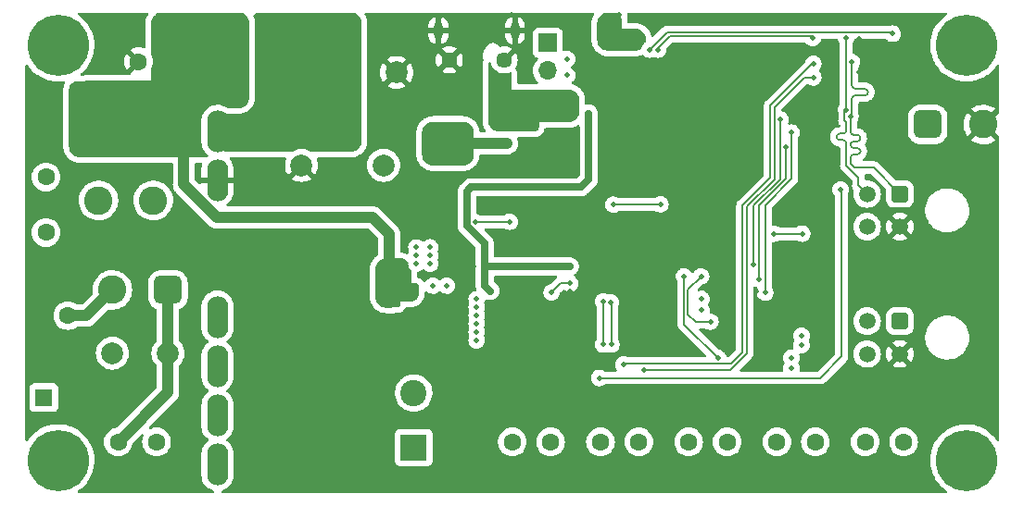
<source format=gbl>
G04 #@! TF.GenerationSoftware,KiCad,Pcbnew,(6.0.11-0)*
G04 #@! TF.CreationDate,2023-06-01T20:29:28-06:00*
G04 #@! TF.ProjectId,Smart Smoker PCB,536d6172-7420-4536-9d6f-6b6572205043,rev?*
G04 #@! TF.SameCoordinates,Original*
G04 #@! TF.FileFunction,Copper,L4,Bot*
G04 #@! TF.FilePolarity,Positive*
%FSLAX46Y46*%
G04 Gerber Fmt 4.6, Leading zero omitted, Abs format (unit mm)*
G04 Created by KiCad (PCBNEW (6.0.11-0)) date 2023-06-01 20:29:28*
%MOMM*%
%LPD*%
G01*
G04 APERTURE LIST*
G04 Aperture macros list*
%AMRoundRect*
0 Rectangle with rounded corners*
0 $1 Rounding radius*
0 $2 $3 $4 $5 $6 $7 $8 $9 X,Y pos of 4 corners*
0 Add a 4 corners polygon primitive as box body*
4,1,4,$2,$3,$4,$5,$6,$7,$8,$9,$2,$3,0*
0 Add four circle primitives for the rounded corners*
1,1,$1+$1,$2,$3*
1,1,$1+$1,$4,$5*
1,1,$1+$1,$6,$7*
1,1,$1+$1,$8,$9*
0 Add four rect primitives between the rounded corners*
20,1,$1+$1,$2,$3,$4,$5,0*
20,1,$1+$1,$4,$5,$6,$7,0*
20,1,$1+$1,$6,$7,$8,$9,0*
20,1,$1+$1,$8,$9,$2,$3,0*%
G04 Aperture macros list end*
G04 #@! TA.AperFunction,ComponentPad*
%ADD10C,1.600200*%
G04 #@! TD*
G04 #@! TA.AperFunction,ComponentPad*
%ADD11C,5.600000*%
G04 #@! TD*
G04 #@! TA.AperFunction,ComponentPad*
%ADD12R,1.600200X1.600200*%
G04 #@! TD*
G04 #@! TA.AperFunction,ComponentPad*
%ADD13C,2.600000*%
G04 #@! TD*
G04 #@! TA.AperFunction,ComponentPad*
%ADD14R,2.400000X2.400000*%
G04 #@! TD*
G04 #@! TA.AperFunction,ComponentPad*
%ADD15C,2.400000*%
G04 #@! TD*
G04 #@! TA.AperFunction,ComponentPad*
%ADD16C,2.000000*%
G04 #@! TD*
G04 #@! TA.AperFunction,ComponentPad*
%ADD17R,1.700000X1.700000*%
G04 #@! TD*
G04 #@! TA.AperFunction,ComponentPad*
%ADD18O,1.700000X1.700000*%
G04 #@! TD*
G04 #@! TA.AperFunction,ComponentPad*
%ADD19C,1.450000*%
G04 #@! TD*
G04 #@! TA.AperFunction,ComponentPad*
%ADD20O,0.800000X1.600000*%
G04 #@! TD*
G04 #@! TA.AperFunction,ComponentPad*
%ADD21R,1.600000X1.600000*%
G04 #@! TD*
G04 #@! TA.AperFunction,ComponentPad*
%ADD22C,1.600000*%
G04 #@! TD*
G04 #@! TA.AperFunction,ComponentPad*
%ADD23R,2.000000X2.000000*%
G04 #@! TD*
G04 #@! TA.AperFunction,ComponentPad*
%ADD24RoundRect,0.650000X0.650000X0.650000X-0.650000X0.650000X-0.650000X-0.650000X0.650000X-0.650000X0*%
G04 #@! TD*
G04 #@! TA.AperFunction,ComponentPad*
%ADD25O,1.920000X3.840000*%
G04 #@! TD*
G04 #@! TA.AperFunction,ComponentPad*
%ADD26RoundRect,0.250001X-0.499999X0.499999X-0.499999X-0.499999X0.499999X-0.499999X0.499999X0.499999X0*%
G04 #@! TD*
G04 #@! TA.AperFunction,ComponentPad*
%ADD27C,1.500000*%
G04 #@! TD*
G04 #@! TA.AperFunction,ComponentPad*
%ADD28RoundRect,0.650000X-0.650000X-0.650000X0.650000X-0.650000X0.650000X0.650000X-0.650000X0.650000X0*%
G04 #@! TD*
G04 #@! TA.AperFunction,ViaPad*
%ADD29C,0.500000*%
G04 #@! TD*
G04 #@! TA.AperFunction,Conductor*
%ADD30C,1.000000*%
G04 #@! TD*
G04 #@! TA.AperFunction,Conductor*
%ADD31C,0.160000*%
G04 #@! TD*
G04 #@! TA.AperFunction,Conductor*
%ADD32C,0.650000*%
G04 #@! TD*
G04 APERTURE END LIST*
D10*
X177250000Y-139809500D03*
X180755200Y-139809500D03*
X169187500Y-139809500D03*
X172692700Y-139809500D03*
X161125000Y-139809500D03*
X164630200Y-139809500D03*
X153062500Y-139809500D03*
X156567700Y-139809500D03*
X145000000Y-139809500D03*
X148505200Y-139809500D03*
X109000000Y-139809500D03*
X112505200Y-139809500D03*
D11*
X103500000Y-103500000D03*
D12*
X102200000Y-135750000D03*
D10*
X104400000Y-128250000D03*
D13*
X107200000Y-117700000D03*
X112200000Y-117700000D03*
D14*
X136000000Y-140323959D03*
D15*
X136000000Y-135323959D03*
D16*
X113540000Y-131684450D03*
X108460000Y-131674450D03*
D17*
X148250000Y-103280000D03*
D18*
X148250000Y-105820000D03*
D19*
X144250000Y-104850000D03*
X139250000Y-104850000D03*
D20*
X145250000Y-102150000D03*
X138250000Y-102150000D03*
D21*
X114352651Y-105000000D03*
D22*
X110852651Y-105000000D03*
D11*
X186500000Y-103500000D03*
D23*
X129426261Y-106000000D03*
D16*
X134426261Y-106000000D03*
D11*
X103500000Y-141500000D03*
D24*
X113540000Y-125900000D03*
D13*
X108460000Y-125900000D03*
D25*
X118075000Y-141875000D03*
X118075000Y-137375000D03*
X118075000Y-132875000D03*
X118075000Y-128375000D03*
X118075000Y-115875000D03*
X118075000Y-111375000D03*
D22*
X102400000Y-120635000D03*
X102400000Y-115555000D03*
D16*
X133250000Y-114500000D03*
X125750000Y-114500000D03*
D11*
X186500000Y-141500000D03*
D26*
X180420000Y-128750000D03*
D27*
X180420000Y-131750000D03*
X177420000Y-128750000D03*
X177420000Y-131750000D03*
D26*
X180420000Y-117110000D03*
D27*
X180420000Y-120110000D03*
X177420000Y-117110000D03*
X177420000Y-120110000D03*
D28*
X182960000Y-110750000D03*
D13*
X188040000Y-110750000D03*
D29*
X158000000Y-101000000D03*
X152200000Y-132900000D03*
X172000000Y-111000000D03*
X140500000Y-103600000D03*
X161750000Y-134750000D03*
X144900000Y-100700000D03*
X105800000Y-129900000D03*
X161800000Y-131800000D03*
X153200000Y-135500000D03*
X173700000Y-131200000D03*
X149050000Y-127900000D03*
X150450000Y-129300000D03*
X162000000Y-120500000D03*
X141100000Y-103600000D03*
X146750000Y-136250000D03*
X140700000Y-100800000D03*
X118100000Y-122300000D03*
X155000000Y-124000000D03*
X146750000Y-134250000D03*
X147650000Y-130700000D03*
X153500000Y-113700000D03*
X141500000Y-123750000D03*
X171400000Y-132500000D03*
X140450000Y-106000000D03*
X162750000Y-122000000D03*
X142300000Y-103600000D03*
X148400000Y-114200000D03*
X171750000Y-137250000D03*
X142700000Y-100800000D03*
X146100000Y-118700000D03*
X164750000Y-131000000D03*
X160250000Y-122000000D03*
X146750000Y-133000000D03*
X149750000Y-101000000D03*
X138500000Y-122000000D03*
X158000000Y-138500000D03*
X138500000Y-100800000D03*
X127500000Y-116200000D03*
X150450000Y-130700000D03*
X188100000Y-120000000D03*
X157250000Y-127750000D03*
X186300000Y-133900000D03*
X150450000Y-127900000D03*
X142800000Y-118700000D03*
X176700000Y-106000000D03*
X162000000Y-137000000D03*
X175750000Y-137250000D03*
X149050000Y-130700000D03*
X140300000Y-137200000D03*
X107000000Y-143750000D03*
X138700000Y-108100000D03*
X144000000Y-127750000D03*
X152500000Y-121600000D03*
X147650000Y-127900000D03*
X143900000Y-114600000D03*
X158000000Y-102000000D03*
X112500000Y-143750000D03*
X161700000Y-115400000D03*
X167750000Y-137250000D03*
X149750000Y-101750000D03*
X153250000Y-109750000D03*
X161600000Y-104900000D03*
X170300000Y-104800000D03*
X144750000Y-125750000D03*
X150300000Y-126000000D03*
X172000000Y-109500000D03*
X139250000Y-119000000D03*
X142250000Y-131750000D03*
X168250000Y-130000000D03*
X172000000Y-112250000D03*
X170300000Y-130800000D03*
X184900000Y-114800000D03*
X145750000Y-125750000D03*
X146750000Y-135250000D03*
X177000000Y-134000000D03*
X167250000Y-126000000D03*
X163250000Y-142000000D03*
X141700000Y-103600000D03*
X160500000Y-130400000D03*
X147650000Y-129300000D03*
X137400000Y-130700000D03*
X135600000Y-117000000D03*
X176700000Y-102900000D03*
X149050000Y-129300000D03*
X123500000Y-130900000D03*
X177300000Y-122700000D03*
X162275000Y-127725000D03*
X141750000Y-127500000D03*
X141750000Y-126750000D03*
X153500000Y-103000000D03*
X154750000Y-100750000D03*
X154750000Y-101500000D03*
X139000000Y-125500000D03*
X137750000Y-125500000D03*
X154750000Y-103000000D03*
X137500000Y-122000000D03*
X170500000Y-133050000D03*
X136250000Y-122750000D03*
X141750000Y-130500000D03*
X136250000Y-122000000D03*
X170500000Y-132100000D03*
X171425000Y-130925000D03*
X154750000Y-102250000D03*
X141750000Y-128250000D03*
X141750000Y-129000000D03*
X162275000Y-126725000D03*
X153500000Y-101000000D03*
X137500000Y-123500000D03*
X136250000Y-123500000D03*
X171425000Y-130075000D03*
X150000000Y-104750000D03*
X141750000Y-129750000D03*
X137500000Y-122750000D03*
X150000000Y-106250000D03*
X163100000Y-128800000D03*
X162250000Y-124650000D03*
X160700000Y-124650000D03*
X163800000Y-132140500D03*
X133750000Y-123500000D03*
X133750000Y-125750000D03*
X115000000Y-109750000D03*
X115000000Y-109000000D03*
X133750000Y-125000000D03*
X115000000Y-112750000D03*
X115000000Y-112000000D03*
X115000000Y-111250000D03*
X115000000Y-110500000D03*
X115000000Y-113500000D03*
X133750000Y-124250000D03*
X152000000Y-109750000D03*
X145300000Y-108200000D03*
X143800000Y-108200000D03*
X142494975Y-125494975D03*
X149400000Y-108200000D03*
X152000000Y-110750000D03*
X143000000Y-126000000D03*
X143800000Y-110200000D03*
X147600000Y-108400000D03*
X150250000Y-123750000D03*
X144500000Y-112500000D03*
X143000000Y-112500000D03*
X141220500Y-112500000D03*
X143750000Y-112500000D03*
X157550000Y-103900000D03*
X179750000Y-102450000D03*
X171500000Y-120750000D03*
X168915938Y-120753421D03*
X175000000Y-116700000D03*
X152950000Y-133950000D03*
X172500000Y-106450000D03*
X157050000Y-133200000D03*
X172500000Y-105200000D03*
X155150000Y-132700000D03*
X172450000Y-102838678D03*
X154250000Y-118100000D03*
X158529500Y-118050000D03*
X158299414Y-103899414D03*
X150300000Y-125300497D03*
X148600000Y-126100000D03*
X175900000Y-110000000D03*
X176040322Y-105050000D03*
X175510822Y-109418756D03*
X175510822Y-102839178D03*
X153996410Y-127015699D03*
X154050000Y-130900000D03*
X153300000Y-130900500D03*
X153300000Y-126950000D03*
X169500000Y-110300000D03*
X167041000Y-123600000D03*
X168100000Y-126150000D03*
X170500000Y-111500000D03*
X170000000Y-112800000D03*
X167570500Y-124900000D03*
X144770332Y-119650000D03*
X141619336Y-119680664D03*
D30*
X113540000Y-125900000D02*
X113540000Y-131684450D01*
X113540000Y-135269500D02*
X109000000Y-139809500D01*
X113540000Y-131684450D02*
X113540000Y-135269500D01*
X106110000Y-128250000D02*
X108460000Y-125900000D01*
X104400000Y-128250000D02*
X106110000Y-128250000D01*
D31*
X163100000Y-128800000D02*
X161750000Y-128800000D01*
X161060000Y-128110000D02*
X161060000Y-125840000D01*
X161750000Y-128800000D02*
X161060000Y-128110000D01*
X161060000Y-125840000D02*
X162250000Y-124650000D01*
X163800000Y-132140500D02*
X160700000Y-129040500D01*
X160700000Y-129040500D02*
X160700000Y-124650000D01*
D30*
X133750000Y-125000000D02*
X133750000Y-124750000D01*
X115000000Y-111250000D02*
X115000000Y-111000000D01*
X133750000Y-120750000D02*
X132250000Y-119250000D01*
X115000000Y-112750000D02*
X115000000Y-112000000D01*
X115000000Y-112000000D02*
X115000000Y-111250000D01*
X115000000Y-111000000D02*
X115000000Y-110500000D01*
X115000000Y-109750000D02*
X115000000Y-109000000D01*
X115000000Y-113000000D02*
X115000000Y-112750000D01*
X133750000Y-123500000D02*
X133750000Y-120750000D01*
X115000000Y-113500000D02*
X115000000Y-113000000D01*
X133750000Y-125750000D02*
X133750000Y-125000000D01*
X133750000Y-123750000D02*
X133750000Y-123500000D01*
X115000000Y-110500000D02*
X115000000Y-109750000D01*
X132250000Y-119250000D02*
X118000000Y-119250000D01*
X133750000Y-124750000D02*
X133750000Y-124250000D01*
X118000000Y-119250000D02*
X115000000Y-116250000D01*
X115000000Y-116250000D02*
X115000000Y-113500000D01*
X133750000Y-124250000D02*
X133750000Y-123750000D01*
D32*
X142494975Y-123744975D02*
X142494975Y-121652319D01*
X140844336Y-120001680D02*
X140844336Y-116905664D01*
X150250000Y-123750000D02*
X142500000Y-123750000D01*
X151250000Y-116500000D02*
X152000000Y-115750000D01*
X152000000Y-115750000D02*
X152000000Y-109750000D01*
X140844336Y-116905664D02*
X141250000Y-116500000D01*
X142500000Y-123750000D02*
X142494975Y-123744975D01*
X142494975Y-125494975D02*
X143000000Y-126000000D01*
X142494975Y-121652319D02*
X140844336Y-120001680D01*
X141250000Y-116500000D02*
X151250000Y-116500000D01*
X142494975Y-125494975D02*
X142494975Y-123744975D01*
D30*
X143750000Y-112500000D02*
X141220500Y-112500000D01*
X144500000Y-112500000D02*
X143750000Y-112500000D01*
D31*
X179750000Y-102450000D02*
X179609178Y-102309178D01*
X159140822Y-102309178D02*
X157550000Y-103900000D01*
X179609178Y-102309178D02*
X159140822Y-102309178D01*
X168919359Y-120750000D02*
X168915938Y-120753421D01*
X171500000Y-120750000D02*
X168919359Y-120750000D01*
X152950000Y-133950000D02*
X173150000Y-133950000D01*
X175100000Y-116800000D02*
X175000000Y-116700000D01*
X173150000Y-133950000D02*
X175100000Y-132000000D01*
X175100000Y-132000000D02*
X175100000Y-116800000D01*
X168950000Y-115772651D02*
X168950000Y-109150000D01*
X166450000Y-131700000D02*
X166450000Y-118272651D01*
X166450000Y-118272651D02*
X168950000Y-115772651D01*
X164950000Y-133200000D02*
X166450000Y-131700000D01*
X157050000Y-133200000D02*
X164950000Y-133200000D01*
X168950000Y-109150000D02*
X171650000Y-106450000D01*
X171650000Y-106450000D02*
X172500000Y-106450000D01*
X155150000Y-132700000D02*
X155180000Y-132670000D01*
X172390884Y-105200000D02*
X172500000Y-105200000D01*
X168590000Y-115623535D02*
X168590000Y-109000884D01*
X164970884Y-132670000D02*
X166050000Y-131590884D01*
X155180000Y-132670000D02*
X164970884Y-132670000D01*
X168590000Y-109000884D02*
X172390884Y-105200000D01*
X166050000Y-131590884D02*
X166050000Y-118163535D01*
X166050000Y-118163535D02*
X168590000Y-115623535D01*
X172450000Y-102838678D02*
X172280500Y-102669178D01*
X158299414Y-103769764D02*
X158299414Y-103899414D01*
X159400000Y-102669178D02*
X158299414Y-103769764D01*
X158529500Y-118050000D02*
X154300000Y-118050000D01*
X154300000Y-118050000D02*
X154250000Y-118100000D01*
X172280500Y-102669178D02*
X159400000Y-102669178D01*
X149399503Y-125300497D02*
X150300000Y-125300497D01*
X148600000Y-126100000D02*
X149399503Y-125300497D01*
X175900000Y-113850000D02*
X175900000Y-114350000D01*
X176040822Y-109859178D02*
X176040822Y-108390822D01*
X176040822Y-105050500D02*
X176040322Y-105050000D01*
X176515580Y-112300000D02*
X176200000Y-112300000D01*
X175900000Y-113800000D02*
X175900000Y-113850000D01*
X176250000Y-114700000D02*
X178010000Y-114700000D01*
X176340822Y-108090822D02*
X177209809Y-108090822D01*
X178010000Y-114700000D02*
X180420000Y-117110000D01*
X175900000Y-114350000D02*
X176250000Y-114700000D01*
X176515580Y-113500000D02*
X176200000Y-113500000D01*
X176200000Y-111700000D02*
X176515580Y-111700000D01*
X177209809Y-107490822D02*
X176340822Y-107490822D01*
X176040822Y-107190822D02*
X176040822Y-105050500D01*
X175900000Y-110000000D02*
X175900000Y-111400000D01*
X175900000Y-110000000D02*
X176040822Y-109859178D01*
X176200000Y-112900000D02*
X176515580Y-112900000D01*
X177509822Y-107790822D02*
G75*
G02*
X177209809Y-108090822I-300022J22D01*
G01*
X177209809Y-107490791D02*
G75*
G02*
X177509809Y-107790822I-9J-300009D01*
G01*
X176040778Y-107190822D02*
G75*
G03*
X176340822Y-107490822I300022J22D01*
G01*
X176815600Y-112000000D02*
G75*
G03*
X176515580Y-111700000I-300000J0D01*
G01*
X176515580Y-113499980D02*
G75*
G03*
X176815580Y-113200000I20J299980D01*
G01*
X176200000Y-112900000D02*
G75*
G02*
X175900000Y-112600000I0J300000D01*
G01*
X176200000Y-111700000D02*
G75*
G02*
X175900000Y-111400000I0J300000D01*
G01*
X175900000Y-112600000D02*
G75*
G02*
X176200000Y-112300000I300000J0D01*
G01*
X176815600Y-113200000D02*
G75*
G03*
X176515580Y-112900000I-300000J0D01*
G01*
X176340822Y-108090822D02*
G75*
G03*
X176040822Y-108390822I-22J-299978D01*
G01*
X175900000Y-113800000D02*
G75*
G02*
X176200000Y-113500000I300000J0D01*
G01*
X176515580Y-112299980D02*
G75*
G03*
X176815580Y-112000000I20J299980D01*
G01*
X175370000Y-109559578D02*
X175370000Y-110380000D01*
X175540000Y-114499116D02*
X176640884Y-115600000D01*
X174925728Y-112190000D02*
X175240000Y-112190000D01*
X175540000Y-112540000D02*
X175540000Y-114499116D01*
X175510822Y-102839178D02*
X175510822Y-109418756D01*
X175370000Y-110380000D02*
X175540000Y-110550000D01*
X176640884Y-115600000D02*
X176640884Y-116330884D01*
X175540000Y-112490000D02*
X175540000Y-112540000D01*
X175540000Y-110550000D02*
X175540000Y-111290000D01*
X175510822Y-109418756D02*
X175370000Y-109559578D01*
X176640884Y-116330884D02*
X177420000Y-117110000D01*
X175240000Y-111590000D02*
X174925728Y-111590000D01*
X174625700Y-111890000D02*
G75*
G02*
X174925728Y-111590000I300000J0D01*
G01*
X175240000Y-111590000D02*
G75*
G03*
X175540000Y-111290000I0J300000D01*
G01*
X175540000Y-112490000D02*
G75*
G03*
X175240000Y-112190000I-300000J0D01*
G01*
X174925728Y-112189972D02*
G75*
G02*
X174625728Y-111890000I-28J299972D01*
G01*
X154050000Y-127069289D02*
X154050000Y-130900000D01*
X153996410Y-127015699D02*
X154050000Y-127069289D01*
X153300000Y-126950000D02*
X153300000Y-130900500D01*
X167041000Y-118190768D02*
X167041000Y-123600000D01*
X167041000Y-118190768D02*
X169470000Y-115761768D01*
X169470000Y-110330000D02*
X169470000Y-115761768D01*
X169500000Y-110300000D02*
X169470000Y-110330000D01*
X170500000Y-111500000D02*
X170530000Y-111530000D01*
X168100000Y-118150000D02*
X168100000Y-126150000D01*
X168100000Y-118150000D02*
X170530000Y-115720000D01*
X170530000Y-111530000D02*
X170530000Y-115720000D01*
X170000000Y-112800000D02*
X170000000Y-115740884D01*
X167570500Y-118170384D02*
X170000000Y-115740884D01*
X167570500Y-118170384D02*
X167570500Y-124900000D01*
X144739668Y-119680664D02*
X144770332Y-119650000D01*
X141619336Y-119680664D02*
X144739668Y-119680664D01*
G04 #@! TA.AperFunction,Conductor*
G36*
X140506163Y-110500607D02*
G01*
X140682740Y-110517999D01*
X140706957Y-110522815D01*
X140870809Y-110572518D01*
X140893629Y-110581971D01*
X141044631Y-110662683D01*
X141065158Y-110676399D01*
X141197521Y-110785026D01*
X141214974Y-110802479D01*
X141323601Y-110934842D01*
X141337319Y-110955372D01*
X141418029Y-111106371D01*
X141427482Y-111129190D01*
X141477185Y-111293043D01*
X141482002Y-111317263D01*
X141499393Y-111493837D01*
X141500000Y-111506187D01*
X141500000Y-113493813D01*
X141499393Y-113506163D01*
X141482002Y-113682737D01*
X141477185Y-113706957D01*
X141427482Y-113870809D01*
X141418029Y-113893629D01*
X141337319Y-114044628D01*
X141323601Y-114065158D01*
X141214974Y-114197521D01*
X141197521Y-114214974D01*
X141065158Y-114323601D01*
X141044631Y-114337317D01*
X140952417Y-114386607D01*
X140893629Y-114418029D01*
X140870810Y-114427482D01*
X140706957Y-114477185D01*
X140682740Y-114482001D01*
X140506163Y-114499393D01*
X140493813Y-114500000D01*
X137756187Y-114500000D01*
X137743837Y-114499393D01*
X137567260Y-114482001D01*
X137543043Y-114477185D01*
X137379190Y-114427482D01*
X137356371Y-114418029D01*
X137297583Y-114386607D01*
X137205369Y-114337317D01*
X137184842Y-114323601D01*
X137052479Y-114214974D01*
X137035026Y-114197521D01*
X136926399Y-114065158D01*
X136912681Y-114044628D01*
X136831971Y-113893629D01*
X136822518Y-113870809D01*
X136772815Y-113706957D01*
X136767998Y-113682737D01*
X136750607Y-113506163D01*
X136750000Y-113493813D01*
X136750000Y-111506187D01*
X136750607Y-111493837D01*
X136767998Y-111317263D01*
X136772815Y-111293043D01*
X136822518Y-111129190D01*
X136831971Y-111106371D01*
X136912681Y-110955372D01*
X136926399Y-110934842D01*
X137035026Y-110802479D01*
X137052479Y-110785026D01*
X137184842Y-110676399D01*
X137205369Y-110662683D01*
X137356371Y-110581971D01*
X137379191Y-110572518D01*
X137543043Y-110522815D01*
X137567260Y-110517999D01*
X137743837Y-110500607D01*
X137756187Y-110500000D01*
X140493813Y-110500000D01*
X140506163Y-110500607D01*
G37*
G04 #@! TD.AperFunction*
G04 #@! TA.AperFunction,Conductor*
G36*
X143008512Y-105066248D02*
G01*
X143047707Y-105128861D01*
X143086461Y-105273493D01*
X143088783Y-105278474D01*
X143088784Y-105278475D01*
X143175351Y-105464119D01*
X143175354Y-105464124D01*
X143177677Y-105469106D01*
X143240864Y-105559346D01*
X143275011Y-105608112D01*
X143301475Y-105645907D01*
X143454093Y-105798525D01*
X143630894Y-105922323D01*
X143635876Y-105924646D01*
X143635881Y-105924649D01*
X143818306Y-106009715D01*
X143826507Y-106013539D01*
X143831815Y-106014961D01*
X143831817Y-106014962D01*
X144029672Y-106067977D01*
X144029674Y-106067977D01*
X144034987Y-106069401D01*
X144250000Y-106088212D01*
X144465013Y-106069401D01*
X144470326Y-106067977D01*
X144470328Y-106067977D01*
X144668183Y-106014962D01*
X144668185Y-106014961D01*
X144673493Y-106013539D01*
X144770751Y-105968187D01*
X144840941Y-105957526D01*
X144905754Y-105986506D01*
X144944611Y-106045925D01*
X144950000Y-106082382D01*
X144950000Y-107550000D01*
X150143813Y-107550000D01*
X150156163Y-107550607D01*
X150332740Y-107567999D01*
X150356957Y-107572815D01*
X150520809Y-107622518D01*
X150543629Y-107631971D01*
X150694631Y-107712683D01*
X150715158Y-107726399D01*
X150847521Y-107835026D01*
X150864974Y-107852479D01*
X150973601Y-107984842D01*
X150987319Y-108005372D01*
X151068029Y-108156371D01*
X151077482Y-108179190D01*
X151127185Y-108343043D01*
X151132002Y-108367263D01*
X151149393Y-108543837D01*
X151150000Y-108556187D01*
X151150000Y-109543813D01*
X151149393Y-109556163D01*
X151132002Y-109732737D01*
X151127185Y-109756957D01*
X151077482Y-109920809D01*
X151068029Y-109943629D01*
X150987319Y-110094628D01*
X150973601Y-110115158D01*
X150864974Y-110247521D01*
X150847521Y-110264974D01*
X150715158Y-110373601D01*
X150694631Y-110387317D01*
X150682478Y-110393813D01*
X150543629Y-110468029D01*
X150520810Y-110477482D01*
X150356957Y-110527185D01*
X150332740Y-110532001D01*
X150156163Y-110549393D01*
X150143813Y-110550000D01*
X147450000Y-110550000D01*
X147450000Y-110975000D01*
X147432321Y-111086622D01*
X147420139Y-111124114D01*
X147377891Y-111207030D01*
X147354719Y-111238922D01*
X147288922Y-111304719D01*
X147257031Y-111327890D01*
X147174112Y-111370140D01*
X147136623Y-111382321D01*
X147034793Y-111398449D01*
X147015082Y-111400000D01*
X143806187Y-111400000D01*
X143793837Y-111399393D01*
X143617260Y-111382001D01*
X143593043Y-111377185D01*
X143429190Y-111327482D01*
X143406371Y-111318029D01*
X143347583Y-111286607D01*
X143255369Y-111237317D01*
X143234842Y-111223601D01*
X143102479Y-111114974D01*
X143085026Y-111097521D01*
X142976399Y-110965158D01*
X142962681Y-110944628D01*
X142881971Y-110793629D01*
X142872518Y-110770809D01*
X142856553Y-110718180D01*
X142822815Y-110606957D01*
X142817998Y-110582737D01*
X142800607Y-110406163D01*
X142800000Y-110393813D01*
X142800000Y-105161472D01*
X142820002Y-105093351D01*
X142873658Y-105046858D01*
X142943932Y-105036754D01*
X143008512Y-105066248D01*
G37*
G04 #@! TD.AperFunction*
G04 #@! TA.AperFunction,Conductor*
G36*
X154332468Y-100509292D02*
G01*
X154351162Y-100511398D01*
X154402786Y-100517215D01*
X154430293Y-100523494D01*
X154562012Y-100569584D01*
X154587433Y-100581826D01*
X154705598Y-100656074D01*
X154727657Y-100673666D01*
X154826334Y-100772343D01*
X154843926Y-100794402D01*
X154918174Y-100912567D01*
X154930416Y-100937988D01*
X154976506Y-101069707D01*
X154982785Y-101097214D01*
X155000000Y-101250000D01*
X155000000Y-102000000D01*
X156243813Y-102000000D01*
X156256163Y-102000607D01*
X156432740Y-102017999D01*
X156456957Y-102022815D01*
X156620809Y-102072518D01*
X156643629Y-102081971D01*
X156794631Y-102162683D01*
X156815158Y-102176399D01*
X156947521Y-102285026D01*
X156964974Y-102302479D01*
X157073601Y-102434842D01*
X157087319Y-102455372D01*
X157168029Y-102606371D01*
X157177482Y-102629190D01*
X157227185Y-102793043D01*
X157232002Y-102817263D01*
X157248784Y-102987650D01*
X157248784Y-103012350D01*
X157235791Y-103144267D01*
X157209208Y-103210100D01*
X157176422Y-103239233D01*
X157080066Y-103298512D01*
X157075033Y-103303441D01*
X156982937Y-103393629D01*
X156958486Y-103417573D01*
X156866304Y-103560610D01*
X156808103Y-103720516D01*
X156807221Y-103727499D01*
X156801419Y-103773428D01*
X156773037Y-103838505D01*
X156735807Y-103868759D01*
X156643628Y-103918029D01*
X156620810Y-103927482D01*
X156456957Y-103977185D01*
X156432740Y-103982001D01*
X156256163Y-103999393D01*
X156243813Y-104000000D01*
X153756187Y-104000000D01*
X153743837Y-103999393D01*
X153567260Y-103982001D01*
X153543043Y-103977185D01*
X153379190Y-103927482D01*
X153356371Y-103918029D01*
X153264193Y-103868759D01*
X153205369Y-103837317D01*
X153184842Y-103823601D01*
X153052479Y-103714974D01*
X153035026Y-103697521D01*
X152926399Y-103565158D01*
X152912681Y-103544628D01*
X152831971Y-103393629D01*
X152822518Y-103370809D01*
X152772815Y-103206957D01*
X152767998Y-103182737D01*
X152750607Y-103006163D01*
X152750000Y-102993813D01*
X152750000Y-101506187D01*
X152750607Y-101493837D01*
X152767998Y-101317263D01*
X152772815Y-101293043D01*
X152822518Y-101129190D01*
X152831971Y-101106371D01*
X152912681Y-100955372D01*
X152926399Y-100934842D01*
X153035026Y-100802479D01*
X153052479Y-100785026D01*
X153184842Y-100676399D01*
X153205369Y-100662683D01*
X153356371Y-100581971D01*
X153379191Y-100572518D01*
X153543043Y-100522815D01*
X153567260Y-100517999D01*
X153657537Y-100509107D01*
X153669886Y-100508500D01*
X154318362Y-100508500D01*
X154332468Y-100509292D01*
G37*
G04 #@! TD.AperFunction*
G04 #@! TA.AperFunction,Conductor*
G36*
X130342463Y-100509107D02*
G01*
X130432740Y-100517999D01*
X130456957Y-100522815D01*
X130620809Y-100572518D01*
X130643629Y-100581971D01*
X130794631Y-100662683D01*
X130815158Y-100676399D01*
X130947521Y-100785026D01*
X130964974Y-100802479D01*
X131073601Y-100934842D01*
X131087317Y-100955369D01*
X131101348Y-100981619D01*
X131168029Y-101106371D01*
X131177482Y-101129190D01*
X131227185Y-101293043D01*
X131232001Y-101317260D01*
X131248199Y-101481719D01*
X131249393Y-101493837D01*
X131250000Y-101506187D01*
X131250000Y-112243813D01*
X131249393Y-112256163D01*
X131232002Y-112432737D01*
X131227185Y-112456957D01*
X131177482Y-112620809D01*
X131168029Y-112643629D01*
X131087319Y-112794628D01*
X131073601Y-112815158D01*
X130964974Y-112947521D01*
X130947521Y-112964974D01*
X130815158Y-113073601D01*
X130794631Y-113087317D01*
X130702417Y-113136607D01*
X130643629Y-113168029D01*
X130620810Y-113177482D01*
X130456957Y-113227185D01*
X130432740Y-113232001D01*
X130256163Y-113249393D01*
X130243813Y-113250000D01*
X126632810Y-113250000D01*
X126566975Y-113231432D01*
X126441186Y-113154348D01*
X126436963Y-113151760D01*
X126432393Y-113149867D01*
X126432391Y-113149866D01*
X126222167Y-113062789D01*
X126222165Y-113062788D01*
X126217594Y-113060895D01*
X126100999Y-113032903D01*
X125991524Y-113006620D01*
X125991518Y-113006619D01*
X125986711Y-113005465D01*
X125750000Y-112986835D01*
X125513289Y-113005465D01*
X125508482Y-113006619D01*
X125508476Y-113006620D01*
X125399001Y-113032903D01*
X125282406Y-113060895D01*
X125277835Y-113062788D01*
X125277833Y-113062789D01*
X125067609Y-113149866D01*
X125067607Y-113149867D01*
X125063037Y-113151760D01*
X125058814Y-113154348D01*
X124933025Y-113231432D01*
X124867190Y-113250000D01*
X119006187Y-113250000D01*
X118993837Y-113249393D01*
X118817260Y-113232001D01*
X118793043Y-113227185D01*
X118629190Y-113177482D01*
X118606371Y-113168029D01*
X118547583Y-113136607D01*
X118455369Y-113087317D01*
X118434842Y-113073601D01*
X118302479Y-112964974D01*
X118285026Y-112947521D01*
X118176399Y-112815158D01*
X118162681Y-112794628D01*
X118081971Y-112643629D01*
X118072518Y-112620809D01*
X118022815Y-112456957D01*
X118017998Y-112432737D01*
X118000607Y-112256163D01*
X118000000Y-112243813D01*
X118000000Y-110256187D01*
X118000607Y-110243837D01*
X118017998Y-110067263D01*
X118022815Y-110043043D01*
X118072518Y-109879190D01*
X118081971Y-109856371D01*
X118131621Y-109763482D01*
X118162683Y-109705369D01*
X118176399Y-109684842D01*
X118277444Y-109561718D01*
X118336119Y-109521751D01*
X118407090Y-109519850D01*
X118416896Y-109522879D01*
X118458069Y-109537459D01*
X118476895Y-109545920D01*
X118596252Y-109611808D01*
X118613451Y-109623236D01*
X118616171Y-109625385D01*
X118616218Y-109625421D01*
X118616780Y-109625865D01*
X118636741Y-109640856D01*
X118637385Y-109641316D01*
X118644440Y-109646351D01*
X118646712Y-109647972D01*
X118667389Y-109661982D01*
X118800338Y-109722698D01*
X118824092Y-109729673D01*
X118864136Y-109741431D01*
X118864140Y-109741432D01*
X118868459Y-109742700D01*
X118872908Y-109743340D01*
X118872914Y-109743341D01*
X119008681Y-109762861D01*
X119008686Y-109762861D01*
X119013128Y-109763500D01*
X119993813Y-109763500D01*
X119994544Y-109763482D01*
X119994548Y-109763482D01*
X119999782Y-109763353D01*
X120019021Y-109762881D01*
X120019726Y-109762846D01*
X120019763Y-109762845D01*
X120025090Y-109762583D01*
X120031371Y-109762274D01*
X120056497Y-109760420D01*
X120057282Y-109760343D01*
X120057290Y-109760342D01*
X120231511Y-109743182D01*
X120231513Y-109743182D01*
X120233074Y-109743028D01*
X120260958Y-109738892D01*
X120281370Y-109735865D01*
X120281384Y-109735862D01*
X120282898Y-109735638D01*
X120307115Y-109730822D01*
X120308598Y-109730450D01*
X120308605Y-109730449D01*
X120354523Y-109718949D01*
X120354535Y-109718946D01*
X120356015Y-109718575D01*
X120519868Y-109668872D01*
X120567337Y-109651886D01*
X120577845Y-109647533D01*
X120588754Y-109643014D01*
X120588761Y-109643011D01*
X120590156Y-109642433D01*
X120604036Y-109635868D01*
X120634282Y-109621563D01*
X120634301Y-109621553D01*
X120635691Y-109620896D01*
X120637052Y-109620169D01*
X120637065Y-109620162D01*
X120723726Y-109573840D01*
X120786693Y-109540184D01*
X120788024Y-109539386D01*
X120788035Y-109539380D01*
X120828616Y-109515056D01*
X120829921Y-109514274D01*
X120850448Y-109500558D01*
X120890918Y-109470543D01*
X120892101Y-109469572D01*
X120892114Y-109469562D01*
X121022106Y-109362880D01*
X121023281Y-109361916D01*
X121060620Y-109328073D01*
X121078073Y-109310620D01*
X121111916Y-109273281D01*
X121150994Y-109225664D01*
X121219562Y-109142114D01*
X121219572Y-109142101D01*
X121220543Y-109140918D01*
X121250558Y-109100448D01*
X121264276Y-109079918D01*
X121290186Y-109036689D01*
X121290911Y-109035333D01*
X121290921Y-109035315D01*
X121370160Y-108887067D01*
X121370160Y-108887066D01*
X121370896Y-108885690D01*
X121392436Y-108840148D01*
X121401889Y-108817328D01*
X121418872Y-108769868D01*
X121468575Y-108606016D01*
X121480821Y-108557123D01*
X121485638Y-108532903D01*
X121493029Y-108483069D01*
X121510420Y-108306495D01*
X121512274Y-108281371D01*
X121512881Y-108269021D01*
X121513500Y-108243813D01*
X121513500Y-101506187D01*
X121512881Y-101480979D01*
X121512274Y-101468629D01*
X121510420Y-101443505D01*
X121493029Y-101266931D01*
X121485638Y-101217097D01*
X121480821Y-101192877D01*
X121468575Y-101143985D01*
X121418872Y-100980132D01*
X121401886Y-100932663D01*
X121392433Y-100909844D01*
X121370896Y-100864310D01*
X121369322Y-100861365D01*
X121354851Y-100791860D01*
X121380256Y-100725564D01*
X121400510Y-100704574D01*
X121431144Y-100679434D01*
X121434838Y-100676402D01*
X121455375Y-100662680D01*
X121606371Y-100581971D01*
X121629191Y-100572518D01*
X121793043Y-100522815D01*
X121817260Y-100517999D01*
X121907537Y-100509107D01*
X121919886Y-100508500D01*
X130330114Y-100508500D01*
X130342463Y-100509107D01*
G37*
G04 #@! TD.AperFunction*
G04 #@! TA.AperFunction,Conductor*
G36*
X152428273Y-100528502D02*
G01*
X152474766Y-100582158D01*
X152484870Y-100652432D01*
X152468227Y-100699274D01*
X152459814Y-100713311D01*
X152459089Y-100714667D01*
X152459079Y-100714685D01*
X152399285Y-100826554D01*
X152379104Y-100864310D01*
X152357567Y-100909844D01*
X152348114Y-100932663D01*
X152331128Y-100980132D01*
X152281425Y-101143985D01*
X152269179Y-101192877D01*
X152268882Y-101194369D01*
X152268878Y-101194388D01*
X152266083Y-101208442D01*
X152264362Y-101217097D01*
X152264138Y-101218610D01*
X152264135Y-101218625D01*
X152264069Y-101219073D01*
X152256971Y-101266931D01*
X152256821Y-101268453D01*
X152256819Y-101268470D01*
X152242600Y-101412842D01*
X152239580Y-101443505D01*
X152239526Y-101444240D01*
X152239523Y-101444272D01*
X152237785Y-101467836D01*
X152237726Y-101468629D01*
X152237688Y-101469396D01*
X152237688Y-101469412D01*
X152237119Y-101480979D01*
X152237102Y-101481685D01*
X152237101Y-101481703D01*
X152236796Y-101494142D01*
X152236500Y-101506187D01*
X152236500Y-102993813D01*
X152237119Y-103019021D01*
X152237154Y-103019726D01*
X152237155Y-103019763D01*
X152237688Y-103030599D01*
X152237726Y-103031371D01*
X152237781Y-103032111D01*
X152237783Y-103032150D01*
X152239332Y-103053136D01*
X152239580Y-103056495D01*
X152239653Y-103057232D01*
X152239655Y-103057260D01*
X152256037Y-103223585D01*
X152256971Y-103233069D01*
X152264362Y-103282903D01*
X152269179Y-103307123D01*
X152281425Y-103356016D01*
X152331128Y-103519868D01*
X152331650Y-103521326D01*
X152331656Y-103521344D01*
X152332939Y-103524928D01*
X152348111Y-103567328D01*
X152357564Y-103590148D01*
X152379104Y-103635690D01*
X152379840Y-103637066D01*
X152379840Y-103637067D01*
X152459079Y-103785315D01*
X152459089Y-103785333D01*
X152459814Y-103786689D01*
X152485724Y-103829918D01*
X152499442Y-103850448D01*
X152529457Y-103890918D01*
X152530428Y-103892101D01*
X152530438Y-103892114D01*
X152589687Y-103964309D01*
X152638084Y-104023281D01*
X152671927Y-104060620D01*
X152689380Y-104078073D01*
X152726719Y-104111916D01*
X152727894Y-104112880D01*
X152857886Y-104219562D01*
X152857899Y-104219572D01*
X152859082Y-104220543D01*
X152860319Y-104221460D01*
X152860321Y-104221462D01*
X152895719Y-104247715D01*
X152899552Y-104250558D01*
X152920079Y-104264274D01*
X152921384Y-104265056D01*
X152961965Y-104289380D01*
X152961976Y-104289386D01*
X152963307Y-104290184D01*
X153010844Y-104315593D01*
X153112935Y-104370162D01*
X153112948Y-104370169D01*
X153114309Y-104370896D01*
X153115699Y-104371553D01*
X153115718Y-104371563D01*
X153141784Y-104383891D01*
X153159844Y-104392433D01*
X153161239Y-104393011D01*
X153161246Y-104393014D01*
X153161273Y-104393025D01*
X153182663Y-104401886D01*
X153230132Y-104418872D01*
X153393985Y-104468575D01*
X153395465Y-104468946D01*
X153395477Y-104468949D01*
X153441395Y-104480449D01*
X153441402Y-104480450D01*
X153442885Y-104480822D01*
X153467102Y-104485638D01*
X153468616Y-104485862D01*
X153468630Y-104485865D01*
X153487234Y-104488624D01*
X153516926Y-104493028D01*
X153518487Y-104493182D01*
X153518489Y-104493182D01*
X153692710Y-104510342D01*
X153692718Y-104510343D01*
X153693503Y-104510420D01*
X153718629Y-104512274D01*
X153724910Y-104512583D01*
X153730237Y-104512845D01*
X153730274Y-104512846D01*
X153730979Y-104512881D01*
X153750218Y-104513353D01*
X153755452Y-104513482D01*
X153755456Y-104513482D01*
X153756187Y-104513500D01*
X156243813Y-104513500D01*
X156244544Y-104513482D01*
X156244548Y-104513482D01*
X156249782Y-104513353D01*
X156269021Y-104512881D01*
X156269726Y-104512846D01*
X156269763Y-104512845D01*
X156275090Y-104512583D01*
X156281371Y-104512274D01*
X156306497Y-104510420D01*
X156307282Y-104510343D01*
X156307290Y-104510342D01*
X156481511Y-104493182D01*
X156481513Y-104493182D01*
X156483074Y-104493028D01*
X156512766Y-104488624D01*
X156531370Y-104485865D01*
X156531384Y-104485862D01*
X156532898Y-104485638D01*
X156557115Y-104480822D01*
X156558598Y-104480450D01*
X156558605Y-104480449D01*
X156604523Y-104468949D01*
X156604535Y-104468946D01*
X156606015Y-104468575D01*
X156675396Y-104447529D01*
X156768376Y-104419325D01*
X156768391Y-104419320D01*
X156769868Y-104418872D01*
X156817344Y-104401883D01*
X156840162Y-104392430D01*
X156841557Y-104391770D01*
X156841580Y-104391760D01*
X156848286Y-104388588D01*
X156918418Y-104377543D01*
X156983388Y-104406169D01*
X156992795Y-104414963D01*
X157058556Y-104483060D01*
X157058561Y-104483064D01*
X157063455Y-104488132D01*
X157102911Y-104513951D01*
X157197547Y-104575879D01*
X157205846Y-104581310D01*
X157212450Y-104583766D01*
X157212452Y-104583767D01*
X157285593Y-104610968D01*
X157365341Y-104640626D01*
X157534015Y-104663132D01*
X157541026Y-104662494D01*
X157541030Y-104662494D01*
X157696462Y-104648348D01*
X157703483Y-104647709D01*
X157710185Y-104645531D01*
X157710187Y-104645531D01*
X157858622Y-104597301D01*
X157865322Y-104595124D01*
X157871373Y-104591517D01*
X157874944Y-104589897D01*
X157945243Y-104579971D01*
X157970914Y-104586546D01*
X158114755Y-104640040D01*
X158283429Y-104662546D01*
X158290440Y-104661908D01*
X158290444Y-104661908D01*
X158445876Y-104647762D01*
X158452897Y-104647123D01*
X158459599Y-104644945D01*
X158459601Y-104644945D01*
X158608037Y-104596715D01*
X158608040Y-104596714D01*
X158614736Y-104594538D01*
X158760904Y-104507404D01*
X158765998Y-104502553D01*
X158766002Y-104502550D01*
X158867211Y-104406169D01*
X158884135Y-104390053D01*
X158893004Y-104376705D01*
X158952079Y-104287789D01*
X158978305Y-104248316D01*
X159038733Y-104089239D01*
X159062415Y-103920727D01*
X159062713Y-103899414D01*
X159062464Y-103897197D01*
X159079021Y-103828554D01*
X159099127Y-103802316D01*
X159606859Y-103294583D01*
X159669172Y-103260558D01*
X159695955Y-103257678D01*
X171748256Y-103257678D01*
X171816377Y-103277680D01*
X171844962Y-103303932D01*
X171845246Y-103304401D01*
X171963455Y-103426810D01*
X172105846Y-103519988D01*
X172112450Y-103522444D01*
X172112452Y-103522445D01*
X172160979Y-103540492D01*
X172265341Y-103579304D01*
X172434015Y-103601810D01*
X172441026Y-103601172D01*
X172441030Y-103601172D01*
X172596462Y-103587026D01*
X172603483Y-103586387D01*
X172610185Y-103584209D01*
X172610187Y-103584209D01*
X172758623Y-103535979D01*
X172758626Y-103535978D01*
X172765322Y-103533802D01*
X172911490Y-103446668D01*
X172916584Y-103441817D01*
X172916588Y-103441814D01*
X173008237Y-103354537D01*
X173034721Y-103329317D01*
X173049478Y-103307107D01*
X173082318Y-103257678D01*
X173128891Y-103187580D01*
X173179962Y-103053136D01*
X173186819Y-103035085D01*
X173186820Y-103035083D01*
X173189319Y-103028503D01*
X173190298Y-103021534D01*
X173190301Y-103021524D01*
X173192463Y-103006140D01*
X173221752Y-102941467D01*
X173281356Y-102902895D01*
X173317236Y-102897678D01*
X174641675Y-102897678D01*
X174709796Y-102917680D01*
X174756289Y-102971336D01*
X174763844Y-102994217D01*
X174764203Y-102997877D01*
X174766427Y-103004562D01*
X174766427Y-103004563D01*
X174783957Y-103057260D01*
X174817916Y-103159345D01*
X174904099Y-103301649D01*
X174922322Y-103366919D01*
X174922322Y-108894568D01*
X174902233Y-108962824D01*
X174847525Y-109047714D01*
X174827126Y-109079366D01*
X174768925Y-109239272D01*
X174747597Y-109408099D01*
X174764203Y-109577455D01*
X174775059Y-109610091D01*
X174781500Y-109649859D01*
X174781500Y-110333170D01*
X174780422Y-110349615D01*
X174776422Y-110380000D01*
X174777500Y-110388189D01*
X174795247Y-110522992D01*
X174796647Y-110533630D01*
X174799805Y-110541254D01*
X174799807Y-110541261D01*
X174820050Y-110590129D01*
X174820051Y-110590130D01*
X174855946Y-110676789D01*
X174925464Y-110767386D01*
X174951063Y-110833604D01*
X174951500Y-110844088D01*
X174951500Y-110880461D01*
X174931498Y-110948582D01*
X174877842Y-110995075D01*
X174837840Y-111005855D01*
X174827349Y-111006887D01*
X174751595Y-111014342D01*
X174657768Y-111042796D01*
X174599910Y-111060342D01*
X174584098Y-111065137D01*
X174578635Y-111068056D01*
X174578634Y-111068057D01*
X174435189Y-111144719D01*
X174429731Y-111147636D01*
X174294425Y-111258666D01*
X174272735Y-111285093D01*
X174187312Y-111389172D01*
X174187310Y-111389176D01*
X174183382Y-111393961D01*
X174180461Y-111399426D01*
X174180460Y-111399427D01*
X174123392Y-111506187D01*
X174100869Y-111548321D01*
X174099073Y-111554241D01*
X174099071Y-111554246D01*
X174069154Y-111652865D01*
X174050058Y-111715813D01*
X174038948Y-111828614D01*
X174035336Y-111865281D01*
X174034864Y-111869382D01*
X174033357Y-111880822D01*
X174033358Y-111880822D01*
X174032150Y-111890000D01*
X174033228Y-111898186D01*
X174033228Y-111898189D01*
X174034974Y-111911449D01*
X174035445Y-111915539D01*
X174050085Y-112064181D01*
X174067134Y-112120381D01*
X174097133Y-112219266D01*
X174100895Y-112231668D01*
X174103814Y-112237129D01*
X174103815Y-112237131D01*
X174180483Y-112380557D01*
X174183405Y-112386023D01*
X174294445Y-112521314D01*
X174299227Y-112525238D01*
X174299230Y-112525241D01*
X174390315Y-112599984D01*
X174429746Y-112632341D01*
X174435201Y-112635256D01*
X174435202Y-112635257D01*
X174551934Y-112697642D01*
X174584109Y-112714837D01*
X174590035Y-112716634D01*
X174590037Y-112716635D01*
X174645327Y-112733402D01*
X174751601Y-112765631D01*
X174830436Y-112773389D01*
X174837839Y-112774117D01*
X174903674Y-112800694D01*
X174944689Y-112858644D01*
X174951500Y-112899511D01*
X174951500Y-114452286D01*
X174950422Y-114468731D01*
X174946422Y-114499116D01*
X174947500Y-114507305D01*
X174961399Y-114612880D01*
X174966647Y-114652746D01*
X174969805Y-114660370D01*
X174969807Y-114660377D01*
X174986220Y-114699999D01*
X174986221Y-114700000D01*
X175025946Y-114795905D01*
X175120277Y-114918839D01*
X175126827Y-114923865D01*
X175144591Y-114937496D01*
X175156982Y-114948363D01*
X176015479Y-115806860D01*
X176049505Y-115869172D01*
X176052384Y-115895955D01*
X176052384Y-116284054D01*
X176051306Y-116300499D01*
X176047306Y-116330884D01*
X176048384Y-116339073D01*
X176066126Y-116473838D01*
X176067531Y-116484514D01*
X176101798Y-116567240D01*
X176126830Y-116627673D01*
X176176591Y-116692523D01*
X176177585Y-116693818D01*
X176203186Y-116760038D01*
X176199329Y-116803134D01*
X176177310Y-116885309D01*
X176177309Y-116885315D01*
X176175885Y-116890629D01*
X176156693Y-117110000D01*
X176175885Y-117329371D01*
X176232880Y-117542076D01*
X176248643Y-117575879D01*
X176323618Y-117736666D01*
X176323621Y-117736671D01*
X176325944Y-117741653D01*
X176329100Y-117746160D01*
X176329101Y-117746162D01*
X176448268Y-117916349D01*
X176452251Y-117922038D01*
X176607962Y-118077749D01*
X176612471Y-118080906D01*
X176612473Y-118080908D01*
X176624774Y-118089521D01*
X176788346Y-118204056D01*
X176987924Y-118297120D01*
X177200629Y-118354115D01*
X177420000Y-118373307D01*
X177639371Y-118354115D01*
X177852076Y-118297120D01*
X178051654Y-118204056D01*
X178215226Y-118089521D01*
X178227527Y-118080908D01*
X178227529Y-118080906D01*
X178232038Y-118077749D01*
X178387749Y-117922038D01*
X178391733Y-117916349D01*
X178510899Y-117746162D01*
X178510900Y-117746160D01*
X178514056Y-117741653D01*
X178516379Y-117736671D01*
X178516382Y-117736666D01*
X178591357Y-117575879D01*
X178607120Y-117542076D01*
X178664115Y-117329371D01*
X178683307Y-117110000D01*
X178664115Y-116890629D01*
X178607120Y-116677924D01*
X178550429Y-116556350D01*
X178516382Y-116483334D01*
X178516379Y-116483329D01*
X178514056Y-116478347D01*
X178503788Y-116463683D01*
X178390908Y-116302473D01*
X178390906Y-116302470D01*
X178387749Y-116297962D01*
X178232038Y-116142251D01*
X178219074Y-116133173D01*
X178094034Y-116045619D01*
X178051654Y-116015944D01*
X177852076Y-115922880D01*
X177639371Y-115865885D01*
X177420000Y-115846693D01*
X177414525Y-115847172D01*
X177414524Y-115847172D01*
X177366365Y-115851385D01*
X177296760Y-115837395D01*
X177245768Y-115787995D01*
X177229384Y-115725864D01*
X177229384Y-115646830D01*
X177230462Y-115630384D01*
X177233384Y-115608188D01*
X177234462Y-115600000D01*
X177230931Y-115573177D01*
X177215315Y-115454556D01*
X177215314Y-115454554D01*
X177214237Y-115446370D01*
X177213387Y-115444317D01*
X177215009Y-115376136D01*
X177254802Y-115317340D01*
X177320066Y-115289391D01*
X177335026Y-115288500D01*
X177714045Y-115288500D01*
X177782166Y-115308502D01*
X177803140Y-115325405D01*
X179124595Y-116646859D01*
X179158620Y-116709171D01*
X179161500Y-116735954D01*
X179161500Y-117660400D01*
X179161837Y-117663646D01*
X179161837Y-117663650D01*
X179170399Y-117746162D01*
X179172474Y-117766165D01*
X179174655Y-117772701D01*
X179174655Y-117772703D01*
X179203844Y-117860193D01*
X179228450Y-117933945D01*
X179321522Y-118084348D01*
X179446697Y-118209305D01*
X179452927Y-118213145D01*
X179452928Y-118213146D01*
X179590090Y-118297694D01*
X179597262Y-118302115D01*
X179652022Y-118320278D01*
X179758611Y-118355632D01*
X179758613Y-118355632D01*
X179765139Y-118357797D01*
X179771975Y-118358497D01*
X179771978Y-118358498D01*
X179815031Y-118362909D01*
X179869600Y-118368500D01*
X180970400Y-118368500D01*
X180973646Y-118368163D01*
X180973650Y-118368163D01*
X181069307Y-118358238D01*
X181069311Y-118358237D01*
X181076165Y-118357526D01*
X181082701Y-118355345D01*
X181082703Y-118355345D01*
X181214805Y-118311272D01*
X181243945Y-118301550D01*
X181394348Y-118208478D01*
X181519305Y-118083303D01*
X181529129Y-118067366D01*
X181608275Y-117938968D01*
X181608276Y-117938966D01*
X181612115Y-117932738D01*
X181638958Y-117851807D01*
X181665632Y-117771389D01*
X181665632Y-117771387D01*
X181667797Y-117764861D01*
X181668840Y-117754687D01*
X181678172Y-117663598D01*
X181678500Y-117660400D01*
X181678500Y-116559600D01*
X181678163Y-116556350D01*
X181668238Y-116460693D01*
X181668237Y-116460689D01*
X181667526Y-116453835D01*
X181663422Y-116441532D01*
X181616125Y-116299769D01*
X181611550Y-116286055D01*
X181518478Y-116135652D01*
X181494643Y-116111858D01*
X181398483Y-116015866D01*
X181393303Y-116010695D01*
X181322870Y-115967279D01*
X181248968Y-115921725D01*
X181248966Y-115921724D01*
X181242738Y-115917885D01*
X181158100Y-115889812D01*
X181081389Y-115864368D01*
X181081387Y-115864368D01*
X181074861Y-115862203D01*
X181068025Y-115861503D01*
X181068022Y-115861502D01*
X181024969Y-115857091D01*
X180970400Y-115851500D01*
X180045954Y-115851500D01*
X179977833Y-115831498D01*
X179956859Y-115814595D01*
X178459247Y-114316982D01*
X178448380Y-114304591D01*
X178434749Y-114286827D01*
X178429723Y-114280277D01*
X178306789Y-114185946D01*
X178237387Y-114157199D01*
X178163630Y-114126647D01*
X178155443Y-114125569D01*
X178155442Y-114125569D01*
X178018189Y-114107500D01*
X178010000Y-114106422D01*
X177979616Y-114110422D01*
X177963170Y-114111500D01*
X177157599Y-114111500D01*
X177089478Y-114091498D01*
X177042985Y-114037842D01*
X177032881Y-113967568D01*
X177062375Y-113902988D01*
X177077669Y-113888098D01*
X177142082Y-113835240D01*
X177142086Y-113835236D01*
X177146869Y-113831311D01*
X177161867Y-113813037D01*
X177253979Y-113700805D01*
X177253980Y-113700804D01*
X177257906Y-113696020D01*
X177340415Y-113541665D01*
X177391223Y-113374180D01*
X177405863Y-113225540D01*
X177406333Y-113221455D01*
X177408080Y-113208186D01*
X177409158Y-113200000D01*
X177407386Y-113186540D01*
X177406409Y-113179117D01*
X177405944Y-113175071D01*
X177391850Y-113031977D01*
X177391850Y-113031975D01*
X177391243Y-113025816D01*
X177352927Y-112899511D01*
X177342231Y-112864253D01*
X177342230Y-112864251D01*
X177340433Y-112858327D01*
X177337516Y-112852870D01*
X177337514Y-112852865D01*
X177260841Y-112709428D01*
X177257923Y-112703969D01*
X177253999Y-112699187D01*
X177253995Y-112699182D01*
X177238186Y-112679921D01*
X177210430Y-112614575D01*
X177222409Y-112544596D01*
X177238182Y-112520053D01*
X177257906Y-112496020D01*
X177340415Y-112341665D01*
X177391223Y-112174180D01*
X177405863Y-112025540D01*
X177406333Y-112021455D01*
X177408080Y-112008186D01*
X177409158Y-112000000D01*
X177406413Y-111979152D01*
X177405943Y-111975062D01*
X177405852Y-111974133D01*
X177400082Y-111915551D01*
X177391850Y-111831977D01*
X177391850Y-111831975D01*
X177391243Y-111825816D01*
X177351987Y-111696414D01*
X177342231Y-111664253D01*
X177342230Y-111664251D01*
X177340433Y-111658327D01*
X177337516Y-111652870D01*
X177337514Y-111652865D01*
X177260843Y-111509432D01*
X177257923Y-111503969D01*
X177208298Y-111443505D01*
X177150809Y-111373458D01*
X177150807Y-111373456D01*
X177146883Y-111368675D01*
X177011582Y-111257644D01*
X176857218Y-111175144D01*
X176851299Y-111173349D01*
X176851297Y-111173348D01*
X176695647Y-111126142D01*
X176689725Y-111124346D01*
X176643680Y-111119814D01*
X176602156Y-111115726D01*
X176536323Y-111089147D01*
X176495310Y-111031194D01*
X176488500Y-110990332D01*
X176488500Y-110522992D01*
X176509551Y-110453266D01*
X176578891Y-110348902D01*
X176639319Y-110189825D01*
X176661673Y-110030763D01*
X181151500Y-110030763D01*
X181151501Y-111469236D01*
X181151669Y-111471529D01*
X181151669Y-111471536D01*
X181157287Y-111548321D01*
X181158723Y-111567953D01*
X181208609Y-111774944D01*
X181295380Y-111969378D01*
X181298653Y-111974132D01*
X181298654Y-111974133D01*
X181310827Y-111991811D01*
X181416131Y-112144744D01*
X181420218Y-112148824D01*
X181420219Y-112148825D01*
X181562730Y-112291089D01*
X181562735Y-112291093D01*
X181566817Y-112295168D01*
X181742393Y-112415613D01*
X181839686Y-112458829D01*
X181931701Y-112499700D01*
X181931705Y-112499701D01*
X181936979Y-112502044D01*
X181974247Y-112510957D01*
X182139059Y-112550373D01*
X182139063Y-112550374D01*
X182144057Y-112551568D01*
X182180285Y-112554165D01*
X182238513Y-112558339D01*
X182238521Y-112558339D01*
X182240763Y-112558500D01*
X182953543Y-112558500D01*
X183679236Y-112558499D01*
X183681529Y-112558331D01*
X183681536Y-112558331D01*
X183772818Y-112551653D01*
X183772822Y-112551652D01*
X183777953Y-112551277D01*
X183984944Y-112501391D01*
X184179378Y-112414620D01*
X184258612Y-112360062D01*
X184349988Y-112297144D01*
X184349989Y-112297143D01*
X184354744Y-112293869D01*
X184379549Y-112269021D01*
X184453536Y-112194906D01*
X186959839Y-112194906D01*
X186968553Y-112206427D01*
X187075452Y-112284809D01*
X187083351Y-112289745D01*
X187312905Y-112410519D01*
X187321454Y-112414236D01*
X187566327Y-112499749D01*
X187575336Y-112502163D01*
X187830166Y-112550544D01*
X187839423Y-112551598D01*
X188098607Y-112561783D01*
X188107921Y-112561457D01*
X188365753Y-112533220D01*
X188374930Y-112531519D01*
X188625758Y-112465481D01*
X188634574Y-112462445D01*
X188872880Y-112360062D01*
X188881167Y-112355748D01*
X189101718Y-112219266D01*
X189109268Y-112213780D01*
X189114559Y-112209301D01*
X189122997Y-112196497D01*
X189116935Y-112186145D01*
X188052812Y-111122022D01*
X188038868Y-111114408D01*
X188037035Y-111114539D01*
X188030420Y-111118790D01*
X186966497Y-112182713D01*
X186959839Y-112194906D01*
X184453536Y-112194906D01*
X184501089Y-112147270D01*
X184501093Y-112147265D01*
X184505168Y-112143183D01*
X184597776Y-112008186D01*
X184622345Y-111972371D01*
X184622345Y-111972370D01*
X184625613Y-111967607D01*
X184669991Y-111867697D01*
X184709700Y-111778299D01*
X184709701Y-111778295D01*
X184712044Y-111773021D01*
X184752940Y-111602021D01*
X184760373Y-111570941D01*
X184760374Y-111570937D01*
X184761568Y-111565943D01*
X184767511Y-111483033D01*
X184768339Y-111471487D01*
X184768339Y-111471479D01*
X184768500Y-111469237D01*
X184768499Y-110707211D01*
X186227775Y-110707211D01*
X186240220Y-110966288D01*
X186241356Y-110975543D01*
X186291961Y-111229945D01*
X186294449Y-111238917D01*
X186382095Y-111483033D01*
X186385895Y-111491568D01*
X186508658Y-111720042D01*
X186513666Y-111727904D01*
X186583720Y-111821716D01*
X186594979Y-111830165D01*
X186607397Y-111823393D01*
X187667978Y-110762812D01*
X187675592Y-110748868D01*
X187675461Y-110747035D01*
X187671210Y-110740420D01*
X186605816Y-109675026D01*
X186592507Y-109667758D01*
X186582472Y-109674878D01*
X186566937Y-109693556D01*
X186561531Y-109701135D01*
X186426965Y-109922891D01*
X186422736Y-109931192D01*
X186322432Y-110170389D01*
X186319471Y-110179239D01*
X186255628Y-110430625D01*
X186254006Y-110439822D01*
X186228020Y-110697885D01*
X186227775Y-110707211D01*
X184768499Y-110707211D01*
X184768499Y-110030764D01*
X184767679Y-110019551D01*
X184761653Y-109937182D01*
X184761652Y-109937178D01*
X184761277Y-109932047D01*
X184711391Y-109725056D01*
X184624620Y-109530622D01*
X184503869Y-109355256D01*
X184490127Y-109341538D01*
X184451211Y-109302689D01*
X186957102Y-109302689D01*
X186961675Y-109312465D01*
X188027188Y-110377978D01*
X188041132Y-110385592D01*
X188042965Y-110385461D01*
X188049580Y-110381210D01*
X189114349Y-109316441D01*
X189120733Y-109304751D01*
X189111321Y-109292641D01*
X188964045Y-109190471D01*
X188956010Y-109185738D01*
X188723376Y-109071016D01*
X188714743Y-109067528D01*
X188467703Y-108988450D01*
X188458643Y-108986274D01*
X188202630Y-108944580D01*
X188193343Y-108943768D01*
X187933992Y-108940373D01*
X187924681Y-108940943D01*
X187667682Y-108975919D01*
X187658546Y-108977860D01*
X187409543Y-109050439D01*
X187400800Y-109053707D01*
X187165252Y-109162296D01*
X187157097Y-109166816D01*
X186966240Y-109291947D01*
X186957102Y-109302689D01*
X184451211Y-109302689D01*
X184357270Y-109208911D01*
X184357265Y-109208907D01*
X184353183Y-109204832D01*
X184177607Y-109084387D01*
X184058018Y-109031268D01*
X183988299Y-109000300D01*
X183988295Y-109000299D01*
X183983021Y-108997956D01*
X183929470Y-108985149D01*
X183780941Y-108949627D01*
X183780937Y-108949626D01*
X183775943Y-108948432D01*
X183739715Y-108945835D01*
X183681487Y-108941661D01*
X183681479Y-108941661D01*
X183679237Y-108941500D01*
X182966457Y-108941500D01*
X182240764Y-108941501D01*
X182238471Y-108941669D01*
X182238464Y-108941669D01*
X182147182Y-108948347D01*
X182147178Y-108948348D01*
X182142047Y-108948723D01*
X181935056Y-108998609D01*
X181740622Y-109085380D01*
X181735868Y-109088653D01*
X181735867Y-109088654D01*
X181571886Y-109201566D01*
X181565256Y-109206131D01*
X181561176Y-109210218D01*
X181561175Y-109210219D01*
X181418911Y-109352730D01*
X181418907Y-109352735D01*
X181414832Y-109356817D01*
X181294387Y-109532393D01*
X181271404Y-109584136D01*
X181219337Y-109701357D01*
X181207956Y-109726979D01*
X181206612Y-109732599D01*
X181183105Y-109830892D01*
X181158432Y-109934057D01*
X181158065Y-109939179D01*
X181152304Y-110019551D01*
X181151500Y-110030763D01*
X176661673Y-110030763D01*
X176663001Y-110021313D01*
X176663118Y-110012964D01*
X176663244Y-110003961D01*
X176663244Y-110003955D01*
X176663299Y-110000000D01*
X176644331Y-109830892D01*
X176640845Y-109820880D01*
X176636331Y-109807919D01*
X176629322Y-109766482D01*
X176629322Y-108805322D01*
X176649324Y-108737201D01*
X176702980Y-108690708D01*
X176755322Y-108679322D01*
X177162986Y-108679322D01*
X177179428Y-108680399D01*
X177201641Y-108683323D01*
X177201645Y-108683323D01*
X177209827Y-108684400D01*
X177231272Y-108681576D01*
X177235370Y-108681105D01*
X177253468Y-108679322D01*
X177383996Y-108666463D01*
X177433822Y-108651348D01*
X177545545Y-108617456D01*
X177545548Y-108617455D01*
X177551471Y-108615658D01*
X177705818Y-108533158D01*
X177755069Y-108492740D01*
X177836318Y-108426063D01*
X177836322Y-108426059D01*
X177841106Y-108422133D01*
X177952136Y-108286850D01*
X178034643Y-108132507D01*
X178079664Y-107984122D01*
X178083660Y-107970951D01*
X178083660Y-107970949D01*
X178085455Y-107965034D01*
X178100147Y-107815958D01*
X178100612Y-107811931D01*
X178101504Y-107805165D01*
X178101508Y-107805132D01*
X178102309Y-107799054D01*
X178102309Y-107799051D01*
X178103387Y-107790866D01*
X178101729Y-107778267D01*
X178101729Y-107778263D01*
X178100562Y-107769393D01*
X178100091Y-107765298D01*
X178086071Y-107622838D01*
X178086071Y-107622837D01*
X178085465Y-107616681D01*
X178034668Y-107449189D01*
X177964856Y-107318560D01*
X177955088Y-107300283D01*
X177955088Y-107300282D01*
X177952171Y-107294825D01*
X177948249Y-107290046D01*
X177948246Y-107290041D01*
X177845070Y-107164307D01*
X177845067Y-107164304D01*
X177841143Y-107159522D01*
X177836362Y-107155598D01*
X177836359Y-107155595D01*
X177710639Y-107052409D01*
X177705852Y-107048480D01*
X177700394Y-107045562D01*
X177700392Y-107045561D01*
X177569530Y-106975607D01*
X177551497Y-106965967D01*
X177545576Y-106964171D01*
X177545572Y-106964169D01*
X177389932Y-106916950D01*
X177384009Y-106915153D01*
X177377852Y-106914546D01*
X177377850Y-106914546D01*
X177234443Y-106900417D01*
X177230348Y-106899946D01*
X177218013Y-106898322D01*
X177209827Y-106897244D01*
X177201645Y-106898321D01*
X177201641Y-106898321D01*
X177179428Y-106901245D01*
X177162986Y-106902322D01*
X176755322Y-106902322D01*
X176687201Y-106882320D01*
X176640708Y-106828664D01*
X176629322Y-106776322D01*
X176629322Y-105572240D01*
X176650374Y-105502513D01*
X176685364Y-105449849D01*
X176719213Y-105398902D01*
X176779641Y-105239825D01*
X176803323Y-105071313D01*
X176803621Y-105050000D01*
X176784653Y-104880892D01*
X176777874Y-104861424D01*
X176756163Y-104799079D01*
X176728690Y-104720189D01*
X176638514Y-104575879D01*
X176608791Y-104545947D01*
X176574095Y-104511008D01*
X176518608Y-104455132D01*
X176489596Y-104436720D01*
X176435528Y-104402408D01*
X176374930Y-104363951D01*
X176214622Y-104306868D01*
X176207623Y-104306033D01*
X176200766Y-104304425D01*
X176201231Y-104302441D01*
X176145129Y-104278437D01*
X176105317Y-104219653D01*
X176099322Y-104181251D01*
X176099322Y-103362170D01*
X176120373Y-103292444D01*
X176189713Y-103188080D01*
X176250141Y-103029003D01*
X176253354Y-103006140D01*
X176282643Y-102941467D01*
X176342247Y-102902895D01*
X176378128Y-102897678D01*
X179074336Y-102897678D01*
X179142457Y-102917680D01*
X179164973Y-102936151D01*
X179263455Y-103038132D01*
X179269351Y-103041990D01*
X179345099Y-103091558D01*
X179405846Y-103131310D01*
X179412450Y-103133766D01*
X179412452Y-103133767D01*
X179448844Y-103147301D01*
X179565341Y-103190626D01*
X179734015Y-103213132D01*
X179741026Y-103212494D01*
X179741030Y-103212494D01*
X179896462Y-103198348D01*
X179903483Y-103197709D01*
X179910185Y-103195531D01*
X179910187Y-103195531D01*
X180058623Y-103147301D01*
X180058626Y-103147300D01*
X180065322Y-103145124D01*
X180211490Y-103057990D01*
X180216584Y-103053139D01*
X180216588Y-103053136D01*
X180302486Y-102971336D01*
X180334721Y-102940639D01*
X180428891Y-102798902D01*
X180489319Y-102639825D01*
X180513001Y-102471313D01*
X180513299Y-102450000D01*
X180494331Y-102280892D01*
X180438368Y-102120189D01*
X180434107Y-102113369D01*
X180353748Y-101984771D01*
X180348192Y-101975879D01*
X180228286Y-101855132D01*
X180084608Y-101763951D01*
X179924300Y-101706868D01*
X179755329Y-101686720D01*
X179748326Y-101687456D01*
X179748325Y-101687456D01*
X179593101Y-101703770D01*
X179593097Y-101703771D01*
X179586093Y-101704507D01*
X179558336Y-101713956D01*
X179517732Y-101720678D01*
X159187652Y-101720678D01*
X159171206Y-101719600D01*
X159140822Y-101715600D01*
X159132633Y-101716678D01*
X158995380Y-101734747D01*
X158995379Y-101734747D01*
X158987192Y-101735825D01*
X158919292Y-101763951D01*
X158844033Y-101795124D01*
X158721099Y-101889455D01*
X158716073Y-101896005D01*
X158702442Y-101913769D01*
X158691575Y-101926160D01*
X157926612Y-102691123D01*
X157864300Y-102725149D01*
X157793485Y-102720084D01*
X157736649Y-102677537D01*
X157716942Y-102638603D01*
X157715196Y-102632845D01*
X157668872Y-102480132D01*
X157651886Y-102432663D01*
X157642433Y-102409844D01*
X157620896Y-102364310D01*
X157572752Y-102274238D01*
X157540921Y-102214685D01*
X157540911Y-102214667D01*
X157540186Y-102213311D01*
X157514276Y-102170082D01*
X157500558Y-102149552D01*
X157474349Y-102114213D01*
X157471462Y-102110321D01*
X157471460Y-102110319D01*
X157470543Y-102109082D01*
X157469572Y-102107899D01*
X157469562Y-102107886D01*
X157362880Y-101977894D01*
X157361916Y-101976719D01*
X157328073Y-101939380D01*
X157310620Y-101921927D01*
X157273281Y-101888084D01*
X157225664Y-101849006D01*
X157142114Y-101780438D01*
X157142101Y-101780428D01*
X157140918Y-101779457D01*
X157100448Y-101749442D01*
X157079921Y-101735726D01*
X157053017Y-101719600D01*
X157038035Y-101710620D01*
X157038024Y-101710614D01*
X157036693Y-101709816D01*
X156935516Y-101655736D01*
X156887065Y-101629838D01*
X156887052Y-101629831D01*
X156885691Y-101629104D01*
X156860507Y-101617193D01*
X156841523Y-101608214D01*
X156841512Y-101608209D01*
X156840148Y-101607564D01*
X156817328Y-101598111D01*
X156769868Y-101581128D01*
X156768391Y-101580680D01*
X156768376Y-101580675D01*
X156675250Y-101552427D01*
X156606016Y-101531425D01*
X156604537Y-101531055D01*
X156604524Y-101531051D01*
X156558605Y-101519551D01*
X156558599Y-101519550D01*
X156557115Y-101519178D01*
X156532898Y-101514362D01*
X156531384Y-101514138D01*
X156531370Y-101514135D01*
X156510958Y-101511108D01*
X156483074Y-101506972D01*
X156481513Y-101506818D01*
X156481511Y-101506818D01*
X156307290Y-101489658D01*
X156307282Y-101489657D01*
X156306497Y-101489580D01*
X156281371Y-101487726D01*
X156275090Y-101487417D01*
X156269763Y-101487155D01*
X156269726Y-101487154D01*
X156269021Y-101487119D01*
X156249782Y-101486647D01*
X156244548Y-101486518D01*
X156244544Y-101486518D01*
X156243813Y-101486500D01*
X155639500Y-101486500D01*
X155571379Y-101466498D01*
X155524886Y-101412842D01*
X155513500Y-101360500D01*
X155513500Y-101250000D01*
X155510271Y-101192506D01*
X155493056Y-101039720D01*
X155485525Y-100995397D01*
X155487653Y-100944212D01*
X155489319Y-100939825D01*
X155513001Y-100771313D01*
X155513299Y-100750000D01*
X155501919Y-100648544D01*
X155514203Y-100578619D01*
X155562342Y-100526435D01*
X155627134Y-100508500D01*
X184600006Y-100508500D01*
X184668127Y-100528502D01*
X184714620Y-100582158D01*
X184724724Y-100652432D01*
X184695230Y-100717012D01*
X184664715Y-100742614D01*
X184647193Y-100753101D01*
X184644467Y-100755163D01*
X184644465Y-100755164D01*
X184366052Y-100965727D01*
X184361367Y-100969270D01*
X184358882Y-100971612D01*
X184358877Y-100971616D01*
X184288447Y-101037986D01*
X184100559Y-101215043D01*
X184098347Y-101217633D01*
X184098345Y-101217635D01*
X184097495Y-101218630D01*
X183867819Y-101487546D01*
X183865900Y-101490358D01*
X183865897Y-101490363D01*
X183792749Y-101597594D01*
X183665871Y-101783591D01*
X183497077Y-102099714D01*
X183363411Y-102432218D01*
X183362491Y-102435492D01*
X183362489Y-102435497D01*
X183281072Y-102725149D01*
X183266437Y-102777213D01*
X183265875Y-102780570D01*
X183265875Y-102780571D01*
X183220264Y-103053136D01*
X183207290Y-103130663D01*
X183186661Y-103488434D01*
X183186833Y-103491829D01*
X183186833Y-103491830D01*
X183191742Y-103588731D01*
X183204792Y-103846340D01*
X183205329Y-103849695D01*
X183205330Y-103849701D01*
X183239647Y-104063951D01*
X183261470Y-104200195D01*
X183356033Y-104545859D01*
X183439374Y-104757432D01*
X183480017Y-104860610D01*
X183487374Y-104879288D01*
X183508500Y-104919527D01*
X183635524Y-105161472D01*
X183653957Y-105196582D01*
X183655858Y-105199411D01*
X183655864Y-105199421D01*
X183786858Y-105394359D01*
X183853834Y-105494029D01*
X184084665Y-105768150D01*
X184343751Y-106015738D01*
X184628061Y-106233897D01*
X184662932Y-106255099D01*
X184931355Y-106418303D01*
X184931360Y-106418306D01*
X184934270Y-106420075D01*
X184937358Y-106421521D01*
X184937357Y-106421521D01*
X185255710Y-106570649D01*
X185255720Y-106570653D01*
X185258794Y-106572093D01*
X185262012Y-106573195D01*
X185262015Y-106573196D01*
X185594615Y-106687071D01*
X185594623Y-106687073D01*
X185597838Y-106688174D01*
X185947435Y-106766959D01*
X185999728Y-106772917D01*
X186300114Y-106807142D01*
X186300122Y-106807142D01*
X186303497Y-106807527D01*
X186306901Y-106807545D01*
X186306904Y-106807545D01*
X186501227Y-106808562D01*
X186661857Y-106809403D01*
X186665243Y-106809053D01*
X186665245Y-106809053D01*
X187014932Y-106772917D01*
X187014941Y-106772916D01*
X187018324Y-106772566D01*
X187021657Y-106771852D01*
X187021660Y-106771851D01*
X187194636Y-106734768D01*
X187368727Y-106697446D01*
X187708968Y-106584922D01*
X188035066Y-106436311D01*
X188156164Y-106364408D01*
X188340262Y-106255099D01*
X188340267Y-106255096D01*
X188343207Y-106253350D01*
X188363765Y-106237915D01*
X188441095Y-106179854D01*
X188629786Y-106038180D01*
X188891451Y-105793319D01*
X189125140Y-105521630D01*
X189261660Y-105322992D01*
X189316728Y-105278181D01*
X189387281Y-105270256D01*
X189450919Y-105301733D01*
X189487436Y-105362618D01*
X189491500Y-105394359D01*
X189491500Y-109605520D01*
X189471498Y-109673641D01*
X189454595Y-109694615D01*
X188412022Y-110737188D01*
X188404408Y-110751132D01*
X188404539Y-110752965D01*
X188408790Y-110759580D01*
X189454595Y-111805385D01*
X189488621Y-111867697D01*
X189491500Y-111894480D01*
X189491500Y-139606261D01*
X189471498Y-139674382D01*
X189417842Y-139720875D01*
X189347568Y-139730979D01*
X189282988Y-139701485D01*
X189261164Y-139676901D01*
X189141102Y-139499570D01*
X189139190Y-139496746D01*
X189091075Y-139440010D01*
X188943555Y-139266061D01*
X188907403Y-139223432D01*
X188647454Y-138976750D01*
X188362384Y-138759585D01*
X188359472Y-138757828D01*
X188359467Y-138757825D01*
X188058443Y-138576236D01*
X188058437Y-138576233D01*
X188055528Y-138574478D01*
X187730475Y-138423593D01*
X187560752Y-138366145D01*
X187394255Y-138309789D01*
X187394250Y-138309788D01*
X187391028Y-138308697D01*
X187192681Y-138264724D01*
X187044493Y-138231871D01*
X187044487Y-138231870D01*
X187041158Y-138231132D01*
X187037769Y-138230758D01*
X187037764Y-138230757D01*
X186688338Y-138192180D01*
X186688333Y-138192180D01*
X186684957Y-138191807D01*
X186681558Y-138191801D01*
X186681557Y-138191801D01*
X186512080Y-138191505D01*
X186326592Y-138191182D01*
X186213413Y-138203277D01*
X185973639Y-138228901D01*
X185973631Y-138228902D01*
X185970256Y-138229263D01*
X185620117Y-138305606D01*
X185280271Y-138419317D01*
X185277178Y-138420739D01*
X185277177Y-138420740D01*
X185113766Y-138495901D01*
X184954694Y-138569066D01*
X184951760Y-138570822D01*
X184951758Y-138570823D01*
X184780458Y-138673344D01*
X184647193Y-138753101D01*
X184644467Y-138755163D01*
X184644465Y-138755164D01*
X184483034Y-138877254D01*
X184361367Y-138969270D01*
X184358882Y-138971612D01*
X184358877Y-138971616D01*
X184305943Y-139021499D01*
X184100559Y-139215043D01*
X184098347Y-139217633D01*
X184098345Y-139217635D01*
X184063827Y-139258051D01*
X183867819Y-139487546D01*
X183865900Y-139490358D01*
X183865897Y-139490363D01*
X183803799Y-139581396D01*
X183665871Y-139783591D01*
X183497077Y-140099714D01*
X183363411Y-140432218D01*
X183362491Y-140435492D01*
X183362489Y-140435497D01*
X183296766Y-140669315D01*
X183266437Y-140777213D01*
X183265875Y-140780570D01*
X183265875Y-140780571D01*
X183256035Y-140839376D01*
X183207290Y-141130663D01*
X183186661Y-141488434D01*
X183204792Y-141846340D01*
X183205329Y-141849695D01*
X183205330Y-141849701D01*
X183231415Y-142012552D01*
X183261470Y-142200195D01*
X183356033Y-142545859D01*
X183487374Y-142879288D01*
X183505588Y-142913981D01*
X183590475Y-143075666D01*
X183653957Y-143196582D01*
X183655858Y-143199411D01*
X183655864Y-143199421D01*
X183756041Y-143348499D01*
X183853834Y-143494029D01*
X184084665Y-143768150D01*
X184343751Y-144015738D01*
X184628061Y-144233897D01*
X184630979Y-144235671D01*
X184667437Y-144257838D01*
X184715252Y-144310319D01*
X184727103Y-144380320D01*
X184699228Y-144445615D01*
X184640477Y-144485474D01*
X184601978Y-144491500D01*
X118525029Y-144491500D01*
X118456908Y-144471498D01*
X118410415Y-144417842D01*
X118400311Y-144347568D01*
X118429805Y-144282988D01*
X118485884Y-144245735D01*
X118516675Y-144235671D01*
X118646017Y-144193396D01*
X118650605Y-144191008D01*
X118650609Y-144191006D01*
X118855622Y-144084283D01*
X118855623Y-144084282D01*
X118860211Y-144081894D01*
X118864344Y-144078791D01*
X118864347Y-144078789D01*
X119049182Y-143940010D01*
X119049184Y-143940008D01*
X119053317Y-143936905D01*
X119220150Y-143762324D01*
X119236819Y-143737889D01*
X119353310Y-143567119D01*
X119356229Y-143562840D01*
X119457900Y-143343808D01*
X119522433Y-143111113D01*
X119543500Y-142913981D01*
X119543500Y-141572093D01*
X134291500Y-141572093D01*
X134298255Y-141634275D01*
X134349385Y-141770664D01*
X134436739Y-141887220D01*
X134553295Y-141974574D01*
X134689684Y-142025704D01*
X134751866Y-142032459D01*
X137248134Y-142032459D01*
X137310316Y-142025704D01*
X137446705Y-141974574D01*
X137563261Y-141887220D01*
X137650615Y-141770664D01*
X137701745Y-141634275D01*
X137708500Y-141572093D01*
X137708500Y-139809500D01*
X143686401Y-139809500D01*
X143706358Y-140037604D01*
X143707782Y-140042917D01*
X143707782Y-140042919D01*
X143756147Y-140223418D01*
X143765621Y-140258777D01*
X143767943Y-140263758D01*
X143767944Y-140263759D01*
X143860064Y-140461312D01*
X143860067Y-140461317D01*
X143862390Y-140466299D01*
X143993725Y-140653865D01*
X144155635Y-140815775D01*
X144160143Y-140818932D01*
X144160146Y-140818934D01*
X144209913Y-140853781D01*
X144343200Y-140947110D01*
X144348182Y-140949433D01*
X144348187Y-140949436D01*
X144545741Y-141041556D01*
X144550723Y-141043879D01*
X144556031Y-141045301D01*
X144556033Y-141045302D01*
X144766581Y-141101718D01*
X144766583Y-141101718D01*
X144771896Y-141103142D01*
X145000000Y-141123099D01*
X145228104Y-141103142D01*
X145233417Y-141101718D01*
X145233419Y-141101718D01*
X145443967Y-141045302D01*
X145443969Y-141045301D01*
X145449277Y-141043879D01*
X145454259Y-141041556D01*
X145651813Y-140949436D01*
X145651818Y-140949433D01*
X145656800Y-140947110D01*
X145790087Y-140853781D01*
X145839854Y-140818934D01*
X145839857Y-140818932D01*
X145844365Y-140815775D01*
X146006275Y-140653865D01*
X146137610Y-140466299D01*
X146139933Y-140461317D01*
X146139936Y-140461312D01*
X146232056Y-140263759D01*
X146232057Y-140263758D01*
X146234379Y-140258777D01*
X146243854Y-140223418D01*
X146292218Y-140042919D01*
X146292218Y-140042917D01*
X146293642Y-140037604D01*
X146313599Y-139809500D01*
X147191601Y-139809500D01*
X147211558Y-140037604D01*
X147212982Y-140042917D01*
X147212982Y-140042919D01*
X147261347Y-140223418D01*
X147270821Y-140258777D01*
X147273143Y-140263758D01*
X147273144Y-140263759D01*
X147365264Y-140461312D01*
X147365267Y-140461317D01*
X147367590Y-140466299D01*
X147498925Y-140653865D01*
X147660835Y-140815775D01*
X147665343Y-140818932D01*
X147665346Y-140818934D01*
X147715113Y-140853781D01*
X147848400Y-140947110D01*
X147853382Y-140949433D01*
X147853387Y-140949436D01*
X148050941Y-141041556D01*
X148055923Y-141043879D01*
X148061231Y-141045301D01*
X148061233Y-141045302D01*
X148271781Y-141101718D01*
X148271783Y-141101718D01*
X148277096Y-141103142D01*
X148505200Y-141123099D01*
X148733304Y-141103142D01*
X148738617Y-141101718D01*
X148738619Y-141101718D01*
X148949167Y-141045302D01*
X148949169Y-141045301D01*
X148954477Y-141043879D01*
X148959459Y-141041556D01*
X149157013Y-140949436D01*
X149157018Y-140949433D01*
X149162000Y-140947110D01*
X149295287Y-140853781D01*
X149345054Y-140818934D01*
X149345057Y-140818932D01*
X149349565Y-140815775D01*
X149511475Y-140653865D01*
X149642810Y-140466299D01*
X149645133Y-140461317D01*
X149645136Y-140461312D01*
X149737256Y-140263759D01*
X149737257Y-140263758D01*
X149739579Y-140258777D01*
X149749054Y-140223418D01*
X149797418Y-140042919D01*
X149797418Y-140042917D01*
X149798842Y-140037604D01*
X149818799Y-139809500D01*
X151748901Y-139809500D01*
X151768858Y-140037604D01*
X151770282Y-140042917D01*
X151770282Y-140042919D01*
X151818647Y-140223418D01*
X151828121Y-140258777D01*
X151830443Y-140263758D01*
X151830444Y-140263759D01*
X151922564Y-140461312D01*
X151922567Y-140461317D01*
X151924890Y-140466299D01*
X152056225Y-140653865D01*
X152218135Y-140815775D01*
X152222643Y-140818932D01*
X152222646Y-140818934D01*
X152272413Y-140853781D01*
X152405700Y-140947110D01*
X152410682Y-140949433D01*
X152410687Y-140949436D01*
X152608241Y-141041556D01*
X152613223Y-141043879D01*
X152618531Y-141045301D01*
X152618533Y-141045302D01*
X152829081Y-141101718D01*
X152829083Y-141101718D01*
X152834396Y-141103142D01*
X153062500Y-141123099D01*
X153290604Y-141103142D01*
X153295917Y-141101718D01*
X153295919Y-141101718D01*
X153506467Y-141045302D01*
X153506469Y-141045301D01*
X153511777Y-141043879D01*
X153516759Y-141041556D01*
X153714313Y-140949436D01*
X153714318Y-140949433D01*
X153719300Y-140947110D01*
X153852587Y-140853781D01*
X153902354Y-140818934D01*
X153902357Y-140818932D01*
X153906865Y-140815775D01*
X154068775Y-140653865D01*
X154200110Y-140466299D01*
X154202433Y-140461317D01*
X154202436Y-140461312D01*
X154294556Y-140263759D01*
X154294557Y-140263758D01*
X154296879Y-140258777D01*
X154306354Y-140223418D01*
X154354718Y-140042919D01*
X154354718Y-140042917D01*
X154356142Y-140037604D01*
X154376099Y-139809500D01*
X155254101Y-139809500D01*
X155274058Y-140037604D01*
X155275482Y-140042917D01*
X155275482Y-140042919D01*
X155323847Y-140223418D01*
X155333321Y-140258777D01*
X155335643Y-140263758D01*
X155335644Y-140263759D01*
X155427764Y-140461312D01*
X155427767Y-140461317D01*
X155430090Y-140466299D01*
X155561425Y-140653865D01*
X155723335Y-140815775D01*
X155727843Y-140818932D01*
X155727846Y-140818934D01*
X155777613Y-140853781D01*
X155910900Y-140947110D01*
X155915882Y-140949433D01*
X155915887Y-140949436D01*
X156113441Y-141041556D01*
X156118423Y-141043879D01*
X156123731Y-141045301D01*
X156123733Y-141045302D01*
X156334281Y-141101718D01*
X156334283Y-141101718D01*
X156339596Y-141103142D01*
X156567700Y-141123099D01*
X156795804Y-141103142D01*
X156801117Y-141101718D01*
X156801119Y-141101718D01*
X157011667Y-141045302D01*
X157011669Y-141045301D01*
X157016977Y-141043879D01*
X157021959Y-141041556D01*
X157219513Y-140949436D01*
X157219518Y-140949433D01*
X157224500Y-140947110D01*
X157357787Y-140853781D01*
X157407554Y-140818934D01*
X157407557Y-140818932D01*
X157412065Y-140815775D01*
X157573975Y-140653865D01*
X157705310Y-140466299D01*
X157707633Y-140461317D01*
X157707636Y-140461312D01*
X157799756Y-140263759D01*
X157799757Y-140263758D01*
X157802079Y-140258777D01*
X157811554Y-140223418D01*
X157859918Y-140042919D01*
X157859918Y-140042917D01*
X157861342Y-140037604D01*
X157881299Y-139809500D01*
X159811401Y-139809500D01*
X159831358Y-140037604D01*
X159832782Y-140042917D01*
X159832782Y-140042919D01*
X159881147Y-140223418D01*
X159890621Y-140258777D01*
X159892943Y-140263758D01*
X159892944Y-140263759D01*
X159985064Y-140461312D01*
X159985067Y-140461317D01*
X159987390Y-140466299D01*
X160118725Y-140653865D01*
X160280635Y-140815775D01*
X160285143Y-140818932D01*
X160285146Y-140818934D01*
X160334913Y-140853781D01*
X160468200Y-140947110D01*
X160473182Y-140949433D01*
X160473187Y-140949436D01*
X160670741Y-141041556D01*
X160675723Y-141043879D01*
X160681031Y-141045301D01*
X160681033Y-141045302D01*
X160891581Y-141101718D01*
X160891583Y-141101718D01*
X160896896Y-141103142D01*
X161125000Y-141123099D01*
X161353104Y-141103142D01*
X161358417Y-141101718D01*
X161358419Y-141101718D01*
X161568967Y-141045302D01*
X161568969Y-141045301D01*
X161574277Y-141043879D01*
X161579259Y-141041556D01*
X161776813Y-140949436D01*
X161776818Y-140949433D01*
X161781800Y-140947110D01*
X161915087Y-140853781D01*
X161964854Y-140818934D01*
X161964857Y-140818932D01*
X161969365Y-140815775D01*
X162131275Y-140653865D01*
X162262610Y-140466299D01*
X162264933Y-140461317D01*
X162264936Y-140461312D01*
X162357056Y-140263759D01*
X162357057Y-140263758D01*
X162359379Y-140258777D01*
X162368854Y-140223418D01*
X162417218Y-140042919D01*
X162417218Y-140042917D01*
X162418642Y-140037604D01*
X162438599Y-139809500D01*
X163316601Y-139809500D01*
X163336558Y-140037604D01*
X163337982Y-140042917D01*
X163337982Y-140042919D01*
X163386347Y-140223418D01*
X163395821Y-140258777D01*
X163398143Y-140263758D01*
X163398144Y-140263759D01*
X163490264Y-140461312D01*
X163490267Y-140461317D01*
X163492590Y-140466299D01*
X163623925Y-140653865D01*
X163785835Y-140815775D01*
X163790343Y-140818932D01*
X163790346Y-140818934D01*
X163840113Y-140853781D01*
X163973400Y-140947110D01*
X163978382Y-140949433D01*
X163978387Y-140949436D01*
X164175941Y-141041556D01*
X164180923Y-141043879D01*
X164186231Y-141045301D01*
X164186233Y-141045302D01*
X164396781Y-141101718D01*
X164396783Y-141101718D01*
X164402096Y-141103142D01*
X164630200Y-141123099D01*
X164858304Y-141103142D01*
X164863617Y-141101718D01*
X164863619Y-141101718D01*
X165074167Y-141045302D01*
X165074169Y-141045301D01*
X165079477Y-141043879D01*
X165084459Y-141041556D01*
X165282013Y-140949436D01*
X165282018Y-140949433D01*
X165287000Y-140947110D01*
X165420287Y-140853781D01*
X165470054Y-140818934D01*
X165470057Y-140818932D01*
X165474565Y-140815775D01*
X165636475Y-140653865D01*
X165767810Y-140466299D01*
X165770133Y-140461317D01*
X165770136Y-140461312D01*
X165862256Y-140263759D01*
X165862257Y-140263758D01*
X165864579Y-140258777D01*
X165874054Y-140223418D01*
X165922418Y-140042919D01*
X165922418Y-140042917D01*
X165923842Y-140037604D01*
X165943799Y-139809500D01*
X167873901Y-139809500D01*
X167893858Y-140037604D01*
X167895282Y-140042917D01*
X167895282Y-140042919D01*
X167943647Y-140223418D01*
X167953121Y-140258777D01*
X167955443Y-140263758D01*
X167955444Y-140263759D01*
X168047564Y-140461312D01*
X168047567Y-140461317D01*
X168049890Y-140466299D01*
X168181225Y-140653865D01*
X168343135Y-140815775D01*
X168347643Y-140818932D01*
X168347646Y-140818934D01*
X168397413Y-140853781D01*
X168530700Y-140947110D01*
X168535682Y-140949433D01*
X168535687Y-140949436D01*
X168733241Y-141041556D01*
X168738223Y-141043879D01*
X168743531Y-141045301D01*
X168743533Y-141045302D01*
X168954081Y-141101718D01*
X168954083Y-141101718D01*
X168959396Y-141103142D01*
X169187500Y-141123099D01*
X169415604Y-141103142D01*
X169420917Y-141101718D01*
X169420919Y-141101718D01*
X169631467Y-141045302D01*
X169631469Y-141045301D01*
X169636777Y-141043879D01*
X169641759Y-141041556D01*
X169839313Y-140949436D01*
X169839318Y-140949433D01*
X169844300Y-140947110D01*
X169977587Y-140853781D01*
X170027354Y-140818934D01*
X170027357Y-140818932D01*
X170031865Y-140815775D01*
X170193775Y-140653865D01*
X170325110Y-140466299D01*
X170327433Y-140461317D01*
X170327436Y-140461312D01*
X170419556Y-140263759D01*
X170419557Y-140263758D01*
X170421879Y-140258777D01*
X170431354Y-140223418D01*
X170479718Y-140042919D01*
X170479718Y-140042917D01*
X170481142Y-140037604D01*
X170501099Y-139809500D01*
X171379101Y-139809500D01*
X171399058Y-140037604D01*
X171400482Y-140042917D01*
X171400482Y-140042919D01*
X171448847Y-140223418D01*
X171458321Y-140258777D01*
X171460643Y-140263758D01*
X171460644Y-140263759D01*
X171552764Y-140461312D01*
X171552767Y-140461317D01*
X171555090Y-140466299D01*
X171686425Y-140653865D01*
X171848335Y-140815775D01*
X171852843Y-140818932D01*
X171852846Y-140818934D01*
X171902613Y-140853781D01*
X172035900Y-140947110D01*
X172040882Y-140949433D01*
X172040887Y-140949436D01*
X172238441Y-141041556D01*
X172243423Y-141043879D01*
X172248731Y-141045301D01*
X172248733Y-141045302D01*
X172459281Y-141101718D01*
X172459283Y-141101718D01*
X172464596Y-141103142D01*
X172692700Y-141123099D01*
X172920804Y-141103142D01*
X172926117Y-141101718D01*
X172926119Y-141101718D01*
X173136667Y-141045302D01*
X173136669Y-141045301D01*
X173141977Y-141043879D01*
X173146959Y-141041556D01*
X173344513Y-140949436D01*
X173344518Y-140949433D01*
X173349500Y-140947110D01*
X173482787Y-140853781D01*
X173532554Y-140818934D01*
X173532557Y-140818932D01*
X173537065Y-140815775D01*
X173698975Y-140653865D01*
X173830310Y-140466299D01*
X173832633Y-140461317D01*
X173832636Y-140461312D01*
X173924756Y-140263759D01*
X173924757Y-140263758D01*
X173927079Y-140258777D01*
X173936554Y-140223418D01*
X173984918Y-140042919D01*
X173984918Y-140042917D01*
X173986342Y-140037604D01*
X174006299Y-139809500D01*
X175936401Y-139809500D01*
X175956358Y-140037604D01*
X175957782Y-140042917D01*
X175957782Y-140042919D01*
X176006147Y-140223418D01*
X176015621Y-140258777D01*
X176017943Y-140263758D01*
X176017944Y-140263759D01*
X176110064Y-140461312D01*
X176110067Y-140461317D01*
X176112390Y-140466299D01*
X176243725Y-140653865D01*
X176405635Y-140815775D01*
X176410143Y-140818932D01*
X176410146Y-140818934D01*
X176459913Y-140853781D01*
X176593200Y-140947110D01*
X176598182Y-140949433D01*
X176598187Y-140949436D01*
X176795741Y-141041556D01*
X176800723Y-141043879D01*
X176806031Y-141045301D01*
X176806033Y-141045302D01*
X177016581Y-141101718D01*
X177016583Y-141101718D01*
X177021896Y-141103142D01*
X177250000Y-141123099D01*
X177478104Y-141103142D01*
X177483417Y-141101718D01*
X177483419Y-141101718D01*
X177693967Y-141045302D01*
X177693969Y-141045301D01*
X177699277Y-141043879D01*
X177704259Y-141041556D01*
X177901813Y-140949436D01*
X177901818Y-140949433D01*
X177906800Y-140947110D01*
X178040087Y-140853781D01*
X178089854Y-140818934D01*
X178089857Y-140818932D01*
X178094365Y-140815775D01*
X178256275Y-140653865D01*
X178387610Y-140466299D01*
X178389933Y-140461317D01*
X178389936Y-140461312D01*
X178482056Y-140263759D01*
X178482057Y-140263758D01*
X178484379Y-140258777D01*
X178493854Y-140223418D01*
X178542218Y-140042919D01*
X178542218Y-140042917D01*
X178543642Y-140037604D01*
X178563599Y-139809500D01*
X179441601Y-139809500D01*
X179461558Y-140037604D01*
X179462982Y-140042917D01*
X179462982Y-140042919D01*
X179511347Y-140223418D01*
X179520821Y-140258777D01*
X179523143Y-140263758D01*
X179523144Y-140263759D01*
X179615264Y-140461312D01*
X179615267Y-140461317D01*
X179617590Y-140466299D01*
X179748925Y-140653865D01*
X179910835Y-140815775D01*
X179915343Y-140818932D01*
X179915346Y-140818934D01*
X179965113Y-140853781D01*
X180098400Y-140947110D01*
X180103382Y-140949433D01*
X180103387Y-140949436D01*
X180300941Y-141041556D01*
X180305923Y-141043879D01*
X180311231Y-141045301D01*
X180311233Y-141045302D01*
X180521781Y-141101718D01*
X180521783Y-141101718D01*
X180527096Y-141103142D01*
X180755200Y-141123099D01*
X180983304Y-141103142D01*
X180988617Y-141101718D01*
X180988619Y-141101718D01*
X181199167Y-141045302D01*
X181199169Y-141045301D01*
X181204477Y-141043879D01*
X181209459Y-141041556D01*
X181407013Y-140949436D01*
X181407018Y-140949433D01*
X181412000Y-140947110D01*
X181545287Y-140853781D01*
X181595054Y-140818934D01*
X181595057Y-140818932D01*
X181599565Y-140815775D01*
X181761475Y-140653865D01*
X181892810Y-140466299D01*
X181895133Y-140461317D01*
X181895136Y-140461312D01*
X181987256Y-140263759D01*
X181987257Y-140263758D01*
X181989579Y-140258777D01*
X181999054Y-140223418D01*
X182047418Y-140042919D01*
X182047418Y-140042917D01*
X182048842Y-140037604D01*
X182068799Y-139809500D01*
X182048842Y-139581396D01*
X182043735Y-139562337D01*
X181991002Y-139365533D01*
X181991001Y-139365531D01*
X181989579Y-139360223D01*
X181943928Y-139262324D01*
X181895136Y-139157688D01*
X181895133Y-139157683D01*
X181892810Y-139152701D01*
X181873275Y-139124802D01*
X181764634Y-138969646D01*
X181764632Y-138969643D01*
X181761475Y-138965135D01*
X181599565Y-138803225D01*
X181549085Y-138767878D01*
X181421768Y-138678730D01*
X181412000Y-138671890D01*
X181407018Y-138669567D01*
X181407013Y-138669564D01*
X181209459Y-138577444D01*
X181209458Y-138577444D01*
X181204477Y-138575121D01*
X181199169Y-138573699D01*
X181199167Y-138573698D01*
X180988619Y-138517282D01*
X180988617Y-138517282D01*
X180983304Y-138515858D01*
X180755200Y-138495901D01*
X180527096Y-138515858D01*
X180521783Y-138517282D01*
X180521781Y-138517282D01*
X180311233Y-138573698D01*
X180311231Y-138573699D01*
X180305923Y-138575121D01*
X180300942Y-138577443D01*
X180300941Y-138577444D01*
X180103388Y-138669564D01*
X180103383Y-138669567D01*
X180098401Y-138671890D01*
X180093894Y-138675046D01*
X180093892Y-138675047D01*
X179915346Y-138800066D01*
X179915343Y-138800068D01*
X179910835Y-138803225D01*
X179748925Y-138965135D01*
X179745768Y-138969643D01*
X179745766Y-138969646D01*
X179637125Y-139124802D01*
X179617590Y-139152701D01*
X179615267Y-139157683D01*
X179615264Y-139157688D01*
X179566472Y-139262324D01*
X179520821Y-139360223D01*
X179519399Y-139365531D01*
X179519398Y-139365533D01*
X179466665Y-139562337D01*
X179461558Y-139581396D01*
X179441601Y-139809500D01*
X178563599Y-139809500D01*
X178543642Y-139581396D01*
X178538535Y-139562337D01*
X178485802Y-139365533D01*
X178485801Y-139365531D01*
X178484379Y-139360223D01*
X178438728Y-139262324D01*
X178389936Y-139157688D01*
X178389933Y-139157683D01*
X178387610Y-139152701D01*
X178368075Y-139124802D01*
X178259434Y-138969646D01*
X178259432Y-138969643D01*
X178256275Y-138965135D01*
X178094365Y-138803225D01*
X178043885Y-138767878D01*
X177916568Y-138678730D01*
X177906800Y-138671890D01*
X177901818Y-138669567D01*
X177901813Y-138669564D01*
X177704259Y-138577444D01*
X177704258Y-138577444D01*
X177699277Y-138575121D01*
X177693969Y-138573699D01*
X177693967Y-138573698D01*
X177483419Y-138517282D01*
X177483417Y-138517282D01*
X177478104Y-138515858D01*
X177250000Y-138495901D01*
X177021896Y-138515858D01*
X177016583Y-138517282D01*
X177016581Y-138517282D01*
X176806033Y-138573698D01*
X176806031Y-138573699D01*
X176800723Y-138575121D01*
X176795742Y-138577443D01*
X176795741Y-138577444D01*
X176598188Y-138669564D01*
X176598183Y-138669567D01*
X176593201Y-138671890D01*
X176588694Y-138675046D01*
X176588692Y-138675047D01*
X176410146Y-138800066D01*
X176410143Y-138800068D01*
X176405635Y-138803225D01*
X176243725Y-138965135D01*
X176240568Y-138969643D01*
X176240566Y-138969646D01*
X176131925Y-139124802D01*
X176112390Y-139152701D01*
X176110067Y-139157683D01*
X176110064Y-139157688D01*
X176061272Y-139262324D01*
X176015621Y-139360223D01*
X176014199Y-139365531D01*
X176014198Y-139365533D01*
X175961465Y-139562337D01*
X175956358Y-139581396D01*
X175936401Y-139809500D01*
X174006299Y-139809500D01*
X173986342Y-139581396D01*
X173981235Y-139562337D01*
X173928502Y-139365533D01*
X173928501Y-139365531D01*
X173927079Y-139360223D01*
X173881428Y-139262324D01*
X173832636Y-139157688D01*
X173832633Y-139157683D01*
X173830310Y-139152701D01*
X173810775Y-139124802D01*
X173702134Y-138969646D01*
X173702132Y-138969643D01*
X173698975Y-138965135D01*
X173537065Y-138803225D01*
X173486585Y-138767878D01*
X173359268Y-138678730D01*
X173349500Y-138671890D01*
X173344518Y-138669567D01*
X173344513Y-138669564D01*
X173146959Y-138577444D01*
X173146958Y-138577444D01*
X173141977Y-138575121D01*
X173136669Y-138573699D01*
X173136667Y-138573698D01*
X172926119Y-138517282D01*
X172926117Y-138517282D01*
X172920804Y-138515858D01*
X172692700Y-138495901D01*
X172464596Y-138515858D01*
X172459283Y-138517282D01*
X172459281Y-138517282D01*
X172248733Y-138573698D01*
X172248731Y-138573699D01*
X172243423Y-138575121D01*
X172238442Y-138577443D01*
X172238441Y-138577444D01*
X172040888Y-138669564D01*
X172040883Y-138669567D01*
X172035901Y-138671890D01*
X172031394Y-138675046D01*
X172031392Y-138675047D01*
X171852846Y-138800066D01*
X171852843Y-138800068D01*
X171848335Y-138803225D01*
X171686425Y-138965135D01*
X171683268Y-138969643D01*
X171683266Y-138969646D01*
X171574625Y-139124802D01*
X171555090Y-139152701D01*
X171552767Y-139157683D01*
X171552764Y-139157688D01*
X171503972Y-139262324D01*
X171458321Y-139360223D01*
X171456899Y-139365531D01*
X171456898Y-139365533D01*
X171404165Y-139562337D01*
X171399058Y-139581396D01*
X171379101Y-139809500D01*
X170501099Y-139809500D01*
X170481142Y-139581396D01*
X170476035Y-139562337D01*
X170423302Y-139365533D01*
X170423301Y-139365531D01*
X170421879Y-139360223D01*
X170376228Y-139262324D01*
X170327436Y-139157688D01*
X170327433Y-139157683D01*
X170325110Y-139152701D01*
X170305575Y-139124802D01*
X170196934Y-138969646D01*
X170196932Y-138969643D01*
X170193775Y-138965135D01*
X170031865Y-138803225D01*
X169981385Y-138767878D01*
X169854068Y-138678730D01*
X169844300Y-138671890D01*
X169839318Y-138669567D01*
X169839313Y-138669564D01*
X169641759Y-138577444D01*
X169641758Y-138577444D01*
X169636777Y-138575121D01*
X169631469Y-138573699D01*
X169631467Y-138573698D01*
X169420919Y-138517282D01*
X169420917Y-138517282D01*
X169415604Y-138515858D01*
X169187500Y-138495901D01*
X168959396Y-138515858D01*
X168954083Y-138517282D01*
X168954081Y-138517282D01*
X168743533Y-138573698D01*
X168743531Y-138573699D01*
X168738223Y-138575121D01*
X168733242Y-138577443D01*
X168733241Y-138577444D01*
X168535688Y-138669564D01*
X168535683Y-138669567D01*
X168530701Y-138671890D01*
X168526194Y-138675046D01*
X168526192Y-138675047D01*
X168347646Y-138800066D01*
X168347643Y-138800068D01*
X168343135Y-138803225D01*
X168181225Y-138965135D01*
X168178068Y-138969643D01*
X168178066Y-138969646D01*
X168069425Y-139124802D01*
X168049890Y-139152701D01*
X168047567Y-139157683D01*
X168047564Y-139157688D01*
X167998772Y-139262324D01*
X167953121Y-139360223D01*
X167951699Y-139365531D01*
X167951698Y-139365533D01*
X167898965Y-139562337D01*
X167893858Y-139581396D01*
X167873901Y-139809500D01*
X165943799Y-139809500D01*
X165923842Y-139581396D01*
X165918735Y-139562337D01*
X165866002Y-139365533D01*
X165866001Y-139365531D01*
X165864579Y-139360223D01*
X165818928Y-139262324D01*
X165770136Y-139157688D01*
X165770133Y-139157683D01*
X165767810Y-139152701D01*
X165748275Y-139124802D01*
X165639634Y-138969646D01*
X165639632Y-138969643D01*
X165636475Y-138965135D01*
X165474565Y-138803225D01*
X165424085Y-138767878D01*
X165296768Y-138678730D01*
X165287000Y-138671890D01*
X165282018Y-138669567D01*
X165282013Y-138669564D01*
X165084459Y-138577444D01*
X165084458Y-138577444D01*
X165079477Y-138575121D01*
X165074169Y-138573699D01*
X165074167Y-138573698D01*
X164863619Y-138517282D01*
X164863617Y-138517282D01*
X164858304Y-138515858D01*
X164630200Y-138495901D01*
X164402096Y-138515858D01*
X164396783Y-138517282D01*
X164396781Y-138517282D01*
X164186233Y-138573698D01*
X164186231Y-138573699D01*
X164180923Y-138575121D01*
X164175942Y-138577443D01*
X164175941Y-138577444D01*
X163978388Y-138669564D01*
X163978383Y-138669567D01*
X163973401Y-138671890D01*
X163968894Y-138675046D01*
X163968892Y-138675047D01*
X163790346Y-138800066D01*
X163790343Y-138800068D01*
X163785835Y-138803225D01*
X163623925Y-138965135D01*
X163620768Y-138969643D01*
X163620766Y-138969646D01*
X163512125Y-139124802D01*
X163492590Y-139152701D01*
X163490267Y-139157683D01*
X163490264Y-139157688D01*
X163441472Y-139262324D01*
X163395821Y-139360223D01*
X163394399Y-139365531D01*
X163394398Y-139365533D01*
X163341665Y-139562337D01*
X163336558Y-139581396D01*
X163316601Y-139809500D01*
X162438599Y-139809500D01*
X162418642Y-139581396D01*
X162413535Y-139562337D01*
X162360802Y-139365533D01*
X162360801Y-139365531D01*
X162359379Y-139360223D01*
X162313728Y-139262324D01*
X162264936Y-139157688D01*
X162264933Y-139157683D01*
X162262610Y-139152701D01*
X162243075Y-139124802D01*
X162134434Y-138969646D01*
X162134432Y-138969643D01*
X162131275Y-138965135D01*
X161969365Y-138803225D01*
X161918885Y-138767878D01*
X161791568Y-138678730D01*
X161781800Y-138671890D01*
X161776818Y-138669567D01*
X161776813Y-138669564D01*
X161579259Y-138577444D01*
X161579258Y-138577444D01*
X161574277Y-138575121D01*
X161568969Y-138573699D01*
X161568967Y-138573698D01*
X161358419Y-138517282D01*
X161358417Y-138517282D01*
X161353104Y-138515858D01*
X161125000Y-138495901D01*
X160896896Y-138515858D01*
X160891583Y-138517282D01*
X160891581Y-138517282D01*
X160681033Y-138573698D01*
X160681031Y-138573699D01*
X160675723Y-138575121D01*
X160670742Y-138577443D01*
X160670741Y-138577444D01*
X160473188Y-138669564D01*
X160473183Y-138669567D01*
X160468201Y-138671890D01*
X160463694Y-138675046D01*
X160463692Y-138675047D01*
X160285146Y-138800066D01*
X160285143Y-138800068D01*
X160280635Y-138803225D01*
X160118725Y-138965135D01*
X160115568Y-138969643D01*
X160115566Y-138969646D01*
X160006925Y-139124802D01*
X159987390Y-139152701D01*
X159985067Y-139157683D01*
X159985064Y-139157688D01*
X159936272Y-139262324D01*
X159890621Y-139360223D01*
X159889199Y-139365531D01*
X159889198Y-139365533D01*
X159836465Y-139562337D01*
X159831358Y-139581396D01*
X159811401Y-139809500D01*
X157881299Y-139809500D01*
X157861342Y-139581396D01*
X157856235Y-139562337D01*
X157803502Y-139365533D01*
X157803501Y-139365531D01*
X157802079Y-139360223D01*
X157756428Y-139262324D01*
X157707636Y-139157688D01*
X157707633Y-139157683D01*
X157705310Y-139152701D01*
X157685775Y-139124802D01*
X157577134Y-138969646D01*
X157577132Y-138969643D01*
X157573975Y-138965135D01*
X157412065Y-138803225D01*
X157361585Y-138767878D01*
X157234268Y-138678730D01*
X157224500Y-138671890D01*
X157219518Y-138669567D01*
X157219513Y-138669564D01*
X157021959Y-138577444D01*
X157021958Y-138577444D01*
X157016977Y-138575121D01*
X157011669Y-138573699D01*
X157011667Y-138573698D01*
X156801119Y-138517282D01*
X156801117Y-138517282D01*
X156795804Y-138515858D01*
X156567700Y-138495901D01*
X156339596Y-138515858D01*
X156334283Y-138517282D01*
X156334281Y-138517282D01*
X156123733Y-138573698D01*
X156123731Y-138573699D01*
X156118423Y-138575121D01*
X156113442Y-138577443D01*
X156113441Y-138577444D01*
X155915888Y-138669564D01*
X155915883Y-138669567D01*
X155910901Y-138671890D01*
X155906394Y-138675046D01*
X155906392Y-138675047D01*
X155727846Y-138800066D01*
X155727843Y-138800068D01*
X155723335Y-138803225D01*
X155561425Y-138965135D01*
X155558268Y-138969643D01*
X155558266Y-138969646D01*
X155449625Y-139124802D01*
X155430090Y-139152701D01*
X155427767Y-139157683D01*
X155427764Y-139157688D01*
X155378972Y-139262324D01*
X155333321Y-139360223D01*
X155331899Y-139365531D01*
X155331898Y-139365533D01*
X155279165Y-139562337D01*
X155274058Y-139581396D01*
X155254101Y-139809500D01*
X154376099Y-139809500D01*
X154356142Y-139581396D01*
X154351035Y-139562337D01*
X154298302Y-139365533D01*
X154298301Y-139365531D01*
X154296879Y-139360223D01*
X154251228Y-139262324D01*
X154202436Y-139157688D01*
X154202433Y-139157683D01*
X154200110Y-139152701D01*
X154180575Y-139124802D01*
X154071934Y-138969646D01*
X154071932Y-138969643D01*
X154068775Y-138965135D01*
X153906865Y-138803225D01*
X153856385Y-138767878D01*
X153729068Y-138678730D01*
X153719300Y-138671890D01*
X153714318Y-138669567D01*
X153714313Y-138669564D01*
X153516759Y-138577444D01*
X153516758Y-138577444D01*
X153511777Y-138575121D01*
X153506469Y-138573699D01*
X153506467Y-138573698D01*
X153295919Y-138517282D01*
X153295917Y-138517282D01*
X153290604Y-138515858D01*
X153062500Y-138495901D01*
X152834396Y-138515858D01*
X152829083Y-138517282D01*
X152829081Y-138517282D01*
X152618533Y-138573698D01*
X152618531Y-138573699D01*
X152613223Y-138575121D01*
X152608242Y-138577443D01*
X152608241Y-138577444D01*
X152410688Y-138669564D01*
X152410683Y-138669567D01*
X152405701Y-138671890D01*
X152401194Y-138675046D01*
X152401192Y-138675047D01*
X152222646Y-138800066D01*
X152222643Y-138800068D01*
X152218135Y-138803225D01*
X152056225Y-138965135D01*
X152053068Y-138969643D01*
X152053066Y-138969646D01*
X151944425Y-139124802D01*
X151924890Y-139152701D01*
X151922567Y-139157683D01*
X151922564Y-139157688D01*
X151873772Y-139262324D01*
X151828121Y-139360223D01*
X151826699Y-139365531D01*
X151826698Y-139365533D01*
X151773965Y-139562337D01*
X151768858Y-139581396D01*
X151748901Y-139809500D01*
X149818799Y-139809500D01*
X149798842Y-139581396D01*
X149793735Y-139562337D01*
X149741002Y-139365533D01*
X149741001Y-139365531D01*
X149739579Y-139360223D01*
X149693928Y-139262324D01*
X149645136Y-139157688D01*
X149645133Y-139157683D01*
X149642810Y-139152701D01*
X149623275Y-139124802D01*
X149514634Y-138969646D01*
X149514632Y-138969643D01*
X149511475Y-138965135D01*
X149349565Y-138803225D01*
X149299085Y-138767878D01*
X149171768Y-138678730D01*
X149162000Y-138671890D01*
X149157018Y-138669567D01*
X149157013Y-138669564D01*
X148959459Y-138577444D01*
X148959458Y-138577444D01*
X148954477Y-138575121D01*
X148949169Y-138573699D01*
X148949167Y-138573698D01*
X148738619Y-138517282D01*
X148738617Y-138517282D01*
X148733304Y-138515858D01*
X148505200Y-138495901D01*
X148277096Y-138515858D01*
X148271783Y-138517282D01*
X148271781Y-138517282D01*
X148061233Y-138573698D01*
X148061231Y-138573699D01*
X148055923Y-138575121D01*
X148050942Y-138577443D01*
X148050941Y-138577444D01*
X147853388Y-138669564D01*
X147853383Y-138669567D01*
X147848401Y-138671890D01*
X147843894Y-138675046D01*
X147843892Y-138675047D01*
X147665346Y-138800066D01*
X147665343Y-138800068D01*
X147660835Y-138803225D01*
X147498925Y-138965135D01*
X147495768Y-138969643D01*
X147495766Y-138969646D01*
X147387125Y-139124802D01*
X147367590Y-139152701D01*
X147365267Y-139157683D01*
X147365264Y-139157688D01*
X147316472Y-139262324D01*
X147270821Y-139360223D01*
X147269399Y-139365531D01*
X147269398Y-139365533D01*
X147216665Y-139562337D01*
X147211558Y-139581396D01*
X147191601Y-139809500D01*
X146313599Y-139809500D01*
X146293642Y-139581396D01*
X146288535Y-139562337D01*
X146235802Y-139365533D01*
X146235801Y-139365531D01*
X146234379Y-139360223D01*
X146188728Y-139262324D01*
X146139936Y-139157688D01*
X146139933Y-139157683D01*
X146137610Y-139152701D01*
X146118075Y-139124802D01*
X146009434Y-138969646D01*
X146009432Y-138969643D01*
X146006275Y-138965135D01*
X145844365Y-138803225D01*
X145793885Y-138767878D01*
X145666568Y-138678730D01*
X145656800Y-138671890D01*
X145651818Y-138669567D01*
X145651813Y-138669564D01*
X145454259Y-138577444D01*
X145454258Y-138577444D01*
X145449277Y-138575121D01*
X145443969Y-138573699D01*
X145443967Y-138573698D01*
X145233419Y-138517282D01*
X145233417Y-138517282D01*
X145228104Y-138515858D01*
X145000000Y-138495901D01*
X144771896Y-138515858D01*
X144766583Y-138517282D01*
X144766581Y-138517282D01*
X144556033Y-138573698D01*
X144556031Y-138573699D01*
X144550723Y-138575121D01*
X144545742Y-138577443D01*
X144545741Y-138577444D01*
X144348188Y-138669564D01*
X144348183Y-138669567D01*
X144343201Y-138671890D01*
X144338694Y-138675046D01*
X144338692Y-138675047D01*
X144160146Y-138800066D01*
X144160143Y-138800068D01*
X144155635Y-138803225D01*
X143993725Y-138965135D01*
X143990568Y-138969643D01*
X143990566Y-138969646D01*
X143881925Y-139124802D01*
X143862390Y-139152701D01*
X143860067Y-139157683D01*
X143860064Y-139157688D01*
X143811272Y-139262324D01*
X143765621Y-139360223D01*
X143764199Y-139365531D01*
X143764198Y-139365533D01*
X143711465Y-139562337D01*
X143706358Y-139581396D01*
X143686401Y-139809500D01*
X137708500Y-139809500D01*
X137708500Y-139075825D01*
X137701745Y-139013643D01*
X137650615Y-138877254D01*
X137563261Y-138760698D01*
X137446705Y-138673344D01*
X137310316Y-138622214D01*
X137248134Y-138615459D01*
X134751866Y-138615459D01*
X134689684Y-138622214D01*
X134553295Y-138673344D01*
X134436739Y-138760698D01*
X134349385Y-138877254D01*
X134298255Y-139013643D01*
X134291500Y-139075825D01*
X134291500Y-141572093D01*
X119543500Y-141572093D01*
X119543500Y-140853781D01*
X119540376Y-140815775D01*
X119529171Y-140679495D01*
X119528747Y-140674334D01*
X119469919Y-140440131D01*
X119413504Y-140310385D01*
X119375690Y-140223418D01*
X119375688Y-140223415D01*
X119373630Y-140218681D01*
X119259926Y-140042921D01*
X119245273Y-140020271D01*
X119245271Y-140020268D01*
X119242465Y-140015931D01*
X119079947Y-139837326D01*
X119075896Y-139834127D01*
X119075892Y-139834123D01*
X118935453Y-139723211D01*
X118894390Y-139665294D01*
X118891158Y-139594371D01*
X118926784Y-139532959D01*
X118937892Y-139523569D01*
X119049182Y-139440010D01*
X119049184Y-139440008D01*
X119053317Y-139436905D01*
X119220150Y-139262324D01*
X119236819Y-139237889D01*
X119353310Y-139067119D01*
X119356229Y-139062840D01*
X119457900Y-138843808D01*
X119481258Y-138759585D01*
X119504702Y-138675047D01*
X119522433Y-138611113D01*
X119526031Y-138577444D01*
X119543144Y-138417316D01*
X119543144Y-138417308D01*
X119543500Y-138413981D01*
X119543500Y-136353781D01*
X119528747Y-136174334D01*
X119469919Y-135940131D01*
X119387822Y-135751320D01*
X119375690Y-135723418D01*
X119375688Y-135723415D01*
X119373630Y-135718681D01*
X119277031Y-135569362D01*
X119245273Y-135520271D01*
X119245271Y-135520268D01*
X119242465Y-135515931D01*
X119079947Y-135337326D01*
X119075896Y-135334127D01*
X119075892Y-135334123D01*
X119006233Y-135279110D01*
X134287296Y-135279110D01*
X134287520Y-135283776D01*
X134287520Y-135283781D01*
X134292011Y-135377277D01*
X134299480Y-135532757D01*
X134323408Y-135653049D01*
X134342725Y-135750162D01*
X134349021Y-135781816D01*
X134350600Y-135786214D01*
X134350602Y-135786221D01*
X134411229Y-135955079D01*
X134434831Y-136020817D01*
X134437048Y-136024943D01*
X134501031Y-136144021D01*
X134555025Y-136244510D01*
X134557820Y-136248253D01*
X134557822Y-136248256D01*
X134704171Y-136444241D01*
X134704176Y-136444247D01*
X134706963Y-136447979D01*
X134710272Y-136451259D01*
X134710277Y-136451265D01*
X134808859Y-136548990D01*
X134887307Y-136626756D01*
X134891069Y-136629514D01*
X134891072Y-136629517D01*
X134922499Y-136652560D01*
X135092094Y-136776912D01*
X135096229Y-136779088D01*
X135096233Y-136779090D01*
X135214289Y-136841202D01*
X135316827Y-136895150D01*
X135556568Y-136978871D01*
X135806050Y-137026237D01*
X135926532Y-137030970D01*
X136055125Y-137036023D01*
X136055130Y-137036023D01*
X136059793Y-137036206D01*
X136158774Y-137025366D01*
X136307569Y-137009071D01*
X136307575Y-137009070D01*
X136312222Y-137008561D01*
X136421680Y-136979743D01*
X136553273Y-136945097D01*
X136557793Y-136943907D01*
X136676353Y-136892970D01*
X136786807Y-136845516D01*
X136786810Y-136845514D01*
X136791110Y-136843667D01*
X136795090Y-136841204D01*
X136795094Y-136841202D01*
X137003064Y-136712506D01*
X137003066Y-136712504D01*
X137007047Y-136710041D01*
X137105428Y-136626756D01*
X137197289Y-136548990D01*
X137197291Y-136548988D01*
X137200862Y-136545965D01*
X137368295Y-136355043D01*
X137378373Y-136339376D01*
X137503141Y-136145401D01*
X137505669Y-136141471D01*
X137609967Y-135909939D01*
X137678896Y-135665534D01*
X137689115Y-135585211D01*
X137710545Y-135416757D01*
X137710545Y-135416751D01*
X137710943Y-135413626D01*
X137713291Y-135323959D01*
X137706115Y-135227388D01*
X137694818Y-135075370D01*
X137694817Y-135075366D01*
X137694472Y-135070718D01*
X137683804Y-135023569D01*
X137639459Y-134827598D01*
X137638428Y-134823041D01*
X137616270Y-134766061D01*
X137548084Y-134590721D01*
X137548083Y-134590719D01*
X137546391Y-134586368D01*
X137544073Y-134582312D01*
X137422702Y-134369956D01*
X137422700Y-134369954D01*
X137420383Y-134365899D01*
X137263171Y-134166476D01*
X137078209Y-133992482D01*
X137001609Y-133939343D01*
X152186775Y-133939343D01*
X152203381Y-134108699D01*
X152205605Y-134115384D01*
X152205605Y-134115385D01*
X152221536Y-134163276D01*
X152257094Y-134270167D01*
X152260741Y-134276189D01*
X152260742Y-134276191D01*
X152313421Y-134363173D01*
X152345246Y-134415723D01*
X152463455Y-134538132D01*
X152530969Y-134582312D01*
X152537582Y-134586639D01*
X152605846Y-134631310D01*
X152612450Y-134633766D01*
X152612452Y-134633767D01*
X152648844Y-134647301D01*
X152765341Y-134690626D01*
X152934015Y-134713132D01*
X152941026Y-134712494D01*
X152941030Y-134712494D01*
X153096462Y-134698348D01*
X153103483Y-134697709D01*
X153110185Y-134695531D01*
X153110187Y-134695531D01*
X153258623Y-134647301D01*
X153258626Y-134647300D01*
X153265322Y-134645124D01*
X153411490Y-134557990D01*
X153412738Y-134560084D01*
X153468455Y-134538883D01*
X153478273Y-134538500D01*
X173103170Y-134538500D01*
X173119615Y-134539578D01*
X173150000Y-134543578D01*
X173158189Y-134542500D01*
X173295442Y-134524431D01*
X173295443Y-134524431D01*
X173303630Y-134523353D01*
X173397497Y-134484471D01*
X173446789Y-134464054D01*
X173569723Y-134369723D01*
X173588380Y-134345409D01*
X173599247Y-134333018D01*
X175483018Y-132449247D01*
X175495409Y-132438380D01*
X175504291Y-132431565D01*
X175519723Y-132419723D01*
X175614054Y-132296789D01*
X175657243Y-132192521D01*
X175660812Y-132183905D01*
X175670192Y-132161260D01*
X175670193Y-132161257D01*
X175673352Y-132153630D01*
X175693578Y-132000000D01*
X175689578Y-131969617D01*
X175688500Y-131953171D01*
X175688500Y-131750000D01*
X176156693Y-131750000D01*
X176175885Y-131969371D01*
X176232880Y-132182076D01*
X176268232Y-132257888D01*
X176323618Y-132376666D01*
X176323621Y-132376671D01*
X176325944Y-132381653D01*
X176329100Y-132386160D01*
X176329101Y-132386162D01*
X176368421Y-132442316D01*
X176452251Y-132562038D01*
X176607962Y-132717749D01*
X176612471Y-132720906D01*
X176612473Y-132720908D01*
X176640686Y-132740663D01*
X176788346Y-132844056D01*
X176987924Y-132937120D01*
X177200629Y-132994115D01*
X177420000Y-133013307D01*
X177639371Y-132994115D01*
X177852076Y-132937120D01*
X178051654Y-132844056D01*
X178114342Y-132800161D01*
X179734393Y-132800161D01*
X179743687Y-132812175D01*
X179784088Y-132840464D01*
X179793584Y-132845947D01*
X179983113Y-132934326D01*
X179993405Y-132938072D01*
X180195401Y-132992196D01*
X180206196Y-132994099D01*
X180414525Y-133012326D01*
X180425475Y-133012326D01*
X180633804Y-132994099D01*
X180644599Y-132992196D01*
X180846595Y-132938072D01*
X180856887Y-132934326D01*
X181046416Y-132845947D01*
X181055912Y-132840464D01*
X181097148Y-132811590D01*
X181105523Y-132801112D01*
X181098457Y-132787668D01*
X180432811Y-132122021D01*
X180418868Y-132114408D01*
X180417034Y-132114539D01*
X180410420Y-132118790D01*
X179740820Y-132788391D01*
X179734393Y-132800161D01*
X178114342Y-132800161D01*
X178199314Y-132740663D01*
X178227527Y-132720908D01*
X178227529Y-132720906D01*
X178232038Y-132717749D01*
X178387749Y-132562038D01*
X178471580Y-132442316D01*
X178510899Y-132386162D01*
X178510900Y-132386160D01*
X178514056Y-132381653D01*
X178516379Y-132376671D01*
X178516382Y-132376666D01*
X178571768Y-132257888D01*
X178607120Y-132182076D01*
X178664115Y-131969371D01*
X178682828Y-131755475D01*
X179157674Y-131755475D01*
X179175901Y-131963804D01*
X179177804Y-131974599D01*
X179231928Y-132176595D01*
X179235674Y-132186887D01*
X179324054Y-132376417D01*
X179329534Y-132385907D01*
X179358411Y-132427149D01*
X179368887Y-132435523D01*
X179382334Y-132428455D01*
X180047979Y-131762811D01*
X180054356Y-131751132D01*
X180784408Y-131751132D01*
X180784539Y-131752966D01*
X180788790Y-131759580D01*
X181458391Y-132429180D01*
X181470161Y-132435607D01*
X181482176Y-132426311D01*
X181510466Y-132385907D01*
X181515946Y-132376417D01*
X181604326Y-132186887D01*
X181608072Y-132176595D01*
X181662196Y-131974599D01*
X181664099Y-131963804D01*
X181682326Y-131755475D01*
X181682326Y-131744525D01*
X181664099Y-131536196D01*
X181662196Y-131525401D01*
X181608072Y-131323405D01*
X181604326Y-131313113D01*
X181515946Y-131123583D01*
X181510466Y-131114093D01*
X181481589Y-131072851D01*
X181471113Y-131064477D01*
X181457666Y-131071545D01*
X180792021Y-131737189D01*
X180784408Y-131751132D01*
X180054356Y-131751132D01*
X180055592Y-131748868D01*
X180055461Y-131747034D01*
X180051210Y-131740420D01*
X179381609Y-131070820D01*
X179369839Y-131064393D01*
X179357824Y-131073689D01*
X179329534Y-131114093D01*
X179324054Y-131123583D01*
X179235674Y-131313113D01*
X179231928Y-131323405D01*
X179177804Y-131525401D01*
X179175901Y-131536196D01*
X179157674Y-131744525D01*
X179157674Y-131755475D01*
X178682828Y-131755475D01*
X178683307Y-131750000D01*
X178664115Y-131530629D01*
X178607120Y-131317924D01*
X178543416Y-131181310D01*
X178516382Y-131123334D01*
X178516379Y-131123329D01*
X178514056Y-131118347D01*
X178510899Y-131113838D01*
X178390908Y-130942473D01*
X178390906Y-130942470D01*
X178387749Y-130937962D01*
X178232038Y-130782251D01*
X178204390Y-130762891D01*
X178114342Y-130699839D01*
X178112982Y-130698887D01*
X179734477Y-130698887D01*
X179741545Y-130712334D01*
X180407189Y-131377979D01*
X180421132Y-131385592D01*
X180422966Y-131385461D01*
X180429580Y-131381210D01*
X181099180Y-130711609D01*
X181105607Y-130699839D01*
X181096313Y-130687825D01*
X181055912Y-130659536D01*
X181046416Y-130654053D01*
X180856887Y-130565674D01*
X180846595Y-130561928D01*
X180644599Y-130507804D01*
X180633804Y-130505901D01*
X180425475Y-130487674D01*
X180414525Y-130487674D01*
X180206196Y-130505901D01*
X180195401Y-130507804D01*
X179993405Y-130561928D01*
X179983113Y-130565674D01*
X179793583Y-130654054D01*
X179784093Y-130659534D01*
X179742851Y-130688411D01*
X179734477Y-130698887D01*
X178112982Y-130698887D01*
X178051654Y-130655944D01*
X177852076Y-130562880D01*
X177639371Y-130505885D01*
X177420000Y-130486693D01*
X177200629Y-130505885D01*
X176987924Y-130562880D01*
X176905590Y-130601273D01*
X176793334Y-130653618D01*
X176793329Y-130653621D01*
X176788347Y-130655944D01*
X176783840Y-130659100D01*
X176783838Y-130659101D01*
X176612473Y-130779092D01*
X176612470Y-130779094D01*
X176607962Y-130782251D01*
X176452251Y-130937962D01*
X176449094Y-130942470D01*
X176449092Y-130942473D01*
X176329101Y-131113838D01*
X176325944Y-131118347D01*
X176323621Y-131123329D01*
X176323618Y-131123334D01*
X176296584Y-131181310D01*
X176232880Y-131317924D01*
X176175885Y-131530629D01*
X176156693Y-131750000D01*
X175688500Y-131750000D01*
X175688500Y-130179733D01*
X182727822Y-130179733D01*
X182727975Y-130184121D01*
X182727975Y-130184127D01*
X182737382Y-130453485D01*
X182737625Y-130460458D01*
X182738387Y-130464781D01*
X182738388Y-130464788D01*
X182766661Y-130625128D01*
X182786402Y-130737087D01*
X182873203Y-131004235D01*
X182875131Y-131008188D01*
X182875133Y-131008193D01*
X182914948Y-131089825D01*
X182996340Y-131256702D01*
X182998795Y-131260341D01*
X182998798Y-131260347D01*
X183063842Y-131356778D01*
X183153415Y-131489576D01*
X183341371Y-131698322D01*
X183556550Y-131878879D01*
X183794764Y-132027731D01*
X183953740Y-132098512D01*
X184043285Y-132138380D01*
X184051375Y-132141982D01*
X184321390Y-132219407D01*
X184325740Y-132220018D01*
X184325743Y-132220019D01*
X184428690Y-132234487D01*
X184599552Y-132258500D01*
X184810146Y-132258500D01*
X184812332Y-132258347D01*
X184812336Y-132258347D01*
X185015827Y-132244118D01*
X185015832Y-132244117D01*
X185020212Y-132243811D01*
X185294970Y-132185409D01*
X185299099Y-132183906D01*
X185299103Y-132183905D01*
X185554781Y-132090846D01*
X185554785Y-132090844D01*
X185558926Y-132089337D01*
X185806942Y-131957464D01*
X185811012Y-131954507D01*
X186030629Y-131794947D01*
X186030632Y-131794944D01*
X186034192Y-131792358D01*
X186055102Y-131772166D01*
X186156409Y-131674334D01*
X186236252Y-131597231D01*
X186383043Y-131409346D01*
X186406481Y-131379347D01*
X186406482Y-131379346D01*
X186409188Y-131375882D01*
X186411384Y-131372078D01*
X186411389Y-131372071D01*
X186547435Y-131136431D01*
X186549636Y-131132619D01*
X186654862Y-130872176D01*
X186660665Y-130848902D01*
X186721753Y-130603893D01*
X186721754Y-130603888D01*
X186722817Y-130599624D01*
X186723284Y-130595189D01*
X186751719Y-130324636D01*
X186751719Y-130324633D01*
X186752178Y-130320267D01*
X186752025Y-130315873D01*
X186742529Y-130043939D01*
X186742528Y-130043933D01*
X186742375Y-130039542D01*
X186740926Y-130031319D01*
X186702713Y-129814608D01*
X186693598Y-129762913D01*
X186606797Y-129495765D01*
X186601610Y-129485129D01*
X186525707Y-129329507D01*
X186483660Y-129243298D01*
X186481205Y-129239659D01*
X186481202Y-129239653D01*
X186385832Y-129098262D01*
X186326585Y-129010424D01*
X186316790Y-128999545D01*
X186155591Y-128820516D01*
X186138629Y-128801678D01*
X185923450Y-128621121D01*
X185685236Y-128472269D01*
X185428625Y-128358018D01*
X185158610Y-128280593D01*
X185154260Y-128279982D01*
X185154257Y-128279981D01*
X185051310Y-128265513D01*
X184880448Y-128241500D01*
X184669854Y-128241500D01*
X184667668Y-128241653D01*
X184667664Y-128241653D01*
X184464173Y-128255882D01*
X184464168Y-128255883D01*
X184459788Y-128256189D01*
X184185030Y-128314591D01*
X184180901Y-128316094D01*
X184180897Y-128316095D01*
X183925219Y-128409154D01*
X183925215Y-128409156D01*
X183921074Y-128410663D01*
X183673058Y-128542536D01*
X183669499Y-128545122D01*
X183669497Y-128545123D01*
X183497358Y-128670189D01*
X183445808Y-128707642D01*
X183442644Y-128710698D01*
X183442641Y-128710700D01*
X183401945Y-128750000D01*
X183243748Y-128902769D01*
X183140856Y-129034465D01*
X183092336Y-129096569D01*
X183070812Y-129124118D01*
X183068616Y-129127922D01*
X183068611Y-129127929D01*
X182967189Y-129303598D01*
X182930364Y-129367381D01*
X182825138Y-129627824D01*
X182824073Y-129632097D01*
X182824072Y-129632099D01*
X182758395Y-129895516D01*
X182757183Y-129900376D01*
X182756724Y-129904744D01*
X182756723Y-129904749D01*
X182729832Y-130160610D01*
X182727822Y-130179733D01*
X175688500Y-130179733D01*
X175688500Y-128750000D01*
X176156693Y-128750000D01*
X176175885Y-128969371D01*
X176232880Y-129182076D01*
X176276415Y-129275438D01*
X176323618Y-129376666D01*
X176323621Y-129376671D01*
X176325944Y-129381653D01*
X176329100Y-129386160D01*
X176329101Y-129386162D01*
X176442218Y-129547709D01*
X176452251Y-129562038D01*
X176607962Y-129717749D01*
X176612471Y-129720906D01*
X176612473Y-129720908D01*
X176638801Y-129739343D01*
X176788346Y-129844056D01*
X176987924Y-129937120D01*
X177200629Y-129994115D01*
X177420000Y-130013307D01*
X177639371Y-129994115D01*
X177852076Y-129937120D01*
X178051654Y-129844056D01*
X178201199Y-129739343D01*
X178227527Y-129720908D01*
X178227529Y-129720906D01*
X178232038Y-129717749D01*
X178387749Y-129562038D01*
X178397783Y-129547709D01*
X178510899Y-129386162D01*
X178510900Y-129386160D01*
X178514056Y-129381653D01*
X178516379Y-129376671D01*
X178516382Y-129376666D01*
X178551945Y-129300400D01*
X179161500Y-129300400D01*
X179161837Y-129303646D01*
X179161837Y-129303650D01*
X179171130Y-129393210D01*
X179172474Y-129406165D01*
X179174655Y-129412701D01*
X179174655Y-129412703D01*
X179216514Y-129538169D01*
X179228450Y-129573945D01*
X179321522Y-129724348D01*
X179446697Y-129849305D01*
X179452927Y-129853145D01*
X179452928Y-129853146D01*
X179590090Y-129937694D01*
X179597262Y-129942115D01*
X179677005Y-129968564D01*
X179758611Y-129995632D01*
X179758613Y-129995632D01*
X179765139Y-129997797D01*
X179771975Y-129998497D01*
X179771978Y-129998498D01*
X179815031Y-130002909D01*
X179869600Y-130008500D01*
X180970400Y-130008500D01*
X180973646Y-130008163D01*
X180973650Y-130008163D01*
X181069307Y-129998238D01*
X181069311Y-129998237D01*
X181076165Y-129997526D01*
X181082701Y-129995345D01*
X181082703Y-129995345D01*
X181229366Y-129946414D01*
X181243945Y-129941550D01*
X181394348Y-129848478D01*
X181519305Y-129723303D01*
X181575524Y-129632099D01*
X181608275Y-129578968D01*
X181608276Y-129578966D01*
X181612115Y-129572738D01*
X181667797Y-129404861D01*
X181668683Y-129396219D01*
X181672909Y-129354969D01*
X181678500Y-129300400D01*
X181678500Y-128199600D01*
X181670587Y-128123334D01*
X181668238Y-128100693D01*
X181668237Y-128100689D01*
X181667526Y-128093835D01*
X181645354Y-128027376D01*
X181616229Y-127940081D01*
X181611550Y-127926055D01*
X181518478Y-127775652D01*
X181498659Y-127755867D01*
X181398483Y-127655866D01*
X181393303Y-127650695D01*
X181386246Y-127646345D01*
X181248968Y-127561725D01*
X181248966Y-127561724D01*
X181242738Y-127557885D01*
X181162995Y-127531436D01*
X181081389Y-127504368D01*
X181081387Y-127504368D01*
X181074861Y-127502203D01*
X181068025Y-127501503D01*
X181068022Y-127501502D01*
X181024969Y-127497091D01*
X180970400Y-127491500D01*
X179869600Y-127491500D01*
X179866354Y-127491837D01*
X179866350Y-127491837D01*
X179770693Y-127501762D01*
X179770689Y-127501763D01*
X179763835Y-127502474D01*
X179757299Y-127504655D01*
X179757297Y-127504655D01*
X179695648Y-127525223D01*
X179596055Y-127558450D01*
X179445652Y-127651522D01*
X179320695Y-127776697D01*
X179316855Y-127782927D01*
X179316854Y-127782928D01*
X179241399Y-127905339D01*
X179227885Y-127927262D01*
X179217162Y-127959592D01*
X179178052Y-128077506D01*
X179172203Y-128095139D01*
X179171503Y-128101975D01*
X179171502Y-128101978D01*
X179169888Y-128117730D01*
X179161500Y-128199600D01*
X179161500Y-129300400D01*
X178551945Y-129300400D01*
X178563585Y-129275438D01*
X178607120Y-129182076D01*
X178664115Y-128969371D01*
X178683307Y-128750000D01*
X178664115Y-128530629D01*
X178607120Y-128317924D01*
X178550429Y-128196350D01*
X178516382Y-128123334D01*
X178516379Y-128123329D01*
X178514056Y-128118347D01*
X178509322Y-128111586D01*
X178390908Y-127942473D01*
X178390906Y-127942470D01*
X178387749Y-127937962D01*
X178232038Y-127782251D01*
X178224107Y-127776697D01*
X178100205Y-127689940D01*
X178051654Y-127655944D01*
X177852076Y-127562880D01*
X177639371Y-127505885D01*
X177420000Y-127486693D01*
X177200629Y-127505885D01*
X176987924Y-127562880D01*
X176912206Y-127598188D01*
X176793334Y-127653618D01*
X176793329Y-127653621D01*
X176788347Y-127655944D01*
X176783840Y-127659100D01*
X176783838Y-127659101D01*
X176612473Y-127779092D01*
X176612470Y-127779094D01*
X176607962Y-127782251D01*
X176452251Y-127937962D01*
X176449094Y-127942470D01*
X176449092Y-127942473D01*
X176330678Y-128111586D01*
X176325944Y-128118347D01*
X176323621Y-128123329D01*
X176323618Y-128123334D01*
X176289571Y-128196350D01*
X176232880Y-128317924D01*
X176175885Y-128530629D01*
X176156693Y-128750000D01*
X175688500Y-128750000D01*
X175688500Y-120110000D01*
X176156693Y-120110000D01*
X176175885Y-120329371D01*
X176232880Y-120542076D01*
X176261811Y-120604118D01*
X176323618Y-120736666D01*
X176323621Y-120736671D01*
X176325944Y-120741653D01*
X176329100Y-120746160D01*
X176329101Y-120746162D01*
X176414695Y-120868402D01*
X176452251Y-120922038D01*
X176607962Y-121077749D01*
X176612471Y-121080906D01*
X176612473Y-121080908D01*
X176638171Y-121098902D01*
X176788346Y-121204056D01*
X176987924Y-121297120D01*
X177200629Y-121354115D01*
X177420000Y-121373307D01*
X177639371Y-121354115D01*
X177852076Y-121297120D01*
X178051654Y-121204056D01*
X178114342Y-121160161D01*
X179734393Y-121160161D01*
X179743687Y-121172175D01*
X179784088Y-121200464D01*
X179793584Y-121205947D01*
X179983113Y-121294326D01*
X179993405Y-121298072D01*
X180195401Y-121352196D01*
X180206196Y-121354099D01*
X180414525Y-121372326D01*
X180425475Y-121372326D01*
X180633804Y-121354099D01*
X180644599Y-121352196D01*
X180846595Y-121298072D01*
X180856887Y-121294326D01*
X181046416Y-121205947D01*
X181055912Y-121200464D01*
X181097148Y-121171590D01*
X181105523Y-121161112D01*
X181098457Y-121147668D01*
X180432811Y-120482021D01*
X180418868Y-120474408D01*
X180417034Y-120474539D01*
X180410420Y-120478790D01*
X179740820Y-121148391D01*
X179734393Y-121160161D01*
X178114342Y-121160161D01*
X178201829Y-121098902D01*
X178227527Y-121080908D01*
X178227529Y-121080906D01*
X178232038Y-121077749D01*
X178387749Y-120922038D01*
X178425306Y-120868402D01*
X178510899Y-120746162D01*
X178510900Y-120746160D01*
X178514056Y-120741653D01*
X178516379Y-120736671D01*
X178516382Y-120736666D01*
X178578189Y-120604118D01*
X178607120Y-120542076D01*
X178664115Y-120329371D01*
X178682828Y-120115475D01*
X179157674Y-120115475D01*
X179175901Y-120323804D01*
X179177804Y-120334599D01*
X179231928Y-120536595D01*
X179235674Y-120546887D01*
X179324054Y-120736417D01*
X179329534Y-120745907D01*
X179358411Y-120787149D01*
X179368887Y-120795523D01*
X179382334Y-120788455D01*
X180047979Y-120122811D01*
X180054356Y-120111132D01*
X180784408Y-120111132D01*
X180784539Y-120112966D01*
X180788790Y-120119580D01*
X181458391Y-120789180D01*
X181470161Y-120795607D01*
X181482176Y-120786311D01*
X181510466Y-120745907D01*
X181515946Y-120736417D01*
X181604326Y-120546887D01*
X181608072Y-120536595D01*
X181662196Y-120334599D01*
X181664099Y-120323804D01*
X181682326Y-120115475D01*
X181682326Y-120104525D01*
X181664099Y-119896196D01*
X181662196Y-119885401D01*
X181608072Y-119683405D01*
X181604326Y-119673113D01*
X181515946Y-119483583D01*
X181510466Y-119474093D01*
X181481589Y-119432851D01*
X181471113Y-119424477D01*
X181457666Y-119431545D01*
X180792021Y-120097189D01*
X180784408Y-120111132D01*
X180054356Y-120111132D01*
X180055592Y-120108868D01*
X180055461Y-120107034D01*
X180051210Y-120100420D01*
X179381609Y-119430820D01*
X179369839Y-119424393D01*
X179357824Y-119433689D01*
X179329534Y-119474093D01*
X179324054Y-119483583D01*
X179235674Y-119673113D01*
X179231928Y-119683405D01*
X179177804Y-119885401D01*
X179175901Y-119896196D01*
X179157674Y-120104525D01*
X179157674Y-120115475D01*
X178682828Y-120115475D01*
X178683307Y-120110000D01*
X178664115Y-119890629D01*
X178607120Y-119677924D01*
X178529729Y-119511957D01*
X178516382Y-119483334D01*
X178516379Y-119483329D01*
X178514056Y-119478347D01*
X178495450Y-119451775D01*
X178390908Y-119302473D01*
X178390906Y-119302470D01*
X178387749Y-119297962D01*
X178232038Y-119142251D01*
X178112983Y-119058887D01*
X179734477Y-119058887D01*
X179741545Y-119072334D01*
X180407189Y-119737979D01*
X180421132Y-119745592D01*
X180422966Y-119745461D01*
X180429580Y-119741210D01*
X181099180Y-119071609D01*
X181105607Y-119059839D01*
X181096313Y-119047825D01*
X181055912Y-119019536D01*
X181046416Y-119014053D01*
X180856887Y-118925674D01*
X180846595Y-118921928D01*
X180644599Y-118867804D01*
X180633804Y-118865901D01*
X180425475Y-118847674D01*
X180414525Y-118847674D01*
X180206196Y-118865901D01*
X180195401Y-118867804D01*
X179993405Y-118921928D01*
X179983113Y-118925674D01*
X179793583Y-119014054D01*
X179784093Y-119019534D01*
X179742851Y-119048411D01*
X179734477Y-119058887D01*
X178112983Y-119058887D01*
X178051654Y-119015944D01*
X177852076Y-118922880D01*
X177639371Y-118865885D01*
X177420000Y-118846693D01*
X177200629Y-118865885D01*
X176987924Y-118922880D01*
X176901807Y-118963037D01*
X176793334Y-119013618D01*
X176793329Y-119013621D01*
X176788347Y-119015944D01*
X176783840Y-119019100D01*
X176783838Y-119019101D01*
X176612473Y-119139092D01*
X176612470Y-119139094D01*
X176607962Y-119142251D01*
X176452251Y-119297962D01*
X176449094Y-119302470D01*
X176449092Y-119302473D01*
X176344550Y-119451775D01*
X176325944Y-119478347D01*
X176323621Y-119483329D01*
X176323618Y-119483334D01*
X176310271Y-119511957D01*
X176232880Y-119677924D01*
X176175885Y-119890629D01*
X176156693Y-120110000D01*
X175688500Y-120110000D01*
X175688500Y-118539733D01*
X182727822Y-118539733D01*
X182727975Y-118544121D01*
X182727975Y-118544127D01*
X182737347Y-118812494D01*
X182737625Y-118820458D01*
X182738387Y-118824781D01*
X182738388Y-118824788D01*
X182762765Y-118963037D01*
X182786402Y-119097087D01*
X182873203Y-119364235D01*
X182996340Y-119616702D01*
X182998795Y-119620341D01*
X182998798Y-119620347D01*
X183071890Y-119728710D01*
X183153415Y-119849576D01*
X183341371Y-120058322D01*
X183344733Y-120061143D01*
X183344734Y-120061144D01*
X183381776Y-120092226D01*
X183556550Y-120238879D01*
X183794764Y-120387731D01*
X183914439Y-120441014D01*
X184011569Y-120484259D01*
X184051375Y-120501982D01*
X184100485Y-120516064D01*
X184248367Y-120558468D01*
X184321390Y-120579407D01*
X184325740Y-120580018D01*
X184325743Y-120580019D01*
X184428690Y-120594487D01*
X184599552Y-120618500D01*
X184810146Y-120618500D01*
X184812332Y-120618347D01*
X184812336Y-120618347D01*
X185015827Y-120604118D01*
X185015832Y-120604117D01*
X185020212Y-120603811D01*
X185294970Y-120545409D01*
X185299099Y-120543906D01*
X185299103Y-120543905D01*
X185554781Y-120450846D01*
X185554785Y-120450844D01*
X185558926Y-120449337D01*
X185806942Y-120317464D01*
X185845112Y-120289732D01*
X186030629Y-120154947D01*
X186030632Y-120154944D01*
X186034192Y-120152358D01*
X186046328Y-120140639D01*
X186161357Y-120029556D01*
X186236252Y-119957231D01*
X186409188Y-119735882D01*
X186411384Y-119732078D01*
X186411389Y-119732071D01*
X186544773Y-119501042D01*
X186549636Y-119492619D01*
X186654862Y-119232176D01*
X186667409Y-119181854D01*
X186721753Y-118963893D01*
X186721754Y-118963888D01*
X186722817Y-118959624D01*
X186725590Y-118933246D01*
X186751719Y-118684636D01*
X186751719Y-118684633D01*
X186752178Y-118680267D01*
X186752025Y-118675873D01*
X186742529Y-118403939D01*
X186742528Y-118403933D01*
X186742375Y-118399542D01*
X186741357Y-118393765D01*
X186694360Y-118127236D01*
X186693598Y-118122913D01*
X186606797Y-117855765D01*
X186577119Y-117794915D01*
X186540672Y-117720189D01*
X186483660Y-117603298D01*
X186481205Y-117599659D01*
X186481202Y-117599653D01*
X186388016Y-117461500D01*
X186326585Y-117370424D01*
X186314566Y-117357075D01*
X186181435Y-117209219D01*
X186138629Y-117161678D01*
X186126544Y-117151537D01*
X185976086Y-117025288D01*
X185923450Y-116981121D01*
X185685236Y-116832269D01*
X185428625Y-116718018D01*
X185158610Y-116640593D01*
X185154260Y-116639982D01*
X185154257Y-116639981D01*
X185048087Y-116625060D01*
X184880448Y-116601500D01*
X184669854Y-116601500D01*
X184667668Y-116601653D01*
X184667664Y-116601653D01*
X184464173Y-116615882D01*
X184464168Y-116615883D01*
X184459788Y-116616189D01*
X184185030Y-116674591D01*
X184180901Y-116676094D01*
X184180897Y-116676095D01*
X183925219Y-116769154D01*
X183925215Y-116769156D01*
X183921074Y-116770663D01*
X183673058Y-116902536D01*
X183669499Y-116905122D01*
X183669497Y-116905123D01*
X183472733Y-117048080D01*
X183445808Y-117067642D01*
X183442644Y-117070698D01*
X183442641Y-117070700D01*
X183406209Y-117105882D01*
X183243748Y-117262769D01*
X183070812Y-117484118D01*
X183068616Y-117487922D01*
X183068611Y-117487929D01*
X182967189Y-117663598D01*
X182930364Y-117727381D01*
X182825138Y-117987824D01*
X182824073Y-117992097D01*
X182824072Y-117992099D01*
X182758277Y-118255990D01*
X182757183Y-118260376D01*
X182756724Y-118264744D01*
X182756723Y-118264749D01*
X182728344Y-118534768D01*
X182727822Y-118539733D01*
X175688500Y-118539733D01*
X175688500Y-117046732D01*
X175696712Y-117001988D01*
X175733508Y-116905123D01*
X175739319Y-116889825D01*
X175763001Y-116721313D01*
X175763299Y-116700000D01*
X175744331Y-116530892D01*
X175727770Y-116483334D01*
X175699863Y-116403197D01*
X175688368Y-116370189D01*
X175684608Y-116364171D01*
X175639704Y-116292311D01*
X175598192Y-116225879D01*
X175584161Y-116211749D01*
X175507812Y-116134865D01*
X175478286Y-116105132D01*
X175462039Y-116094821D01*
X175423406Y-116070304D01*
X175334608Y-116013951D01*
X175174300Y-115956868D01*
X175005329Y-115936720D01*
X174998326Y-115937456D01*
X174998325Y-115937456D01*
X174843101Y-115953770D01*
X174843097Y-115953771D01*
X174836093Y-115954507D01*
X174829422Y-115956778D01*
X174681673Y-116007075D01*
X174681670Y-116007076D01*
X174675003Y-116009346D01*
X174669005Y-116013036D01*
X174669003Y-116013037D01*
X174536065Y-116094821D01*
X174536063Y-116094823D01*
X174530066Y-116098512D01*
X174485402Y-116142251D01*
X174424681Y-116201714D01*
X174408486Y-116217573D01*
X174404675Y-116223487D01*
X174404673Y-116223489D01*
X174340497Y-116323070D01*
X174316304Y-116360610D01*
X174258103Y-116520516D01*
X174236775Y-116689343D01*
X174253381Y-116858699D01*
X174255605Y-116865384D01*
X174255605Y-116865385D01*
X174268824Y-116905123D01*
X174307094Y-117020167D01*
X174310741Y-117026189D01*
X174310742Y-117026191D01*
X174386655Y-117151537D01*
X174395246Y-117165723D01*
X174475296Y-117248617D01*
X174476137Y-117249488D01*
X174509069Y-117312385D01*
X174511500Y-117337015D01*
X174511500Y-131704045D01*
X174491498Y-131772166D01*
X174474595Y-131793140D01*
X172943140Y-133324595D01*
X172880828Y-133358621D01*
X172854045Y-133361500D01*
X171367165Y-133361500D01*
X171299044Y-133341498D01*
X171252551Y-133287842D01*
X171242391Y-133217965D01*
X171243693Y-133208699D01*
X171263001Y-133071313D01*
X171263299Y-133050000D01*
X171244331Y-132880892D01*
X171188368Y-132720189D01*
X171160129Y-132674998D01*
X171139447Y-132641899D01*
X171120311Y-132573530D01*
X171141353Y-132505401D01*
X171174992Y-132454770D01*
X171178891Y-132448902D01*
X171183942Y-132435607D01*
X171236816Y-132296414D01*
X171239319Y-132289825D01*
X171263001Y-132121313D01*
X171263299Y-132100000D01*
X171244331Y-131930892D01*
X171228804Y-131886305D01*
X171215004Y-131846676D01*
X171211490Y-131775766D01*
X171246872Y-131714214D01*
X171309914Y-131681562D01*
X171350659Y-131680346D01*
X171375779Y-131683697D01*
X171409015Y-131688132D01*
X171416026Y-131687494D01*
X171416030Y-131687494D01*
X171571462Y-131673348D01*
X171578483Y-131672709D01*
X171585185Y-131670531D01*
X171585187Y-131670531D01*
X171733623Y-131622301D01*
X171733626Y-131622300D01*
X171740322Y-131620124D01*
X171886490Y-131532990D01*
X171891584Y-131528139D01*
X171891588Y-131528136D01*
X171971448Y-131452086D01*
X172009721Y-131415639D01*
X172019115Y-131401501D01*
X172077955Y-131312939D01*
X172103891Y-131273902D01*
X172164319Y-131114825D01*
X172188001Y-130946313D01*
X172188299Y-130925000D01*
X172169331Y-130755892D01*
X172163063Y-130737891D01*
X172143893Y-130682845D01*
X172113368Y-130595189D01*
X172107383Y-130585610D01*
X172096649Y-130568433D01*
X172077512Y-130500064D01*
X172097217Y-130436261D01*
X172096773Y-130436033D01*
X172098063Y-130433524D01*
X172098553Y-130431936D01*
X172103891Y-130423902D01*
X172164319Y-130264825D01*
X172188001Y-130096313D01*
X172188299Y-130075000D01*
X172169331Y-129905892D01*
X172165924Y-129896107D01*
X172121091Y-129767366D01*
X172113368Y-129745189D01*
X172107383Y-129735610D01*
X172085420Y-129700464D01*
X172023192Y-129600879D01*
X172010295Y-129587891D01*
X171918810Y-129495765D01*
X171903286Y-129480132D01*
X171887039Y-129469821D01*
X171808831Y-129420189D01*
X171759608Y-129388951D01*
X171599300Y-129331868D01*
X171430329Y-129311720D01*
X171423326Y-129312456D01*
X171423325Y-129312456D01*
X171268101Y-129328770D01*
X171268097Y-129328771D01*
X171261093Y-129329507D01*
X171254422Y-129331778D01*
X171106673Y-129382075D01*
X171106670Y-129382076D01*
X171100003Y-129384346D01*
X171094005Y-129388036D01*
X171094003Y-129388037D01*
X170961065Y-129469821D01*
X170961063Y-129469823D01*
X170955066Y-129473512D01*
X170944594Y-129483767D01*
X170845626Y-129580685D01*
X170833486Y-129592573D01*
X170829675Y-129598487D01*
X170829673Y-129598489D01*
X170750779Y-129720908D01*
X170741304Y-129735610D01*
X170735395Y-129751846D01*
X170701805Y-129844134D01*
X170683103Y-129895516D01*
X170661775Y-130064343D01*
X170678381Y-130233699D01*
X170732094Y-130395167D01*
X170735741Y-130401189D01*
X170735742Y-130401191D01*
X170755230Y-130433369D01*
X170773409Y-130501998D01*
X170753365Y-130566896D01*
X170741304Y-130585610D01*
X170714398Y-130659534D01*
X170690848Y-130724238D01*
X170683103Y-130745516D01*
X170661775Y-130914343D01*
X170678381Y-131083699D01*
X170680605Y-131090384D01*
X170680605Y-131090385D01*
X170687660Y-131111594D01*
X170709569Y-131177452D01*
X170710504Y-131180264D01*
X170713027Y-131251216D01*
X170676790Y-131312268D01*
X170613298Y-131344038D01*
X170576028Y-131345150D01*
X170550527Y-131342109D01*
X170505329Y-131336720D01*
X170498326Y-131337456D01*
X170498325Y-131337456D01*
X170343101Y-131353770D01*
X170343097Y-131353771D01*
X170336093Y-131354507D01*
X170329422Y-131356778D01*
X170181673Y-131407075D01*
X170181670Y-131407076D01*
X170175003Y-131409346D01*
X170169005Y-131413036D01*
X170169003Y-131413037D01*
X170036065Y-131494821D01*
X170036063Y-131494823D01*
X170030066Y-131498512D01*
X169994859Y-131532990D01*
X169936312Y-131590324D01*
X169908486Y-131617573D01*
X169904675Y-131623487D01*
X169904673Y-131623489D01*
X169852758Y-131704045D01*
X169816304Y-131760610D01*
X169800252Y-131804713D01*
X169770556Y-131886303D01*
X169758103Y-131920516D01*
X169736775Y-132089343D01*
X169753381Y-132258699D01*
X169807094Y-132420167D01*
X169861453Y-132509924D01*
X169879631Y-132578551D01*
X169859587Y-132643448D01*
X169816304Y-132710610D01*
X169758103Y-132870516D01*
X169736775Y-133039343D01*
X169753381Y-133208699D01*
X169754175Y-133211085D01*
X169748913Y-133280087D01*
X169706100Y-133336722D01*
X169639464Y-133361220D01*
X169631066Y-133361500D01*
X165924955Y-133361500D01*
X165856834Y-133341498D01*
X165810341Y-133287842D01*
X165800237Y-133217568D01*
X165829731Y-133152988D01*
X165835860Y-133146405D01*
X166833018Y-132149247D01*
X166845409Y-132138380D01*
X166863173Y-132124749D01*
X166869723Y-132119723D01*
X166964054Y-131996789D01*
X166981568Y-131954507D01*
X167009817Y-131886305D01*
X167009818Y-131886303D01*
X167020191Y-131861261D01*
X167023352Y-131853630D01*
X167043578Y-131700000D01*
X167039578Y-131669617D01*
X167038500Y-131653171D01*
X167038500Y-125690352D01*
X167058502Y-125622231D01*
X167112158Y-125575738D01*
X167182432Y-125565634D01*
X167220931Y-125577767D01*
X167226346Y-125581310D01*
X167232950Y-125583766D01*
X167232952Y-125583767D01*
X167352367Y-125628177D01*
X167409243Y-125670669D01*
X167434117Y-125737166D01*
X167421307Y-125802298D01*
X167420121Y-125804687D01*
X167416304Y-125810610D01*
X167384915Y-125896851D01*
X167361037Y-125962456D01*
X167358103Y-125970516D01*
X167336775Y-126139343D01*
X167353381Y-126308699D01*
X167355605Y-126315384D01*
X167355605Y-126315385D01*
X167361838Y-126334123D01*
X167407094Y-126470167D01*
X167410741Y-126476189D01*
X167410742Y-126476191D01*
X167480055Y-126590639D01*
X167495246Y-126615723D01*
X167613455Y-126738132D01*
X167755846Y-126831310D01*
X167762450Y-126833766D01*
X167762452Y-126833767D01*
X167815755Y-126853590D01*
X167915341Y-126890626D01*
X168084015Y-126913132D01*
X168091026Y-126912494D01*
X168091030Y-126912494D01*
X168246462Y-126898348D01*
X168253483Y-126897709D01*
X168260185Y-126895531D01*
X168260187Y-126895531D01*
X168408623Y-126847301D01*
X168408626Y-126847300D01*
X168415322Y-126845124D01*
X168561490Y-126757990D01*
X168566584Y-126753139D01*
X168566588Y-126753136D01*
X168652758Y-126671077D01*
X168684721Y-126640639D01*
X168698941Y-126619237D01*
X168767577Y-126515931D01*
X168778891Y-126498902D01*
X168839319Y-126339825D01*
X168863001Y-126171313D01*
X168863118Y-126162964D01*
X168863244Y-126153961D01*
X168863244Y-126153955D01*
X168863299Y-126150000D01*
X168844331Y-125980892D01*
X168831874Y-125945119D01*
X168804022Y-125865140D01*
X168788368Y-125820189D01*
X168782383Y-125810610D01*
X168707646Y-125691008D01*
X168688500Y-125624238D01*
X168688500Y-121632268D01*
X168708502Y-121564147D01*
X168762158Y-121517654D01*
X168831164Y-121507375D01*
X168863799Y-121511729D01*
X168899953Y-121516553D01*
X168906964Y-121515915D01*
X168906968Y-121515915D01*
X169062400Y-121501769D01*
X169069421Y-121501130D01*
X169076123Y-121498952D01*
X169076125Y-121498952D01*
X169224561Y-121450722D01*
X169224564Y-121450721D01*
X169231260Y-121448545D01*
X169377428Y-121361411D01*
X169377848Y-121362116D01*
X169438895Y-121338884D01*
X169448718Y-121338500D01*
X170976455Y-121338500D01*
X171045448Y-121359068D01*
X171053193Y-121364136D01*
X171155846Y-121431310D01*
X171162450Y-121433766D01*
X171162452Y-121433767D01*
X171195117Y-121445915D01*
X171315341Y-121490626D01*
X171484015Y-121513132D01*
X171491026Y-121512494D01*
X171491030Y-121512494D01*
X171646462Y-121498348D01*
X171653483Y-121497709D01*
X171660185Y-121495531D01*
X171660187Y-121495531D01*
X171808623Y-121447301D01*
X171808626Y-121447300D01*
X171815322Y-121445124D01*
X171961490Y-121357990D01*
X171966584Y-121353139D01*
X171966588Y-121353136D01*
X172041126Y-121282154D01*
X172084721Y-121240639D01*
X172098484Y-121219925D01*
X172144103Y-121151262D01*
X172178891Y-121098902D01*
X172239319Y-120939825D01*
X172263001Y-120771313D01*
X172263151Y-120760611D01*
X172263244Y-120753961D01*
X172263244Y-120753955D01*
X172263299Y-120750000D01*
X172244331Y-120580892D01*
X172238728Y-120564801D01*
X172198518Y-120449337D01*
X172188368Y-120420189D01*
X172183959Y-120413132D01*
X172152628Y-120362994D01*
X172098192Y-120275879D01*
X172085157Y-120262752D01*
X172022191Y-120199345D01*
X171978286Y-120155132D01*
X171969097Y-120149300D01*
X171918430Y-120117146D01*
X171834608Y-120063951D01*
X171674300Y-120006868D01*
X171505329Y-119986720D01*
X171498326Y-119987456D01*
X171498325Y-119987456D01*
X171343101Y-120003770D01*
X171343097Y-120003771D01*
X171336093Y-120004507D01*
X171329422Y-120006778D01*
X171181673Y-120057075D01*
X171181670Y-120057076D01*
X171175003Y-120059346D01*
X171169005Y-120063036D01*
X171169003Y-120063037D01*
X171039321Y-120142818D01*
X170973299Y-120161500D01*
X169435473Y-120161500D01*
X169367959Y-120141885D01*
X169256500Y-120071150D01*
X169256496Y-120071148D01*
X169250546Y-120067372D01*
X169090238Y-120010289D01*
X168921267Y-119990141D01*
X168914264Y-119990877D01*
X168914263Y-119990877D01*
X168827670Y-119999978D01*
X168757832Y-119987206D01*
X168705985Y-119938703D01*
X168688500Y-119874668D01*
X168688500Y-118445955D01*
X168708502Y-118377834D01*
X168725405Y-118356860D01*
X170913014Y-116169250D01*
X170925405Y-116158383D01*
X170943173Y-116144749D01*
X170949723Y-116139723D01*
X171044054Y-116016789D01*
X171074776Y-115942619D01*
X171103353Y-115873630D01*
X171106282Y-115851385D01*
X171122500Y-115728189D01*
X171123578Y-115720000D01*
X171119578Y-115689615D01*
X171118500Y-115673170D01*
X171118500Y-111977839D01*
X171139552Y-111908112D01*
X171148609Y-111894480D01*
X171178891Y-111848902D01*
X171239319Y-111689825D01*
X171263001Y-111521313D01*
X171263205Y-111506750D01*
X171263244Y-111503961D01*
X171263244Y-111503955D01*
X171263299Y-111500000D01*
X171244331Y-111330892D01*
X171188368Y-111170189D01*
X171176729Y-111151562D01*
X171145766Y-111102013D01*
X171098192Y-111025879D01*
X171086736Y-111014342D01*
X171024714Y-110951886D01*
X170978286Y-110905132D01*
X170834608Y-110813951D01*
X170674300Y-110756868D01*
X170505329Y-110736720D01*
X170498326Y-110737456D01*
X170498325Y-110737456D01*
X170336093Y-110754507D01*
X170335812Y-110751830D01*
X170277242Y-110747778D01*
X170220307Y-110705363D01*
X170195342Y-110638900D01*
X170203212Y-110584876D01*
X170225789Y-110525444D01*
X170239319Y-110489825D01*
X170263001Y-110321313D01*
X170263299Y-110300000D01*
X170244331Y-110130892D01*
X170233119Y-110098694D01*
X170209693Y-110031425D01*
X170188368Y-109970189D01*
X170098192Y-109825879D01*
X169978286Y-109705132D01*
X169960046Y-109693556D01*
X169891190Y-109649859D01*
X169834608Y-109613951D01*
X169750878Y-109584136D01*
X169680935Y-109559230D01*
X169680930Y-109559229D01*
X169674300Y-109556868D01*
X169667311Y-109556035D01*
X169667304Y-109556033D01*
X169664897Y-109555746D01*
X169663462Y-109555132D01*
X169660444Y-109554424D01*
X169660568Y-109553894D01*
X169599625Y-109527816D01*
X169559815Y-109469030D01*
X169558107Y-109398054D01*
X169590727Y-109341538D01*
X171856859Y-107075405D01*
X171919171Y-107041380D01*
X171945954Y-107038500D01*
X171976455Y-107038500D01*
X172045449Y-107059068D01*
X172155846Y-107131310D01*
X172162450Y-107133766D01*
X172162452Y-107133767D01*
X172198844Y-107147301D01*
X172315341Y-107190626D01*
X172484015Y-107213132D01*
X172491026Y-107212494D01*
X172491030Y-107212494D01*
X172646462Y-107198348D01*
X172653483Y-107197709D01*
X172660185Y-107195531D01*
X172660187Y-107195531D01*
X172808623Y-107147301D01*
X172808626Y-107147300D01*
X172815322Y-107145124D01*
X172961490Y-107057990D01*
X172966584Y-107053139D01*
X172966588Y-107053136D01*
X173049643Y-106974043D01*
X173084721Y-106940639D01*
X173104746Y-106910500D01*
X173142858Y-106853136D01*
X173178891Y-106798902D01*
X173239319Y-106639825D01*
X173263001Y-106471313D01*
X173263299Y-106450000D01*
X173244331Y-106280892D01*
X173239319Y-106266498D01*
X173190686Y-106126846D01*
X173188368Y-106120189D01*
X173098192Y-105975879D01*
X173036725Y-105913981D01*
X173002918Y-105851550D01*
X173008230Y-105780752D01*
X173039239Y-105733951D01*
X173052393Y-105721424D01*
X173084721Y-105690639D01*
X173102679Y-105663611D01*
X173168892Y-105563951D01*
X173178891Y-105548902D01*
X173239319Y-105389825D01*
X173263001Y-105221313D01*
X173263299Y-105200000D01*
X173244331Y-105030892D01*
X173188368Y-104870189D01*
X173183759Y-104862812D01*
X173148238Y-104805968D01*
X173098192Y-104725879D01*
X172978286Y-104605132D01*
X172965947Y-104597301D01*
X172889882Y-104549029D01*
X172834608Y-104513951D01*
X172674300Y-104456868D01*
X172505329Y-104436720D01*
X172498326Y-104437456D01*
X172498325Y-104437456D01*
X172343101Y-104453770D01*
X172343097Y-104453771D01*
X172336093Y-104454507D01*
X172329422Y-104456778D01*
X172181673Y-104507075D01*
X172181670Y-104507076D01*
X172175003Y-104509346D01*
X172169005Y-104513036D01*
X172169003Y-104513037D01*
X172036065Y-104594821D01*
X172036063Y-104594823D01*
X172030066Y-104598512D01*
X171908486Y-104717573D01*
X171904675Y-104723487D01*
X171904673Y-104723489D01*
X171868441Y-104779710D01*
X171816304Y-104860610D01*
X171785074Y-104946414D01*
X171779102Y-104962823D01*
X171749796Y-105008824D01*
X169971451Y-106787168D01*
X168206982Y-108551637D01*
X168194591Y-108562504D01*
X168170277Y-108581161D01*
X168075946Y-108704095D01*
X168055039Y-108754570D01*
X168016647Y-108847254D01*
X168015569Y-108855441D01*
X168015569Y-108855442D01*
X168000427Y-108970461D01*
X167996422Y-109000884D01*
X168000422Y-109031268D01*
X168001500Y-109047714D01*
X168001500Y-115327580D01*
X167981498Y-115395701D01*
X167964595Y-115416675D01*
X165666982Y-117714288D01*
X165654591Y-117725155D01*
X165630277Y-117743812D01*
X165535946Y-117866746D01*
X165513674Y-117920516D01*
X165476647Y-118009905D01*
X165475569Y-118018092D01*
X165475569Y-118018093D01*
X165467667Y-118078120D01*
X165456422Y-118163535D01*
X165457500Y-118171723D01*
X165460422Y-118193919D01*
X165461500Y-118210365D01*
X165461500Y-131294929D01*
X165441498Y-131363050D01*
X165424595Y-131384024D01*
X164764024Y-132044595D01*
X164701712Y-132078621D01*
X164674929Y-132081500D01*
X164669126Y-132081500D01*
X164601005Y-132061498D01*
X164554512Y-132007842D01*
X164546258Y-131983417D01*
X164545116Y-131978392D01*
X164544331Y-131971392D01*
X164488368Y-131810689D01*
X164476914Y-131792358D01*
X164448591Y-131747034D01*
X164398192Y-131666379D01*
X164374041Y-131642058D01*
X164314212Y-131581810D01*
X164278286Y-131545632D01*
X164264045Y-131536594D01*
X164189956Y-131489576D01*
X164134608Y-131454451D01*
X163974300Y-131397368D01*
X163920927Y-131391004D01*
X163855653Y-131363077D01*
X163846750Y-131354985D01*
X162095360Y-129603595D01*
X162061334Y-129541283D01*
X162066399Y-129470468D01*
X162108946Y-129413632D01*
X162175466Y-129388821D01*
X162184455Y-129388500D01*
X162576455Y-129388500D01*
X162645448Y-129409068D01*
X162660507Y-129418922D01*
X162755846Y-129481310D01*
X162762450Y-129483766D01*
X162762452Y-129483767D01*
X162794714Y-129495765D01*
X162915341Y-129540626D01*
X163084015Y-129563132D01*
X163091026Y-129562494D01*
X163091030Y-129562494D01*
X163246462Y-129548348D01*
X163253483Y-129547709D01*
X163260185Y-129545531D01*
X163260187Y-129545531D01*
X163408623Y-129497301D01*
X163408626Y-129497300D01*
X163415322Y-129495124D01*
X163561490Y-129407990D01*
X163566584Y-129403139D01*
X163566588Y-129403136D01*
X163661811Y-129312456D01*
X163684721Y-129290639D01*
X163690935Y-129281287D01*
X163747324Y-129196414D01*
X163778891Y-129148902D01*
X163839319Y-128989825D01*
X163863001Y-128821313D01*
X163863299Y-128800000D01*
X163844331Y-128630892D01*
X163840929Y-128621121D01*
X163811323Y-128536106D01*
X163788368Y-128470189D01*
X163698192Y-128325879D01*
X163690293Y-128317924D01*
X163628987Y-128256189D01*
X163578286Y-128205132D01*
X163434608Y-128113951D01*
X163274300Y-128056868D01*
X163148654Y-128041886D01*
X163126732Y-128039272D01*
X163061459Y-128011345D01*
X163021646Y-127952562D01*
X163016877Y-127896623D01*
X163022408Y-127857265D01*
X163038001Y-127746313D01*
X163038299Y-127725000D01*
X163019331Y-127555892D01*
X163005542Y-127516294D01*
X162992116Y-127477741D01*
X162963368Y-127395189D01*
X162956825Y-127384717D01*
X162898346Y-127291133D01*
X162879210Y-127222764D01*
X162900252Y-127154636D01*
X162949990Y-127079773D01*
X162953891Y-127073902D01*
X163014319Y-126914825D01*
X163038001Y-126746313D01*
X163038119Y-126737865D01*
X163038244Y-126728961D01*
X163038244Y-126728955D01*
X163038299Y-126725000D01*
X163019331Y-126555892D01*
X163012606Y-126536579D01*
X162972566Y-126421602D01*
X162963368Y-126395189D01*
X162944401Y-126364835D01*
X162928772Y-126339825D01*
X162873192Y-126250879D01*
X162863011Y-126240626D01*
X162794079Y-126171211D01*
X162753286Y-126130132D01*
X162746158Y-126125608D01*
X162663985Y-126073460D01*
X162609608Y-126038951D01*
X162449300Y-125981868D01*
X162280329Y-125961720D01*
X162273326Y-125962456D01*
X162273325Y-125962456D01*
X162118101Y-125978770D01*
X162118097Y-125978771D01*
X162111093Y-125979507D01*
X162080372Y-125989965D01*
X162009441Y-125992983D01*
X161948137Y-125957173D01*
X161915926Y-125893904D01*
X161923033Y-125823264D01*
X161950673Y-125781592D01*
X162295403Y-125436862D01*
X162357715Y-125402836D01*
X162373079Y-125400476D01*
X162403483Y-125397709D01*
X162410185Y-125395531D01*
X162410187Y-125395531D01*
X162558623Y-125347301D01*
X162558626Y-125347300D01*
X162565322Y-125345124D01*
X162711490Y-125257990D01*
X162716584Y-125253139D01*
X162716588Y-125253136D01*
X162792585Y-125180764D01*
X162834721Y-125140639D01*
X162873650Y-125082047D01*
X162908728Y-125029249D01*
X162928891Y-124998902D01*
X162989319Y-124839825D01*
X163013001Y-124671313D01*
X163013299Y-124650000D01*
X162994331Y-124480892D01*
X162987473Y-124461197D01*
X162947028Y-124345057D01*
X162938368Y-124320189D01*
X162932383Y-124310610D01*
X162901038Y-124260449D01*
X162848192Y-124175879D01*
X162821754Y-124149255D01*
X162764887Y-124091990D01*
X162728286Y-124055132D01*
X162712039Y-124044821D01*
X162612738Y-123981803D01*
X162584608Y-123963951D01*
X162424300Y-123906868D01*
X162255329Y-123886720D01*
X162248326Y-123887456D01*
X162248325Y-123887456D01*
X162093101Y-123903770D01*
X162093097Y-123903771D01*
X162086093Y-123904507D01*
X162079422Y-123906778D01*
X161931673Y-123957075D01*
X161931670Y-123957076D01*
X161925003Y-123959346D01*
X161919005Y-123963036D01*
X161919003Y-123963037D01*
X161786065Y-124044821D01*
X161786063Y-124044823D01*
X161780066Y-124048512D01*
X161736004Y-124091661D01*
X161677192Y-124149255D01*
X161658486Y-124167573D01*
X161654675Y-124173487D01*
X161654673Y-124173489D01*
X161580477Y-124288618D01*
X161526762Y-124335042D01*
X161456475Y-124345057D01*
X161391932Y-124315481D01*
X161367713Y-124287133D01*
X161301927Y-124181856D01*
X161301926Y-124181855D01*
X161298192Y-124175879D01*
X161271754Y-124149255D01*
X161214887Y-124091990D01*
X161178286Y-124055132D01*
X161162039Y-124044821D01*
X161062738Y-123981803D01*
X161034608Y-123963951D01*
X160874300Y-123906868D01*
X160705329Y-123886720D01*
X160698326Y-123887456D01*
X160698325Y-123887456D01*
X160543101Y-123903770D01*
X160543097Y-123903771D01*
X160536093Y-123904507D01*
X160529422Y-123906778D01*
X160381673Y-123957075D01*
X160381670Y-123957076D01*
X160375003Y-123959346D01*
X160369005Y-123963036D01*
X160369003Y-123963037D01*
X160236065Y-124044821D01*
X160236063Y-124044823D01*
X160230066Y-124048512D01*
X160186004Y-124091661D01*
X160127192Y-124149255D01*
X160108486Y-124167573D01*
X160104675Y-124173487D01*
X160104673Y-124173489D01*
X160055351Y-124250021D01*
X160016304Y-124310610D01*
X159958103Y-124470516D01*
X159936775Y-124639343D01*
X159953381Y-124808699D01*
X159955605Y-124815384D01*
X159955605Y-124815385D01*
X159969221Y-124856317D01*
X160007094Y-124970167D01*
X160093277Y-125112471D01*
X160111500Y-125177741D01*
X160111500Y-128993670D01*
X160110422Y-129010115D01*
X160106422Y-129040500D01*
X160107500Y-129048689D01*
X160119826Y-129142314D01*
X160126647Y-129194130D01*
X160152389Y-129256275D01*
X160185946Y-129337289D01*
X160280277Y-129460223D01*
X160286827Y-129465249D01*
X160304591Y-129478880D01*
X160316982Y-129489747D01*
X162693640Y-131866405D01*
X162727666Y-131928717D01*
X162722601Y-131999532D01*
X162680054Y-132056368D01*
X162613534Y-132081179D01*
X162604545Y-132081500D01*
X155627654Y-132081500D01*
X155560140Y-132061885D01*
X155509134Y-132029516D01*
X155484608Y-132013951D01*
X155324300Y-131956868D01*
X155155329Y-131936720D01*
X155148326Y-131937456D01*
X155148325Y-131937456D01*
X154993101Y-131953770D01*
X154993097Y-131953771D01*
X154986093Y-131954507D01*
X154979422Y-131956778D01*
X154831673Y-132007075D01*
X154831670Y-132007076D01*
X154825003Y-132009346D01*
X154819005Y-132013036D01*
X154819003Y-132013037D01*
X154686065Y-132094821D01*
X154686063Y-132094823D01*
X154680066Y-132098512D01*
X154675033Y-132103441D01*
X154589644Y-132187061D01*
X154558486Y-132217573D01*
X154554675Y-132223487D01*
X154554673Y-132223489D01*
X154512351Y-132289159D01*
X154466304Y-132360610D01*
X154408103Y-132520516D01*
X154386775Y-132689343D01*
X154403381Y-132858699D01*
X154405605Y-132865384D01*
X154405605Y-132865385D01*
X154413092Y-132887891D01*
X154457094Y-133020167D01*
X154460741Y-133026189D01*
X154460742Y-133026191D01*
X154545246Y-133165723D01*
X154543855Y-133166565D01*
X154566485Y-133224799D01*
X154552340Y-133294372D01*
X154502827Y-133345254D01*
X154440940Y-133361500D01*
X153474926Y-133361500D01*
X153407412Y-133341885D01*
X153399277Y-133336722D01*
X153394182Y-133333489D01*
X153290562Y-133267729D01*
X153290558Y-133267727D01*
X153284608Y-133263951D01*
X153124300Y-133206868D01*
X152955329Y-133186720D01*
X152948326Y-133187456D01*
X152948325Y-133187456D01*
X152793101Y-133203770D01*
X152793097Y-133203771D01*
X152786093Y-133204507D01*
X152779422Y-133206778D01*
X152631673Y-133257075D01*
X152631670Y-133257076D01*
X152625003Y-133259346D01*
X152619005Y-133263036D01*
X152619003Y-133263037D01*
X152486065Y-133344821D01*
X152486063Y-133344823D01*
X152480066Y-133348512D01*
X152358486Y-133467573D01*
X152266304Y-133610610D01*
X152208103Y-133770516D01*
X152186775Y-133939343D01*
X137001609Y-133939343D01*
X136873393Y-133850396D01*
X136873390Y-133850394D01*
X136869561Y-133847738D01*
X136865384Y-133845678D01*
X136865377Y-133845674D01*
X136645996Y-133737487D01*
X136645992Y-133737486D01*
X136641810Y-133735423D01*
X136399960Y-133658006D01*
X136395355Y-133657256D01*
X136153935Y-133617939D01*
X136153934Y-133617939D01*
X136149323Y-133617188D01*
X136022365Y-133615526D01*
X135900083Y-133613925D01*
X135900080Y-133613925D01*
X135895406Y-133613864D01*
X135643787Y-133648108D01*
X135399993Y-133719167D01*
X135169380Y-133825481D01*
X135165471Y-133828044D01*
X134960928Y-133962148D01*
X134960923Y-133962152D01*
X134957015Y-133964714D01*
X134862289Y-134049260D01*
X134792989Y-134111113D01*
X134767562Y-134133807D01*
X134605183Y-134329046D01*
X134473447Y-134546141D01*
X134471638Y-134550455D01*
X134471637Y-134550457D01*
X134384586Y-134758051D01*
X134375246Y-134780324D01*
X134374095Y-134784856D01*
X134374094Y-134784859D01*
X134365503Y-134818687D01*
X134312738Y-135026449D01*
X134287296Y-135279110D01*
X119006233Y-135279110D01*
X118935453Y-135223211D01*
X118894390Y-135165294D01*
X118891158Y-135094371D01*
X118926784Y-135032959D01*
X118937892Y-135023569D01*
X119049182Y-134940010D01*
X119049184Y-134940008D01*
X119053317Y-134936905D01*
X119122861Y-134864132D01*
X119216579Y-134766061D01*
X119216580Y-134766060D01*
X119220150Y-134762324D01*
X119236819Y-134737889D01*
X119316899Y-134620496D01*
X119356229Y-134562840D01*
X119457900Y-134343808D01*
X119460886Y-134333043D01*
X119521052Y-134116092D01*
X119522433Y-134111113D01*
X119535395Y-133989823D01*
X119543144Y-133917316D01*
X119543144Y-133917308D01*
X119543500Y-133913981D01*
X119543500Y-131853781D01*
X119542815Y-131845442D01*
X119534180Y-131740420D01*
X119528747Y-131674334D01*
X119469919Y-131440131D01*
X119392958Y-131263132D01*
X119375690Y-131223418D01*
X119375688Y-131223415D01*
X119373630Y-131218681D01*
X119242465Y-131015931D01*
X119079947Y-130837326D01*
X119075896Y-130834127D01*
X119075892Y-130834123D01*
X118935453Y-130723211D01*
X118894390Y-130665294D01*
X118891158Y-130594371D01*
X118926784Y-130532959D01*
X118937892Y-130523569D01*
X119049182Y-130440010D01*
X119049184Y-130440008D01*
X119053317Y-130436905D01*
X119159099Y-130326210D01*
X119216579Y-130266061D01*
X119216580Y-130266060D01*
X119220150Y-130262324D01*
X119223206Y-130257845D01*
X119353310Y-130067119D01*
X119356229Y-130062840D01*
X119457900Y-129843808D01*
X119491320Y-129723303D01*
X119516613Y-129632099D01*
X119522433Y-129611113D01*
X119522982Y-129605979D01*
X119543144Y-129417316D01*
X119543144Y-129417308D01*
X119543500Y-129413981D01*
X119543500Y-127353781D01*
X119542416Y-127340588D01*
X119532833Y-127224036D01*
X119528747Y-127174334D01*
X119469919Y-126940131D01*
X119405239Y-126791376D01*
X119375690Y-126723418D01*
X119375688Y-126723415D01*
X119373630Y-126718681D01*
X119272845Y-126562891D01*
X119245273Y-126520271D01*
X119245271Y-126520268D01*
X119242465Y-126515931D01*
X119079947Y-126337326D01*
X119075896Y-126334127D01*
X119075892Y-126334123D01*
X118894496Y-126190865D01*
X118894492Y-126190863D01*
X118890441Y-126187663D01*
X118883384Y-126183767D01*
X118814673Y-126145837D01*
X118679035Y-126070961D01*
X118674166Y-126069237D01*
X118674162Y-126069235D01*
X118456283Y-125992080D01*
X118456279Y-125992079D01*
X118451408Y-125990354D01*
X118446315Y-125989447D01*
X118446312Y-125989446D01*
X118340037Y-125970516D01*
X118213672Y-125948007D01*
X118121493Y-125946880D01*
X117977382Y-125945119D01*
X117977380Y-125945119D01*
X117972212Y-125945056D01*
X117733512Y-125981583D01*
X117503983Y-126056604D01*
X117499395Y-126058992D01*
X117499391Y-126058994D01*
X117294378Y-126165717D01*
X117289789Y-126168106D01*
X117285656Y-126171209D01*
X117285653Y-126171211D01*
X117100818Y-126309990D01*
X117096683Y-126313095D01*
X116929850Y-126487676D01*
X116926936Y-126491948D01*
X116926935Y-126491949D01*
X116880718Y-126559700D01*
X116793771Y-126687160D01*
X116692100Y-126906192D01*
X116690718Y-126911175D01*
X116690717Y-126911178D01*
X116669549Y-126987506D01*
X116627567Y-127138887D01*
X116627019Y-127144017D01*
X116627018Y-127144021D01*
X116607410Y-127327506D01*
X116606500Y-127336019D01*
X116606500Y-129396219D01*
X116606712Y-129398792D01*
X116606712Y-129398803D01*
X116613088Y-129476357D01*
X116621253Y-129575666D01*
X116680081Y-129809869D01*
X116724876Y-129912891D01*
X116766302Y-130008163D01*
X116776370Y-130031319D01*
X116907535Y-130234069D01*
X117070053Y-130412674D01*
X117074104Y-130415873D01*
X117074108Y-130415877D01*
X117214547Y-130526789D01*
X117255610Y-130584706D01*
X117258842Y-130655629D01*
X117223216Y-130717041D01*
X117212109Y-130726430D01*
X117203673Y-130732764D01*
X117120738Y-130795034D01*
X117096683Y-130813095D01*
X116929850Y-130987676D01*
X116926936Y-130991948D01*
X116926935Y-130991949D01*
X116910576Y-131015931D01*
X116793771Y-131187160D01*
X116692100Y-131406192D01*
X116690718Y-131411175D01*
X116690717Y-131411178D01*
X116669988Y-131485925D01*
X116627567Y-131638887D01*
X116627019Y-131644017D01*
X116627018Y-131644021D01*
X116608496Y-131817346D01*
X116606500Y-131836019D01*
X116606500Y-133896219D01*
X116606712Y-133898792D01*
X116606712Y-133898803D01*
X116614414Y-133992482D01*
X116621253Y-134075666D01*
X116668430Y-134263484D01*
X116670109Y-134270167D01*
X116680081Y-134309869D01*
X116706106Y-134369723D01*
X116741416Y-134450929D01*
X116776370Y-134531319D01*
X116814799Y-134590721D01*
X116887562Y-134703195D01*
X116907535Y-134734069D01*
X117070053Y-134912674D01*
X117074104Y-134915873D01*
X117074108Y-134915877D01*
X117214547Y-135026789D01*
X117255610Y-135084706D01*
X117258842Y-135155629D01*
X117223216Y-135217041D01*
X117212108Y-135226431D01*
X117141875Y-135279164D01*
X117096683Y-135313095D01*
X117093111Y-135316833D01*
X117003631Y-135410469D01*
X116929850Y-135487676D01*
X116926936Y-135491948D01*
X116926935Y-135491949D01*
X116910576Y-135515931D01*
X116793771Y-135687160D01*
X116692100Y-135906192D01*
X116690718Y-135911175D01*
X116690717Y-135911178D01*
X116679554Y-135951430D01*
X116627567Y-136138887D01*
X116627019Y-136144017D01*
X116627018Y-136144021D01*
X116616720Y-136240390D01*
X116606500Y-136336019D01*
X116606500Y-138396219D01*
X116606712Y-138398792D01*
X116606712Y-138398803D01*
X116612548Y-138469789D01*
X116621253Y-138575666D01*
X116680081Y-138809869D01*
X116776370Y-139031319D01*
X116836847Y-139124802D01*
X116902338Y-139226035D01*
X116907535Y-139234069D01*
X117070053Y-139412674D01*
X117074104Y-139415873D01*
X117074108Y-139415877D01*
X117214547Y-139526789D01*
X117255610Y-139584706D01*
X117258842Y-139655629D01*
X117223216Y-139717041D01*
X117212109Y-139726430D01*
X117096683Y-139813095D01*
X117093111Y-139816833D01*
X116982162Y-139932935D01*
X116929850Y-139987676D01*
X116926936Y-139991948D01*
X116926935Y-139991949D01*
X116855471Y-140096711D01*
X116793771Y-140187160D01*
X116692100Y-140406192D01*
X116690718Y-140411175D01*
X116690717Y-140411178D01*
X116674180Y-140470808D01*
X116627567Y-140638887D01*
X116627019Y-140644017D01*
X116627018Y-140644021D01*
X116608326Y-140818934D01*
X116606500Y-140836019D01*
X116606500Y-142896219D01*
X116621253Y-143075666D01*
X116680081Y-143309869D01*
X116776370Y-143531319D01*
X116907535Y-143734069D01*
X117070053Y-143912674D01*
X117074104Y-143915873D01*
X117074108Y-143915877D01*
X117255504Y-144059135D01*
X117255508Y-144059137D01*
X117259559Y-144062337D01*
X117264080Y-144064833D01*
X117264082Y-144064834D01*
X117299314Y-144084283D01*
X117470965Y-144179039D01*
X117475834Y-144180763D01*
X117475838Y-144180765D01*
X117662110Y-144246727D01*
X117719646Y-144288321D01*
X117745562Y-144354419D01*
X117731628Y-144424035D01*
X117682269Y-144475066D01*
X117620050Y-144491500D01*
X105401120Y-144491500D01*
X105332999Y-144471498D01*
X105286506Y-144417842D01*
X105276402Y-144347568D01*
X105305896Y-144282988D01*
X105336789Y-144257161D01*
X105343207Y-144253350D01*
X105353350Y-144245735D01*
X105445508Y-144176540D01*
X105629786Y-144038180D01*
X105891451Y-143793319D01*
X106125140Y-143521630D01*
X106274124Y-143304857D01*
X106326190Y-143229101D01*
X106326195Y-143229094D01*
X106328120Y-143226292D01*
X106329732Y-143223298D01*
X106329737Y-143223290D01*
X106494487Y-142917316D01*
X106498017Y-142910760D01*
X106632842Y-142578724D01*
X106643142Y-142542568D01*
X106663527Y-142471006D01*
X106731020Y-142234070D01*
X106770739Y-142001707D01*
X106790829Y-141884175D01*
X106790829Y-141884173D01*
X106791401Y-141880828D01*
X106793511Y-141846340D01*
X106813168Y-141524928D01*
X106813278Y-141523131D01*
X106813359Y-141500000D01*
X106793979Y-141142159D01*
X106736066Y-140788505D01*
X106640297Y-140443173D01*
X106637243Y-140435497D01*
X106509052Y-140113369D01*
X106507793Y-140110205D01*
X106460175Y-140020271D01*
X106348578Y-139809500D01*
X107686401Y-139809500D01*
X107706358Y-140037604D01*
X107707782Y-140042917D01*
X107707782Y-140042919D01*
X107756147Y-140223418D01*
X107765621Y-140258777D01*
X107767943Y-140263758D01*
X107767944Y-140263759D01*
X107860064Y-140461312D01*
X107860067Y-140461317D01*
X107862390Y-140466299D01*
X107993725Y-140653865D01*
X108155635Y-140815775D01*
X108160143Y-140818932D01*
X108160146Y-140818934D01*
X108209913Y-140853781D01*
X108343200Y-140947110D01*
X108348182Y-140949433D01*
X108348187Y-140949436D01*
X108545741Y-141041556D01*
X108550723Y-141043879D01*
X108556031Y-141045301D01*
X108556033Y-141045302D01*
X108766581Y-141101718D01*
X108766583Y-141101718D01*
X108771896Y-141103142D01*
X109000000Y-141123099D01*
X109228104Y-141103142D01*
X109233417Y-141101718D01*
X109233419Y-141101718D01*
X109443967Y-141045302D01*
X109443969Y-141045301D01*
X109449277Y-141043879D01*
X109454259Y-141041556D01*
X109651813Y-140949436D01*
X109651818Y-140949433D01*
X109656800Y-140947110D01*
X109790087Y-140853781D01*
X109839854Y-140818934D01*
X109839857Y-140818932D01*
X109844365Y-140815775D01*
X110006275Y-140653865D01*
X110137610Y-140466299D01*
X110139933Y-140461317D01*
X110139936Y-140461312D01*
X110232056Y-140263759D01*
X110232057Y-140263758D01*
X110234379Y-140258777D01*
X110243854Y-140223418D01*
X110292217Y-140042921D01*
X110293642Y-140037604D01*
X110297637Y-139991949D01*
X110298803Y-139978619D01*
X110324666Y-139912501D01*
X110335228Y-139900507D01*
X111110933Y-139124802D01*
X111173245Y-139090776D01*
X111244060Y-139095841D01*
X111300896Y-139138388D01*
X111325707Y-139204908D01*
X111314223Y-139267147D01*
X111270821Y-139360223D01*
X111269399Y-139365531D01*
X111269398Y-139365533D01*
X111216665Y-139562337D01*
X111211558Y-139581396D01*
X111191601Y-139809500D01*
X111211558Y-140037604D01*
X111212982Y-140042917D01*
X111212982Y-140042919D01*
X111261347Y-140223418D01*
X111270821Y-140258777D01*
X111273143Y-140263758D01*
X111273144Y-140263759D01*
X111365264Y-140461312D01*
X111365267Y-140461317D01*
X111367590Y-140466299D01*
X111498925Y-140653865D01*
X111660835Y-140815775D01*
X111665343Y-140818932D01*
X111665346Y-140818934D01*
X111715113Y-140853781D01*
X111848400Y-140947110D01*
X111853382Y-140949433D01*
X111853387Y-140949436D01*
X112050941Y-141041556D01*
X112055923Y-141043879D01*
X112061231Y-141045301D01*
X112061233Y-141045302D01*
X112271781Y-141101718D01*
X112271783Y-141101718D01*
X112277096Y-141103142D01*
X112505200Y-141123099D01*
X112733304Y-141103142D01*
X112738617Y-141101718D01*
X112738619Y-141101718D01*
X112949167Y-141045302D01*
X112949169Y-141045301D01*
X112954477Y-141043879D01*
X112959459Y-141041556D01*
X113157013Y-140949436D01*
X113157018Y-140949433D01*
X113162000Y-140947110D01*
X113295287Y-140853781D01*
X113345054Y-140818934D01*
X113345057Y-140818932D01*
X113349565Y-140815775D01*
X113511475Y-140653865D01*
X113642810Y-140466299D01*
X113645133Y-140461317D01*
X113645136Y-140461312D01*
X113737256Y-140263759D01*
X113737257Y-140263758D01*
X113739579Y-140258777D01*
X113749054Y-140223418D01*
X113797418Y-140042919D01*
X113797418Y-140042917D01*
X113798842Y-140037604D01*
X113818799Y-139809500D01*
X113798842Y-139581396D01*
X113793735Y-139562337D01*
X113741002Y-139365533D01*
X113741001Y-139365531D01*
X113739579Y-139360223D01*
X113693928Y-139262324D01*
X113645136Y-139157688D01*
X113645133Y-139157683D01*
X113642810Y-139152701D01*
X113623275Y-139124802D01*
X113514634Y-138969646D01*
X113514632Y-138969643D01*
X113511475Y-138965135D01*
X113349565Y-138803225D01*
X113299085Y-138767878D01*
X113171768Y-138678730D01*
X113162000Y-138671890D01*
X113157018Y-138669567D01*
X113157013Y-138669564D01*
X112959459Y-138577444D01*
X112959458Y-138577444D01*
X112954477Y-138575121D01*
X112949169Y-138573699D01*
X112949167Y-138573698D01*
X112738619Y-138517282D01*
X112738617Y-138517282D01*
X112733304Y-138515858D01*
X112505200Y-138495901D01*
X112277096Y-138515858D01*
X112271783Y-138517282D01*
X112271781Y-138517282D01*
X112061233Y-138573698D01*
X112061231Y-138573699D01*
X112055923Y-138575121D01*
X112050941Y-138577444D01*
X112050936Y-138577446D01*
X111962845Y-138618523D01*
X111892654Y-138629184D01*
X111827841Y-138600204D01*
X111788985Y-138540784D01*
X111788422Y-138469789D01*
X111820500Y-138415234D01*
X114209379Y-136026355D01*
X114219522Y-136017253D01*
X114244218Y-135997397D01*
X114249025Y-135993532D01*
X114281292Y-135955078D01*
X114284473Y-135951430D01*
X114286117Y-135949617D01*
X114288309Y-135947425D01*
X114315594Y-135914207D01*
X114316362Y-135913282D01*
X114319168Y-135909939D01*
X114376154Y-135842026D01*
X114378723Y-135837353D01*
X114382103Y-135833238D01*
X114426028Y-135751320D01*
X114426657Y-135750162D01*
X114468465Y-135674112D01*
X114468465Y-135674111D01*
X114471433Y-135668713D01*
X114473044Y-135663635D01*
X114475563Y-135658937D01*
X114502753Y-135570002D01*
X114503136Y-135568772D01*
X114529371Y-135486070D01*
X114531235Y-135480194D01*
X114531828Y-135474903D01*
X114533388Y-135469802D01*
X114542795Y-135377189D01*
X114542915Y-135376069D01*
X114548500Y-135326273D01*
X114548500Y-135322744D01*
X114548555Y-135321761D01*
X114549004Y-135316056D01*
X114549621Y-135309990D01*
X114553374Y-135273037D01*
X114549059Y-135227388D01*
X114548500Y-135215531D01*
X114548500Y-132865006D01*
X114568502Y-132796885D01*
X114592668Y-132769196D01*
X114606212Y-132757628D01*
X114606213Y-132757627D01*
X114609969Y-132754419D01*
X114764176Y-132573866D01*
X114766755Y-132569658D01*
X114766759Y-132569652D01*
X114885654Y-132375633D01*
X114888240Y-132371413D01*
X114890635Y-132365633D01*
X114977211Y-132156617D01*
X114977212Y-132156615D01*
X114979105Y-132152044D01*
X115014805Y-132003342D01*
X115033380Y-131925974D01*
X115033381Y-131925968D01*
X115034535Y-131921161D01*
X115053165Y-131684450D01*
X115034535Y-131447739D01*
X115032709Y-131440131D01*
X114994210Y-131279773D01*
X114979105Y-131216856D01*
X114971005Y-131197301D01*
X114890135Y-131002061D01*
X114890133Y-131002057D01*
X114888240Y-130997487D01*
X114865084Y-130959700D01*
X114766759Y-130799248D01*
X114766755Y-130799242D01*
X114764176Y-130795034D01*
X114609969Y-130614481D01*
X114606212Y-130611272D01*
X114592668Y-130599704D01*
X114553860Y-130540253D01*
X114548500Y-130503894D01*
X114548500Y-127740477D01*
X114568502Y-127672356D01*
X114623151Y-127625415D01*
X114723125Y-127580799D01*
X114759378Y-127564620D01*
X114764133Y-127561346D01*
X114929988Y-127447144D01*
X114929989Y-127447143D01*
X114934744Y-127443869D01*
X114954352Y-127424227D01*
X115081089Y-127297270D01*
X115081093Y-127297265D01*
X115085168Y-127293183D01*
X115153530Y-127193530D01*
X115202345Y-127122371D01*
X115202345Y-127122370D01*
X115205613Y-127117607D01*
X115260096Y-126994947D01*
X115289700Y-126928299D01*
X115289701Y-126928295D01*
X115292044Y-126923021D01*
X115322111Y-126797301D01*
X115340373Y-126720941D01*
X115340374Y-126720937D01*
X115341568Y-126715943D01*
X115345399Y-126662500D01*
X115348339Y-126621487D01*
X115348339Y-126621479D01*
X115348500Y-126619237D01*
X115348499Y-125180764D01*
X115348278Y-125177741D01*
X115341653Y-125087182D01*
X115341652Y-125087178D01*
X115341277Y-125082047D01*
X115291391Y-124875056D01*
X115204620Y-124680622D01*
X115201346Y-124675867D01*
X115087144Y-124510012D01*
X115087143Y-124510011D01*
X115083869Y-124505256D01*
X115072390Y-124493797D01*
X114937270Y-124358911D01*
X114937265Y-124358907D01*
X114933183Y-124354832D01*
X114773852Y-124245531D01*
X114762371Y-124237655D01*
X114762370Y-124237655D01*
X114757607Y-124234387D01*
X114639337Y-124181854D01*
X114568299Y-124150300D01*
X114568295Y-124150299D01*
X114563021Y-124147956D01*
X114468832Y-124125430D01*
X114360941Y-124099627D01*
X114360937Y-124099626D01*
X114355943Y-124098432D01*
X114319715Y-124095835D01*
X114261487Y-124091661D01*
X114261479Y-124091661D01*
X114259237Y-124091500D01*
X113546457Y-124091500D01*
X112820764Y-124091501D01*
X112818471Y-124091669D01*
X112818464Y-124091669D01*
X112727182Y-124098347D01*
X112727178Y-124098348D01*
X112722047Y-124098723D01*
X112515056Y-124148609D01*
X112320622Y-124235380D01*
X112315868Y-124238653D01*
X112315867Y-124238654D01*
X112151886Y-124351566D01*
X112145256Y-124356131D01*
X112141176Y-124360218D01*
X112141175Y-124360219D01*
X111998911Y-124502730D01*
X111998907Y-124502735D01*
X111994832Y-124506817D01*
X111991566Y-124511578D01*
X111884696Y-124667366D01*
X111874387Y-124682393D01*
X111841677Y-124756034D01*
X111797134Y-124856317D01*
X111787956Y-124876979D01*
X111786612Y-124882599D01*
X111750917Y-125031854D01*
X111738432Y-125084057D01*
X111738065Y-125089179D01*
X111731717Y-125177741D01*
X111731500Y-125180763D01*
X111731501Y-126619236D01*
X111731669Y-126621529D01*
X111731669Y-126621536D01*
X111738258Y-126711594D01*
X111738723Y-126717953D01*
X111788609Y-126924944D01*
X111875380Y-127119378D01*
X111878653Y-127124132D01*
X111878654Y-127124133D01*
X111983353Y-127276186D01*
X111996131Y-127294744D01*
X112000218Y-127298824D01*
X112000219Y-127298825D01*
X112142730Y-127441089D01*
X112142735Y-127441093D01*
X112146817Y-127445168D01*
X112151578Y-127448434D01*
X112316010Y-127561234D01*
X112322393Y-127565613D01*
X112456649Y-127625247D01*
X112510784Y-127671179D01*
X112531500Y-127740398D01*
X112531500Y-130503894D01*
X112511498Y-130572015D01*
X112487332Y-130599704D01*
X112473788Y-130611272D01*
X112470031Y-130614481D01*
X112315824Y-130795034D01*
X112313245Y-130799242D01*
X112313241Y-130799248D01*
X112214916Y-130959700D01*
X112191760Y-130997487D01*
X112189867Y-131002057D01*
X112189865Y-131002061D01*
X112108995Y-131197301D01*
X112100895Y-131216856D01*
X112085790Y-131279773D01*
X112047292Y-131440131D01*
X112045465Y-131447739D01*
X112026835Y-131684450D01*
X112045465Y-131921161D01*
X112046619Y-131925968D01*
X112046620Y-131925974D01*
X112065195Y-132003342D01*
X112100895Y-132152044D01*
X112102788Y-132156615D01*
X112102789Y-132156617D01*
X112189366Y-132365633D01*
X112191760Y-132371413D01*
X112194346Y-132375633D01*
X112313241Y-132569652D01*
X112313245Y-132569658D01*
X112315824Y-132573866D01*
X112470031Y-132754419D01*
X112473787Y-132757627D01*
X112473788Y-132757628D01*
X112487332Y-132769196D01*
X112526140Y-132828647D01*
X112531500Y-132865006D01*
X112531500Y-134799576D01*
X112511498Y-134867697D01*
X112494595Y-134888671D01*
X108908994Y-138474272D01*
X108846682Y-138508298D01*
X108830882Y-138510697D01*
X108804562Y-138513000D01*
X108771896Y-138515858D01*
X108678871Y-138540784D01*
X108556033Y-138573698D01*
X108556031Y-138573699D01*
X108550723Y-138575121D01*
X108545742Y-138577443D01*
X108545741Y-138577444D01*
X108348188Y-138669564D01*
X108348183Y-138669567D01*
X108343201Y-138671890D01*
X108338694Y-138675046D01*
X108338692Y-138675047D01*
X108160146Y-138800066D01*
X108160143Y-138800068D01*
X108155635Y-138803225D01*
X107993725Y-138965135D01*
X107990568Y-138969643D01*
X107990566Y-138969646D01*
X107881925Y-139124802D01*
X107862390Y-139152701D01*
X107860067Y-139157683D01*
X107860064Y-139157688D01*
X107811272Y-139262324D01*
X107765621Y-139360223D01*
X107764199Y-139365531D01*
X107764198Y-139365533D01*
X107711465Y-139562337D01*
X107706358Y-139581396D01*
X107686401Y-139809500D01*
X106348578Y-139809500D01*
X106341702Y-139796513D01*
X106341698Y-139796506D01*
X106340103Y-139793494D01*
X106139190Y-139496746D01*
X106091075Y-139440010D01*
X105943555Y-139266061D01*
X105907403Y-139223432D01*
X105647454Y-138976750D01*
X105362384Y-138759585D01*
X105359472Y-138757828D01*
X105359467Y-138757825D01*
X105058443Y-138576236D01*
X105058437Y-138576233D01*
X105055528Y-138574478D01*
X104730475Y-138423593D01*
X104560752Y-138366145D01*
X104394255Y-138309789D01*
X104394250Y-138309788D01*
X104391028Y-138308697D01*
X104192681Y-138264724D01*
X104044493Y-138231871D01*
X104044487Y-138231870D01*
X104041158Y-138231132D01*
X104037769Y-138230758D01*
X104037764Y-138230757D01*
X103688338Y-138192180D01*
X103688333Y-138192180D01*
X103684957Y-138191807D01*
X103681558Y-138191801D01*
X103681557Y-138191801D01*
X103512080Y-138191505D01*
X103326592Y-138191182D01*
X103213413Y-138203277D01*
X102973639Y-138228901D01*
X102973631Y-138228902D01*
X102970256Y-138229263D01*
X102620117Y-138305606D01*
X102280271Y-138419317D01*
X102277178Y-138420739D01*
X102277177Y-138420740D01*
X102113766Y-138495901D01*
X101954694Y-138569066D01*
X101951760Y-138570822D01*
X101951758Y-138570823D01*
X101780458Y-138673344D01*
X101647193Y-138753101D01*
X101644467Y-138755163D01*
X101644465Y-138755164D01*
X101483034Y-138877254D01*
X101361367Y-138969270D01*
X101358882Y-138971612D01*
X101358877Y-138971616D01*
X101305943Y-139021499D01*
X101100559Y-139215043D01*
X101098347Y-139217633D01*
X101098345Y-139217635D01*
X101063827Y-139258051D01*
X100867819Y-139487546D01*
X100865900Y-139490358D01*
X100865897Y-139490363D01*
X100803799Y-139581396D01*
X100744650Y-139668106D01*
X100738588Y-139676992D01*
X100683677Y-139721995D01*
X100613152Y-139730166D01*
X100549405Y-139698912D01*
X100512675Y-139638155D01*
X100508500Y-139605988D01*
X100508500Y-136598234D01*
X100891400Y-136598234D01*
X100898155Y-136660416D01*
X100949285Y-136796805D01*
X101036639Y-136913361D01*
X101153195Y-137000715D01*
X101289584Y-137051845D01*
X101351766Y-137058600D01*
X103048234Y-137058600D01*
X103110416Y-137051845D01*
X103246805Y-137000715D01*
X103363361Y-136913361D01*
X103450715Y-136796805D01*
X103501845Y-136660416D01*
X103508600Y-136598234D01*
X103508600Y-134901766D01*
X103501845Y-134839584D01*
X103450715Y-134703195D01*
X103363361Y-134586639D01*
X103246805Y-134499285D01*
X103110416Y-134448155D01*
X103048234Y-134441400D01*
X101351766Y-134441400D01*
X101289584Y-134448155D01*
X101153195Y-134499285D01*
X101036639Y-134586639D01*
X100949285Y-134703195D01*
X100898155Y-134839584D01*
X100891400Y-134901766D01*
X100891400Y-136598234D01*
X100508500Y-136598234D01*
X100508500Y-131674450D01*
X106946835Y-131674450D01*
X106965465Y-131911161D01*
X106966619Y-131915968D01*
X106966620Y-131915974D01*
X106991050Y-132017730D01*
X107020895Y-132142044D01*
X107022788Y-132146615D01*
X107022789Y-132146617D01*
X107084837Y-132296414D01*
X107111760Y-132361413D01*
X107114346Y-132365633D01*
X107233241Y-132559652D01*
X107233245Y-132559658D01*
X107235824Y-132563866D01*
X107390031Y-132744419D01*
X107570584Y-132898626D01*
X107574792Y-132901205D01*
X107574798Y-132901209D01*
X107756944Y-133012828D01*
X107773037Y-133022690D01*
X107777607Y-133024583D01*
X107777611Y-133024585D01*
X107987833Y-133111661D01*
X107992406Y-133113555D01*
X108072609Y-133132810D01*
X108218476Y-133167830D01*
X108218482Y-133167831D01*
X108223289Y-133168985D01*
X108460000Y-133187615D01*
X108696711Y-133168985D01*
X108701518Y-133167831D01*
X108701524Y-133167830D01*
X108847391Y-133132810D01*
X108927594Y-133113555D01*
X108932167Y-133111661D01*
X109142389Y-133024585D01*
X109142393Y-133024583D01*
X109146963Y-133022690D01*
X109163056Y-133012828D01*
X109345202Y-132901209D01*
X109345208Y-132901205D01*
X109349416Y-132898626D01*
X109529969Y-132744419D01*
X109684176Y-132563866D01*
X109686755Y-132559658D01*
X109686759Y-132559652D01*
X109805654Y-132365633D01*
X109808240Y-132361413D01*
X109835164Y-132296414D01*
X109897211Y-132146617D01*
X109897212Y-132146615D01*
X109899105Y-132142044D01*
X109928950Y-132017730D01*
X109953380Y-131915974D01*
X109953381Y-131915968D01*
X109954535Y-131911161D01*
X109973165Y-131674450D01*
X109954535Y-131437739D01*
X109949230Y-131415639D01*
X109908390Y-131245531D01*
X109899105Y-131206856D01*
X109895147Y-131197301D01*
X109810135Y-130992061D01*
X109810133Y-130992057D01*
X109808240Y-130987487D01*
X109791212Y-130959700D01*
X109686759Y-130789248D01*
X109686755Y-130789242D01*
X109684176Y-130785034D01*
X109529969Y-130604481D01*
X109519090Y-130595189D01*
X109503523Y-130581894D01*
X109349416Y-130450274D01*
X109345208Y-130447695D01*
X109345202Y-130447691D01*
X109151183Y-130328796D01*
X109146963Y-130326210D01*
X109142393Y-130324317D01*
X109142389Y-130324315D01*
X108932167Y-130237239D01*
X108932165Y-130237238D01*
X108927594Y-130235345D01*
X108847391Y-130216090D01*
X108701524Y-130181070D01*
X108701518Y-130181069D01*
X108696711Y-130179915D01*
X108460000Y-130161285D01*
X108223289Y-130179915D01*
X108218482Y-130181069D01*
X108218476Y-130181070D01*
X108072609Y-130216090D01*
X107992406Y-130235345D01*
X107987835Y-130237238D01*
X107987833Y-130237239D01*
X107777611Y-130324315D01*
X107777607Y-130324317D01*
X107773037Y-130326210D01*
X107768817Y-130328796D01*
X107574798Y-130447691D01*
X107574792Y-130447695D01*
X107570584Y-130450274D01*
X107416477Y-130581894D01*
X107400911Y-130595189D01*
X107390031Y-130604481D01*
X107235824Y-130785034D01*
X107233245Y-130789242D01*
X107233241Y-130789248D01*
X107128788Y-130959700D01*
X107111760Y-130987487D01*
X107109867Y-130992057D01*
X107109865Y-130992061D01*
X107024853Y-131197301D01*
X107020895Y-131206856D01*
X107011610Y-131245531D01*
X106970771Y-131415639D01*
X106965465Y-131437739D01*
X106946835Y-131674450D01*
X100508500Y-131674450D01*
X100508500Y-128250000D01*
X103086401Y-128250000D01*
X103106358Y-128478104D01*
X103107782Y-128483417D01*
X103107782Y-128483419D01*
X103140967Y-128607265D01*
X103165621Y-128699277D01*
X103167943Y-128704258D01*
X103167944Y-128704259D01*
X103260064Y-128901812D01*
X103260067Y-128901817D01*
X103262390Y-128906799D01*
X103265546Y-128911306D01*
X103265547Y-128911308D01*
X103351783Y-129034465D01*
X103393725Y-129094365D01*
X103555635Y-129256275D01*
X103560143Y-129259432D01*
X103560146Y-129259434D01*
X103611651Y-129295498D01*
X103743200Y-129387610D01*
X103748182Y-129389933D01*
X103748187Y-129389936D01*
X103937989Y-129478441D01*
X103950723Y-129484379D01*
X103956031Y-129485801D01*
X103956033Y-129485802D01*
X104166581Y-129542218D01*
X104166583Y-129542218D01*
X104171896Y-129543642D01*
X104400000Y-129563599D01*
X104628104Y-129543642D01*
X104633417Y-129542218D01*
X104633419Y-129542218D01*
X104843967Y-129485802D01*
X104843969Y-129485801D01*
X104849277Y-129484379D01*
X104862011Y-129478441D01*
X105051813Y-129389936D01*
X105051818Y-129389933D01*
X105056800Y-129387610D01*
X105208644Y-129281287D01*
X105280915Y-129258500D01*
X106048157Y-129258500D01*
X106061764Y-129259237D01*
X106093262Y-129262659D01*
X106093267Y-129262659D01*
X106099388Y-129263324D01*
X106125638Y-129261027D01*
X106149388Y-129258950D01*
X106154214Y-129258621D01*
X106156686Y-129258500D01*
X106159769Y-129258500D01*
X106171738Y-129257326D01*
X106202506Y-129254310D01*
X106203819Y-129254188D01*
X106248084Y-129250315D01*
X106296413Y-129246087D01*
X106301532Y-129244600D01*
X106306833Y-129244080D01*
X106395834Y-129217209D01*
X106396967Y-129216874D01*
X106480414Y-129192630D01*
X106480418Y-129192628D01*
X106486336Y-129190909D01*
X106491068Y-129188456D01*
X106496169Y-129186916D01*
X106556623Y-129154773D01*
X106578260Y-129143269D01*
X106579426Y-129142657D01*
X106656453Y-129102729D01*
X106661926Y-129099892D01*
X106666089Y-129096569D01*
X106670796Y-129094066D01*
X106742918Y-129035245D01*
X106743774Y-129034554D01*
X106782973Y-129003262D01*
X106785477Y-129000758D01*
X106786195Y-129000116D01*
X106790529Y-128996414D01*
X106824062Y-128969065D01*
X106853288Y-128933737D01*
X106861277Y-128924958D01*
X108064383Y-127721852D01*
X108126695Y-127687826D01*
X108176980Y-127687158D01*
X108250109Y-127701042D01*
X108250112Y-127701042D01*
X108254698Y-127701913D01*
X108382370Y-127706929D01*
X108518625Y-127712283D01*
X108518630Y-127712283D01*
X108523293Y-127712466D01*
X108627607Y-127701042D01*
X108785844Y-127683713D01*
X108785850Y-127683712D01*
X108790497Y-127683203D01*
X108858174Y-127665385D01*
X109045918Y-127615956D01*
X109045920Y-127615955D01*
X109050441Y-127614765D01*
X109054738Y-127612919D01*
X109293120Y-127510502D01*
X109293122Y-127510501D01*
X109297414Y-127508657D01*
X109406603Y-127441089D01*
X109522017Y-127369669D01*
X109522021Y-127369666D01*
X109525990Y-127367210D01*
X109731149Y-127193530D01*
X109908382Y-126991434D01*
X109938158Y-126945143D01*
X110029896Y-126802519D01*
X110053797Y-126765361D01*
X110164199Y-126520278D01*
X110192515Y-126419878D01*
X110235893Y-126266072D01*
X110235894Y-126266069D01*
X110237163Y-126261568D01*
X110261412Y-126070961D01*
X110270688Y-125998045D01*
X110270688Y-125998041D01*
X110271086Y-125994915D01*
X110271206Y-125990354D01*
X110273254Y-125912091D01*
X110273571Y-125900000D01*
X110253650Y-125631937D01*
X110251870Y-125624070D01*
X110195361Y-125374331D01*
X110195360Y-125374326D01*
X110194327Y-125369763D01*
X110096902Y-125119238D01*
X109963518Y-124885864D01*
X109959506Y-124880774D01*
X109878196Y-124777633D01*
X109797105Y-124674769D01*
X109601317Y-124490591D01*
X109413388Y-124360219D01*
X109384299Y-124340039D01*
X109384296Y-124340037D01*
X109380457Y-124337374D01*
X109376264Y-124335306D01*
X109143564Y-124220551D01*
X109143561Y-124220550D01*
X109139376Y-124218486D01*
X109091745Y-124203239D01*
X109023238Y-124181310D01*
X108883370Y-124136538D01*
X108878763Y-124135788D01*
X108878760Y-124135787D01*
X108649390Y-124098432D01*
X108618063Y-124093330D01*
X108487719Y-124091624D01*
X108353961Y-124089873D01*
X108353958Y-124089873D01*
X108349284Y-124089812D01*
X108082937Y-124126060D01*
X107824874Y-124201278D01*
X107580763Y-124313815D01*
X107547984Y-124335306D01*
X107359881Y-124458631D01*
X107359876Y-124458635D01*
X107355968Y-124461197D01*
X107333902Y-124480892D01*
X107189425Y-124609843D01*
X107155426Y-124640188D01*
X106983544Y-124846854D01*
X106981121Y-124850847D01*
X106891279Y-124998902D01*
X106844096Y-125076656D01*
X106842287Y-125080970D01*
X106842285Y-125080974D01*
X106792891Y-125198767D01*
X106740148Y-125324545D01*
X106673981Y-125585077D01*
X106647050Y-125852526D01*
X106647274Y-125857192D01*
X106647274Y-125857197D01*
X106650824Y-125931101D01*
X106659947Y-126121019D01*
X106660860Y-126125608D01*
X106672159Y-126182414D01*
X106665831Y-126253128D01*
X106637678Y-126296087D01*
X105729170Y-127204596D01*
X105666859Y-127238620D01*
X105640076Y-127241500D01*
X105280915Y-127241500D01*
X105208644Y-127218713D01*
X105189808Y-127205524D01*
X105056800Y-127112390D01*
X105051818Y-127110067D01*
X105051813Y-127110064D01*
X104854259Y-127017944D01*
X104854258Y-127017944D01*
X104849277Y-127015621D01*
X104843969Y-127014199D01*
X104843967Y-127014198D01*
X104633419Y-126957782D01*
X104633417Y-126957782D01*
X104628104Y-126956358D01*
X104400000Y-126936401D01*
X104171896Y-126956358D01*
X104166583Y-126957782D01*
X104166581Y-126957782D01*
X103956033Y-127014198D01*
X103956031Y-127014199D01*
X103950723Y-127015621D01*
X103945742Y-127017943D01*
X103945741Y-127017944D01*
X103748188Y-127110064D01*
X103748183Y-127110067D01*
X103743201Y-127112390D01*
X103738694Y-127115546D01*
X103738692Y-127115547D01*
X103560146Y-127240566D01*
X103560143Y-127240568D01*
X103555635Y-127243725D01*
X103393725Y-127405635D01*
X103390568Y-127410143D01*
X103390566Y-127410146D01*
X103281993Y-127565205D01*
X103262390Y-127593201D01*
X103260067Y-127598183D01*
X103260064Y-127598188D01*
X103173919Y-127782928D01*
X103165621Y-127800723D01*
X103131938Y-127926431D01*
X103108905Y-128012392D01*
X103106358Y-128021896D01*
X103086401Y-128250000D01*
X100508500Y-128250000D01*
X100508500Y-120635000D01*
X101086502Y-120635000D01*
X101106457Y-120863087D01*
X101107881Y-120868400D01*
X101107881Y-120868402D01*
X101161949Y-121070183D01*
X101165716Y-121084243D01*
X101168039Y-121089224D01*
X101168039Y-121089225D01*
X101260151Y-121286762D01*
X101260154Y-121286767D01*
X101262477Y-121291749D01*
X101311255Y-121361411D01*
X101383129Y-121464057D01*
X101393802Y-121479300D01*
X101555700Y-121641198D01*
X101560208Y-121644355D01*
X101560211Y-121644357D01*
X101629205Y-121692667D01*
X101743251Y-121772523D01*
X101748233Y-121774846D01*
X101748238Y-121774849D01*
X101945775Y-121866961D01*
X101950757Y-121869284D01*
X101956065Y-121870706D01*
X101956067Y-121870707D01*
X102166598Y-121927119D01*
X102166600Y-121927119D01*
X102171913Y-121928543D01*
X102400000Y-121948498D01*
X102628087Y-121928543D01*
X102633400Y-121927119D01*
X102633402Y-121927119D01*
X102843933Y-121870707D01*
X102843935Y-121870706D01*
X102849243Y-121869284D01*
X102854225Y-121866961D01*
X103051762Y-121774849D01*
X103051767Y-121774846D01*
X103056749Y-121772523D01*
X103170795Y-121692667D01*
X103239789Y-121644357D01*
X103239792Y-121644355D01*
X103244300Y-121641198D01*
X103406198Y-121479300D01*
X103416872Y-121464057D01*
X103488745Y-121361411D01*
X103537523Y-121291749D01*
X103539846Y-121286767D01*
X103539849Y-121286762D01*
X103631961Y-121089225D01*
X103631961Y-121089224D01*
X103634284Y-121084243D01*
X103638052Y-121070183D01*
X103692119Y-120868402D01*
X103692119Y-120868400D01*
X103693543Y-120863087D01*
X103713498Y-120635000D01*
X103693543Y-120406913D01*
X103689179Y-120390626D01*
X103635707Y-120191067D01*
X103635706Y-120191065D01*
X103634284Y-120185757D01*
X103621599Y-120158553D01*
X103539849Y-119983238D01*
X103539846Y-119983233D01*
X103537523Y-119978251D01*
X103447424Y-119849576D01*
X103409357Y-119795211D01*
X103409355Y-119795208D01*
X103406198Y-119790700D01*
X103244300Y-119628802D01*
X103239792Y-119625645D01*
X103239789Y-119625643D01*
X103077894Y-119512283D01*
X103056749Y-119497477D01*
X103051767Y-119495154D01*
X103051762Y-119495151D01*
X102854225Y-119403039D01*
X102854224Y-119403039D01*
X102849243Y-119400716D01*
X102843935Y-119399294D01*
X102843933Y-119399293D01*
X102633402Y-119342881D01*
X102633400Y-119342881D01*
X102628087Y-119341457D01*
X102400000Y-119321502D01*
X102171913Y-119341457D01*
X102166600Y-119342881D01*
X102166598Y-119342881D01*
X101956067Y-119399293D01*
X101956065Y-119399294D01*
X101950757Y-119400716D01*
X101945776Y-119403039D01*
X101945775Y-119403039D01*
X101748238Y-119495151D01*
X101748233Y-119495154D01*
X101743251Y-119497477D01*
X101722106Y-119512283D01*
X101560211Y-119625643D01*
X101560208Y-119625645D01*
X101555700Y-119628802D01*
X101393802Y-119790700D01*
X101390645Y-119795208D01*
X101390643Y-119795211D01*
X101352576Y-119849576D01*
X101262477Y-119978251D01*
X101260154Y-119983233D01*
X101260151Y-119983238D01*
X101178401Y-120158553D01*
X101165716Y-120185757D01*
X101164294Y-120191065D01*
X101164293Y-120191067D01*
X101110821Y-120390626D01*
X101106457Y-120406913D01*
X101086502Y-120635000D01*
X100508500Y-120635000D01*
X100508500Y-117652526D01*
X105387050Y-117652526D01*
X105387274Y-117657183D01*
X105387274Y-117657197D01*
X105392823Y-117772703D01*
X105399947Y-117921019D01*
X105452388Y-118184656D01*
X105543220Y-118437646D01*
X105545432Y-118441762D01*
X105545433Y-118441765D01*
X105581404Y-118508709D01*
X105670450Y-118674431D01*
X105673241Y-118678168D01*
X105673245Y-118678175D01*
X105762201Y-118797301D01*
X105831281Y-118889810D01*
X105834590Y-118893090D01*
X105834595Y-118893096D01*
X106003093Y-119060129D01*
X106022180Y-119079050D01*
X106025942Y-119081808D01*
X106025945Y-119081811D01*
X106154238Y-119175879D01*
X106238954Y-119237995D01*
X106243089Y-119240171D01*
X106243093Y-119240173D01*
X106472698Y-119360975D01*
X106476840Y-119363154D01*
X106491270Y-119368193D01*
X106676423Y-119432851D01*
X106730613Y-119451775D01*
X106735206Y-119452647D01*
X106990109Y-119501042D01*
X106990112Y-119501042D01*
X106994698Y-119501913D01*
X107122370Y-119506929D01*
X107258625Y-119512283D01*
X107258630Y-119512283D01*
X107263293Y-119512466D01*
X107367607Y-119501042D01*
X107525844Y-119483713D01*
X107525850Y-119483712D01*
X107530497Y-119483203D01*
X107539275Y-119480892D01*
X107785918Y-119415956D01*
X107785920Y-119415955D01*
X107790441Y-119414765D01*
X107826453Y-119399293D01*
X108033120Y-119310502D01*
X108033122Y-119310501D01*
X108037414Y-119308657D01*
X108161006Y-119232176D01*
X108262017Y-119169669D01*
X108262021Y-119169666D01*
X108265990Y-119167210D01*
X108471149Y-118993530D01*
X108648382Y-118791434D01*
X108653315Y-118783766D01*
X108790307Y-118570787D01*
X108793797Y-118565361D01*
X108904199Y-118320278D01*
X108913615Y-118286892D01*
X108975893Y-118066072D01*
X108975894Y-118066069D01*
X108977163Y-118061568D01*
X108993546Y-117932792D01*
X109010688Y-117798045D01*
X109010688Y-117798041D01*
X109011086Y-117794915D01*
X109012060Y-117757736D01*
X109013488Y-117703160D01*
X109013571Y-117700000D01*
X109010043Y-117652526D01*
X110387050Y-117652526D01*
X110387274Y-117657183D01*
X110387274Y-117657197D01*
X110392823Y-117772703D01*
X110399947Y-117921019D01*
X110452388Y-118184656D01*
X110543220Y-118437646D01*
X110545432Y-118441762D01*
X110545433Y-118441765D01*
X110581404Y-118508709D01*
X110670450Y-118674431D01*
X110673241Y-118678168D01*
X110673245Y-118678175D01*
X110762201Y-118797301D01*
X110831281Y-118889810D01*
X110834590Y-118893090D01*
X110834595Y-118893096D01*
X111003093Y-119060129D01*
X111022180Y-119079050D01*
X111025942Y-119081808D01*
X111025945Y-119081811D01*
X111154238Y-119175879D01*
X111238954Y-119237995D01*
X111243089Y-119240171D01*
X111243093Y-119240173D01*
X111472698Y-119360975D01*
X111476840Y-119363154D01*
X111491270Y-119368193D01*
X111676423Y-119432851D01*
X111730613Y-119451775D01*
X111735206Y-119452647D01*
X111990109Y-119501042D01*
X111990112Y-119501042D01*
X111994698Y-119501913D01*
X112122370Y-119506929D01*
X112258625Y-119512283D01*
X112258630Y-119512283D01*
X112263293Y-119512466D01*
X112367607Y-119501042D01*
X112525844Y-119483713D01*
X112525850Y-119483712D01*
X112530497Y-119483203D01*
X112539275Y-119480892D01*
X112785918Y-119415956D01*
X112785920Y-119415955D01*
X112790441Y-119414765D01*
X112826453Y-119399293D01*
X113033120Y-119310502D01*
X113033122Y-119310501D01*
X113037414Y-119308657D01*
X113161006Y-119232176D01*
X113262017Y-119169669D01*
X113262021Y-119169666D01*
X113265990Y-119167210D01*
X113471149Y-118993530D01*
X113648382Y-118791434D01*
X113653315Y-118783766D01*
X113790307Y-118570787D01*
X113793797Y-118565361D01*
X113904199Y-118320278D01*
X113913615Y-118286892D01*
X113975893Y-118066072D01*
X113975894Y-118066069D01*
X113977163Y-118061568D01*
X113993546Y-117932792D01*
X114010688Y-117798045D01*
X114010688Y-117798041D01*
X114011086Y-117794915D01*
X114012060Y-117757736D01*
X114013488Y-117703160D01*
X114013571Y-117700000D01*
X114007885Y-117623489D01*
X113993996Y-117436592D01*
X113993996Y-117436591D01*
X113993650Y-117431937D01*
X113992619Y-117427379D01*
X113935361Y-117174331D01*
X113935360Y-117174326D01*
X113934327Y-117169763D01*
X113836902Y-116919238D01*
X113703518Y-116685864D01*
X113693912Y-116673678D01*
X113603980Y-116559600D01*
X113537105Y-116474769D01*
X113341317Y-116290591D01*
X113150741Y-116158383D01*
X113124299Y-116140039D01*
X113124296Y-116140037D01*
X113120457Y-116137374D01*
X113116264Y-116135306D01*
X112883564Y-116020551D01*
X112883561Y-116020550D01*
X112879376Y-116018486D01*
X112871192Y-116015866D01*
X112686881Y-115956868D01*
X112623370Y-115936538D01*
X112618763Y-115935788D01*
X112618760Y-115935787D01*
X112362674Y-115894081D01*
X112362675Y-115894081D01*
X112358063Y-115893330D01*
X112227719Y-115891624D01*
X112093961Y-115889873D01*
X112093958Y-115889873D01*
X112089284Y-115889812D01*
X111822937Y-115926060D01*
X111818451Y-115927368D01*
X111818449Y-115927368D01*
X111766125Y-115942619D01*
X111564874Y-116001278D01*
X111560621Y-116003238D01*
X111560620Y-116003239D01*
X111547373Y-116009346D01*
X111320763Y-116113815D01*
X111316854Y-116116378D01*
X111099881Y-116258631D01*
X111099876Y-116258635D01*
X111095968Y-116261197D01*
X111015975Y-116332594D01*
X110899656Y-116436413D01*
X110895426Y-116440188D01*
X110723544Y-116646854D01*
X110721121Y-116650847D01*
X110629444Y-116801926D01*
X110584096Y-116876656D01*
X110582287Y-116880970D01*
X110582285Y-116880974D01*
X110512212Y-117048080D01*
X110480148Y-117124545D01*
X110413981Y-117385077D01*
X110387050Y-117652526D01*
X109010043Y-117652526D01*
X109007885Y-117623489D01*
X108993996Y-117436592D01*
X108993996Y-117436591D01*
X108993650Y-117431937D01*
X108992619Y-117427379D01*
X108935361Y-117174331D01*
X108935360Y-117174326D01*
X108934327Y-117169763D01*
X108836902Y-116919238D01*
X108703518Y-116685864D01*
X108693912Y-116673678D01*
X108603980Y-116559600D01*
X108537105Y-116474769D01*
X108341317Y-116290591D01*
X108150741Y-116158383D01*
X108124299Y-116140039D01*
X108124296Y-116140037D01*
X108120457Y-116137374D01*
X108116264Y-116135306D01*
X107883564Y-116020551D01*
X107883561Y-116020550D01*
X107879376Y-116018486D01*
X107871192Y-116015866D01*
X107686881Y-115956868D01*
X107623370Y-115936538D01*
X107618763Y-115935788D01*
X107618760Y-115935787D01*
X107362674Y-115894081D01*
X107362675Y-115894081D01*
X107358063Y-115893330D01*
X107227719Y-115891624D01*
X107093961Y-115889873D01*
X107093958Y-115889873D01*
X107089284Y-115889812D01*
X106822937Y-115926060D01*
X106818451Y-115927368D01*
X106818449Y-115927368D01*
X106766125Y-115942619D01*
X106564874Y-116001278D01*
X106560621Y-116003238D01*
X106560620Y-116003239D01*
X106547373Y-116009346D01*
X106320763Y-116113815D01*
X106316854Y-116116378D01*
X106099881Y-116258631D01*
X106099876Y-116258635D01*
X106095968Y-116261197D01*
X106015975Y-116332594D01*
X105899656Y-116436413D01*
X105895426Y-116440188D01*
X105723544Y-116646854D01*
X105721121Y-116650847D01*
X105629444Y-116801926D01*
X105584096Y-116876656D01*
X105582287Y-116880970D01*
X105582285Y-116880974D01*
X105512212Y-117048080D01*
X105480148Y-117124545D01*
X105413981Y-117385077D01*
X105387050Y-117652526D01*
X100508500Y-117652526D01*
X100508500Y-115555000D01*
X101086502Y-115555000D01*
X101106457Y-115783087D01*
X101107881Y-115788400D01*
X101107881Y-115788402D01*
X101162673Y-115992885D01*
X101165716Y-116004243D01*
X101168039Y-116009224D01*
X101168039Y-116009225D01*
X101260151Y-116206762D01*
X101260154Y-116206767D01*
X101262477Y-116211749D01*
X101324621Y-116300500D01*
X101371348Y-116367232D01*
X101393802Y-116399300D01*
X101555700Y-116561198D01*
X101560208Y-116564355D01*
X101560211Y-116564357D01*
X101614131Y-116602112D01*
X101743251Y-116692523D01*
X101748233Y-116694846D01*
X101748238Y-116694849D01*
X101915263Y-116772733D01*
X101950757Y-116789284D01*
X101956065Y-116790706D01*
X101956067Y-116790707D01*
X102166598Y-116847119D01*
X102166600Y-116847119D01*
X102171913Y-116848543D01*
X102400000Y-116868498D01*
X102628087Y-116848543D01*
X102633400Y-116847119D01*
X102633402Y-116847119D01*
X102843933Y-116790707D01*
X102843935Y-116790706D01*
X102849243Y-116789284D01*
X102884737Y-116772733D01*
X103051762Y-116694849D01*
X103051767Y-116694846D01*
X103056749Y-116692523D01*
X103185869Y-116602112D01*
X103239789Y-116564357D01*
X103239792Y-116564355D01*
X103244300Y-116561198D01*
X103406198Y-116399300D01*
X103428653Y-116367232D01*
X103475379Y-116300500D01*
X103537523Y-116211749D01*
X103539846Y-116206767D01*
X103539849Y-116206762D01*
X103631961Y-116009225D01*
X103631961Y-116009224D01*
X103634284Y-116004243D01*
X103637328Y-115992885D01*
X103692119Y-115788402D01*
X103692119Y-115788400D01*
X103693543Y-115783087D01*
X103713498Y-115555000D01*
X103693543Y-115326913D01*
X103634284Y-115105757D01*
X103590984Y-115012899D01*
X103539849Y-114903238D01*
X103539846Y-114903233D01*
X103537523Y-114898251D01*
X103461853Y-114790184D01*
X103409357Y-114715211D01*
X103409355Y-114715208D01*
X103406198Y-114710700D01*
X103244300Y-114548802D01*
X103239792Y-114545645D01*
X103239789Y-114545643D01*
X103161611Y-114490902D01*
X103056749Y-114417477D01*
X103051767Y-114415154D01*
X103051762Y-114415151D01*
X102854225Y-114323039D01*
X102854224Y-114323039D01*
X102849243Y-114320716D01*
X102843935Y-114319294D01*
X102843933Y-114319293D01*
X102633402Y-114262881D01*
X102633400Y-114262881D01*
X102628087Y-114261457D01*
X102400000Y-114241502D01*
X102171913Y-114261457D01*
X102166600Y-114262881D01*
X102166598Y-114262881D01*
X101956067Y-114319293D01*
X101956065Y-114319294D01*
X101950757Y-114320716D01*
X101945776Y-114323039D01*
X101945775Y-114323039D01*
X101748238Y-114415151D01*
X101748233Y-114415154D01*
X101743251Y-114417477D01*
X101638389Y-114490902D01*
X101560211Y-114545643D01*
X101560208Y-114545645D01*
X101555700Y-114548802D01*
X101393802Y-114710700D01*
X101390645Y-114715208D01*
X101390643Y-114715211D01*
X101338147Y-114790184D01*
X101262477Y-114898251D01*
X101260154Y-114903233D01*
X101260151Y-114903238D01*
X101209016Y-115012899D01*
X101165716Y-115105757D01*
X101106457Y-115326913D01*
X101086502Y-115555000D01*
X100508500Y-115555000D01*
X100508500Y-105393535D01*
X100528502Y-105325414D01*
X100582158Y-105278921D01*
X100652432Y-105268817D01*
X100717012Y-105298311D01*
X100739080Y-105323258D01*
X100853834Y-105494029D01*
X101084665Y-105768150D01*
X101343751Y-106015738D01*
X101628061Y-106233897D01*
X101662932Y-106255099D01*
X101931355Y-106418303D01*
X101931360Y-106418306D01*
X101934270Y-106420075D01*
X101937358Y-106421521D01*
X101937357Y-106421521D01*
X102255710Y-106570649D01*
X102255720Y-106570653D01*
X102258794Y-106572093D01*
X102262012Y-106573195D01*
X102262015Y-106573196D01*
X102594615Y-106687071D01*
X102594623Y-106687073D01*
X102597838Y-106688174D01*
X102947435Y-106766959D01*
X102999728Y-106772917D01*
X103300114Y-106807142D01*
X103300122Y-106807142D01*
X103303497Y-106807527D01*
X103306901Y-106807545D01*
X103306904Y-106807545D01*
X103501227Y-106808562D01*
X103661857Y-106809403D01*
X103665243Y-106809053D01*
X103665245Y-106809053D01*
X103877022Y-106787168D01*
X104001795Y-106774274D01*
X104071611Y-106787168D01*
X104123373Y-106835761D01*
X104140647Y-106904624D01*
X104125026Y-106960553D01*
X104117571Y-106974043D01*
X104116707Y-106975607D01*
X104104465Y-107001027D01*
X104103795Y-107002645D01*
X104103793Y-107002649D01*
X104083106Y-107052589D01*
X104083099Y-107052607D01*
X104082426Y-107054232D01*
X104038183Y-107180670D01*
X104037698Y-107182354D01*
X104037694Y-107182366D01*
X104022736Y-107234285D01*
X104022243Y-107235997D01*
X104020743Y-107242568D01*
X104016623Y-107260620D01*
X104015964Y-107263505D01*
X104006317Y-107320284D01*
X103990521Y-107460476D01*
X103988099Y-107489188D01*
X103987307Y-107503296D01*
X103986500Y-107532078D01*
X103986500Y-112743813D01*
X103987119Y-112769021D01*
X103987154Y-112769726D01*
X103987155Y-112769763D01*
X103987233Y-112771344D01*
X103987726Y-112781371D01*
X103987781Y-112782111D01*
X103987783Y-112782150D01*
X103989152Y-112800694D01*
X103989580Y-112806495D01*
X103989653Y-112807232D01*
X103989655Y-112807260D01*
X103998071Y-112892701D01*
X104006971Y-112983069D01*
X104007195Y-112984581D01*
X104007196Y-112984587D01*
X104010293Y-113005465D01*
X104014362Y-113032903D01*
X104019179Y-113057123D01*
X104031425Y-113106016D01*
X104052372Y-113175071D01*
X104067061Y-113223493D01*
X104081128Y-113269868D01*
X104098111Y-113317328D01*
X104107564Y-113340148D01*
X104129104Y-113385690D01*
X104129840Y-113387066D01*
X104129840Y-113387067D01*
X104209079Y-113535315D01*
X104209089Y-113535333D01*
X104209814Y-113536689D01*
X104235724Y-113579918D01*
X104249442Y-113600448D01*
X104250353Y-113601676D01*
X104250357Y-113601682D01*
X104256959Y-113610584D01*
X104279457Y-113640918D01*
X104280428Y-113642101D01*
X104280438Y-113642114D01*
X104302398Y-113668872D01*
X104388084Y-113773281D01*
X104421927Y-113810620D01*
X104439380Y-113828073D01*
X104476719Y-113861916D01*
X104477894Y-113862880D01*
X104607886Y-113969562D01*
X104607899Y-113969572D01*
X104609082Y-113970543D01*
X104649552Y-114000558D01*
X104670079Y-114014274D01*
X104671384Y-114015056D01*
X104711965Y-114039380D01*
X104711976Y-114039386D01*
X104713307Y-114040184D01*
X104761387Y-114065883D01*
X104862935Y-114120162D01*
X104862948Y-114120169D01*
X104864309Y-114120896D01*
X104865699Y-114121553D01*
X104865718Y-114121563D01*
X104883149Y-114129807D01*
X104909844Y-114142433D01*
X104911239Y-114143011D01*
X104911246Y-114143014D01*
X104923805Y-114148217D01*
X104932663Y-114151886D01*
X104980132Y-114168872D01*
X105143985Y-114218575D01*
X105145465Y-114218946D01*
X105145477Y-114218949D01*
X105191395Y-114230449D01*
X105191402Y-114230450D01*
X105192885Y-114230822D01*
X105217102Y-114235638D01*
X105218616Y-114235862D01*
X105218630Y-114235865D01*
X105239042Y-114238892D01*
X105266926Y-114243028D01*
X105268487Y-114243182D01*
X105268489Y-114243182D01*
X105442710Y-114260342D01*
X105442718Y-114260343D01*
X105443503Y-114260420D01*
X105468629Y-114262274D01*
X105474910Y-114262583D01*
X105480237Y-114262845D01*
X105480274Y-114262846D01*
X105480979Y-114262881D01*
X105500218Y-114263353D01*
X105505452Y-114263482D01*
X105505456Y-114263482D01*
X105506187Y-114263500D01*
X113865500Y-114263500D01*
X113933621Y-114283502D01*
X113980114Y-114337158D01*
X113991500Y-114389500D01*
X113991500Y-116188157D01*
X113990763Y-116201764D01*
X113988144Y-116225879D01*
X113986676Y-116239388D01*
X113987213Y-116245523D01*
X113991050Y-116289388D01*
X113991379Y-116294214D01*
X113991500Y-116296686D01*
X113991500Y-116299769D01*
X113991801Y-116302837D01*
X113995690Y-116342506D01*
X113995812Y-116343819D01*
X113997920Y-116367910D01*
X114003913Y-116436413D01*
X114005400Y-116441532D01*
X114005920Y-116446833D01*
X114032791Y-116535834D01*
X114033126Y-116536967D01*
X114057263Y-116620043D01*
X114059091Y-116626336D01*
X114061544Y-116631068D01*
X114063084Y-116636169D01*
X114065978Y-116641612D01*
X114106731Y-116718260D01*
X114107343Y-116719426D01*
X114147271Y-116796453D01*
X114150108Y-116801926D01*
X114153431Y-116806089D01*
X114155934Y-116810796D01*
X114214755Y-116882918D01*
X114215446Y-116883774D01*
X114246738Y-116922973D01*
X114249242Y-116925477D01*
X114249884Y-116926195D01*
X114253585Y-116930528D01*
X114280935Y-116964062D01*
X114285682Y-116967989D01*
X114285684Y-116967991D01*
X114316262Y-116993287D01*
X114325042Y-117001277D01*
X117243145Y-119919379D01*
X117252247Y-119929522D01*
X117275968Y-119959025D01*
X117313928Y-119990877D01*
X117314421Y-119991291D01*
X117318069Y-119994472D01*
X117319881Y-119996115D01*
X117322075Y-119998309D01*
X117355349Y-120025642D01*
X117356147Y-120026304D01*
X117427474Y-120086154D01*
X117432144Y-120088722D01*
X117436261Y-120092103D01*
X117518120Y-120135995D01*
X117519250Y-120136608D01*
X117535421Y-120145498D01*
X117595389Y-120178466D01*
X117595394Y-120178468D01*
X117600787Y-120181433D01*
X117605865Y-120183044D01*
X117610563Y-120185563D01*
X117699498Y-120212753D01*
X117700702Y-120213128D01*
X117789306Y-120241235D01*
X117794597Y-120241828D01*
X117799698Y-120243388D01*
X117892311Y-120252795D01*
X117893431Y-120252915D01*
X117943227Y-120258500D01*
X117946756Y-120258500D01*
X117947739Y-120258555D01*
X117953426Y-120259003D01*
X117973683Y-120261060D01*
X117990336Y-120262752D01*
X117990339Y-120262752D01*
X117996463Y-120263374D01*
X118042112Y-120259059D01*
X118053969Y-120258500D01*
X131780074Y-120258500D01*
X131848195Y-120278502D01*
X131869169Y-120295404D01*
X132704595Y-121130829D01*
X132738620Y-121193142D01*
X132741500Y-121219925D01*
X132741500Y-122621540D01*
X132721498Y-122689661D01*
X132680273Y-122729616D01*
X132671394Y-122734937D01*
X132671370Y-122734952D01*
X132670079Y-122735726D01*
X132649552Y-122749442D01*
X132648324Y-122750353D01*
X132648318Y-122750357D01*
X132620063Y-122771313D01*
X132609082Y-122779457D01*
X132607899Y-122780428D01*
X132607886Y-122780438D01*
X132531847Y-122842842D01*
X132476719Y-122888084D01*
X132439380Y-122921927D01*
X132421927Y-122939380D01*
X132388084Y-122976719D01*
X132387120Y-122977894D01*
X132280438Y-123107886D01*
X132280428Y-123107899D01*
X132279457Y-123109082D01*
X132249442Y-123149552D01*
X132235726Y-123170079D01*
X132209816Y-123213307D01*
X132209076Y-123214692D01*
X132143225Y-123337891D01*
X132129104Y-123364309D01*
X132128447Y-123365699D01*
X132128437Y-123365718D01*
X132114132Y-123395964D01*
X132107567Y-123409844D01*
X132098114Y-123432663D01*
X132081128Y-123480132D01*
X132068636Y-123521313D01*
X132037862Y-123622766D01*
X132031425Y-123643985D01*
X132019179Y-123692877D01*
X132018882Y-123694369D01*
X132018878Y-123694388D01*
X132016842Y-123704627D01*
X132014362Y-123717097D01*
X132006971Y-123766931D01*
X132006821Y-123768453D01*
X132006819Y-123768470D01*
X131989655Y-123942740D01*
X131989580Y-123943505D01*
X131989526Y-123944240D01*
X131989523Y-123944272D01*
X131988139Y-123963037D01*
X131987726Y-123968629D01*
X131987119Y-123980979D01*
X131986500Y-124006187D01*
X131986500Y-126518528D01*
X131987134Y-126544034D01*
X131987756Y-126556541D01*
X131989658Y-126582005D01*
X132007494Y-126760808D01*
X132015080Y-126811290D01*
X132020022Y-126835811D01*
X132020408Y-126837331D01*
X132026957Y-126863132D01*
X132032574Y-126885263D01*
X132040542Y-126911178D01*
X132083055Y-127049458D01*
X132083061Y-127049477D01*
X132083525Y-127050985D01*
X132084063Y-127052470D01*
X132084069Y-127052486D01*
X132089448Y-127067314D01*
X132100923Y-127098949D01*
X132101531Y-127100396D01*
X132101532Y-127100399D01*
X132107289Y-127114103D01*
X132110610Y-127122010D01*
X132111282Y-127123410D01*
X132111289Y-127123426D01*
X132129133Y-127160610D01*
X132132693Y-127168029D01*
X132133445Y-127169415D01*
X132202816Y-127297270D01*
X132215381Y-127320429D01*
X132226011Y-127337891D01*
X132241107Y-127362690D01*
X132241117Y-127362705D01*
X132241919Y-127364023D01*
X132255972Y-127384717D01*
X132263871Y-127395189D01*
X132279361Y-127415723D01*
X132286704Y-127425458D01*
X132287690Y-127426638D01*
X132287693Y-127426642D01*
X132302085Y-127443869D01*
X132397866Y-127558518D01*
X132400478Y-127561346D01*
X132431447Y-127594878D01*
X132431459Y-127594890D01*
X132432494Y-127596011D01*
X132450356Y-127613519D01*
X132488527Y-127647384D01*
X132489738Y-127648355D01*
X132489746Y-127648362D01*
X132604599Y-127740477D01*
X132623788Y-127755867D01*
X132665135Y-127785778D01*
X132666436Y-127786624D01*
X132684776Y-127798550D01*
X132684786Y-127798556D01*
X132686096Y-127799408D01*
X132730211Y-127825068D01*
X132884239Y-127904695D01*
X132885653Y-127905339D01*
X132929244Y-127925195D01*
X132929253Y-127925199D01*
X132930676Y-127925847D01*
X132932148Y-127926431D01*
X132951389Y-127934065D01*
X132953919Y-127935069D01*
X133002237Y-127951511D01*
X133003748Y-127951943D01*
X133003749Y-127951943D01*
X133167473Y-127998718D01*
X133167488Y-127998722D01*
X133168955Y-127999141D01*
X133218662Y-128010705D01*
X133220198Y-128010983D01*
X133220214Y-128010986D01*
X133229994Y-128012754D01*
X133243277Y-128015155D01*
X133293887Y-128021727D01*
X133473012Y-128035984D01*
X133498483Y-128037376D01*
X133499277Y-128037400D01*
X133499286Y-128037400D01*
X133510164Y-128037724D01*
X133510201Y-128037725D01*
X133510986Y-128037748D01*
X133511764Y-128037752D01*
X133511777Y-128037752D01*
X133517814Y-128037781D01*
X133536525Y-128037872D01*
X133920997Y-128030183D01*
X134496541Y-128018672D01*
X134496558Y-128018671D01*
X134498070Y-128018641D01*
X134519429Y-128017176D01*
X134546216Y-128015340D01*
X134546236Y-128015338D01*
X134547711Y-128015237D01*
X134549186Y-128015064D01*
X134549194Y-128015063D01*
X134570444Y-128012567D01*
X134570462Y-128012564D01*
X134571930Y-128012392D01*
X134591642Y-128009102D01*
X134619497Y-128004453D01*
X134619515Y-128004449D01*
X134620998Y-128004202D01*
X134642700Y-127999489D01*
X134677890Y-127991847D01*
X134677894Y-127991846D01*
X134680882Y-127991197D01*
X134775515Y-127960802D01*
X134820079Y-127941554D01*
X134830901Y-127935577D01*
X134904402Y-127894980D01*
X134904403Y-127894980D01*
X134907067Y-127893508D01*
X134947294Y-127865896D01*
X135023405Y-127801987D01*
X135057387Y-127767319D01*
X135119766Y-127689940D01*
X135131326Y-127672356D01*
X135144890Y-127651722D01*
X135144892Y-127651718D01*
X135146570Y-127649166D01*
X135148056Y-127646345D01*
X135182566Y-127580799D01*
X135232001Y-127529841D01*
X135294057Y-127513500D01*
X135617922Y-127513500D01*
X135618769Y-127513476D01*
X135618788Y-127513476D01*
X135645854Y-127512717D01*
X135645858Y-127512717D01*
X135646708Y-127512693D01*
X135660814Y-127511901D01*
X135675353Y-127510674D01*
X135688650Y-127509553D01*
X135688680Y-127509550D01*
X135689522Y-127509479D01*
X135690383Y-127509382D01*
X135861342Y-127490120D01*
X135861359Y-127490118D01*
X135863095Y-127489922D01*
X135919878Y-127480274D01*
X135947385Y-127473995D01*
X135949068Y-127473510D01*
X135949080Y-127473507D01*
X136001019Y-127458542D01*
X136002706Y-127458056D01*
X136099384Y-127424227D01*
X136159164Y-127403309D01*
X136159167Y-127403308D01*
X136160847Y-127402720D01*
X136204312Y-127384717D01*
X136212400Y-127381367D01*
X136212404Y-127381365D01*
X136214039Y-127380688D01*
X136215622Y-127379926D01*
X136215637Y-127379919D01*
X136237871Y-127369212D01*
X136237880Y-127369208D01*
X136239459Y-127368447D01*
X136289867Y-127340588D01*
X136291342Y-127339661D01*
X136291361Y-127339650D01*
X136386423Y-127279918D01*
X136431733Y-127251448D01*
X1
... [93598 chars truncated]
</source>
